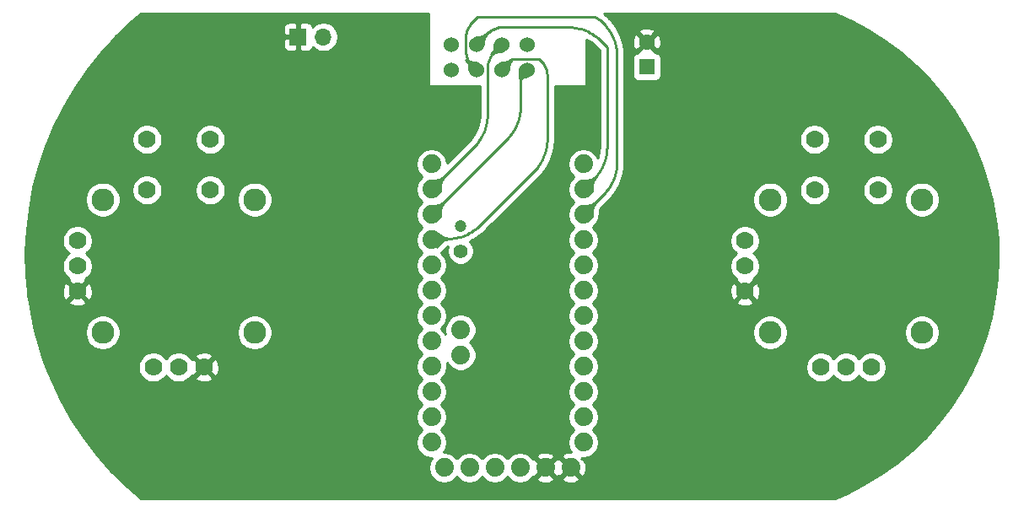
<source format=gbr>
%TF.GenerationSoftware,KiCad,Pcbnew,(5.1.8)-1*%
%TF.CreationDate,2021-02-18T11:59:36+08:00*%
%TF.ProjectId,remoter,72656d6f-7465-4722-9e6b-696361645f70,rev?*%
%TF.SameCoordinates,Original*%
%TF.FileFunction,Copper,L2,Bot*%
%TF.FilePolarity,Positive*%
%FSLAX46Y46*%
G04 Gerber Fmt 4.6, Leading zero omitted, Abs format (unit mm)*
G04 Created by KiCad (PCBNEW (5.1.8)-1) date 2021-02-18 11:59:36*
%MOMM*%
%LPD*%
G01*
G04 APERTURE LIST*
%TA.AperFunction,ComponentPad*%
%ADD10C,1.879600*%
%TD*%
%TA.AperFunction,ComponentPad*%
%ADD11C,1.400000*%
%TD*%
%TA.AperFunction,ComponentPad*%
%ADD12C,1.200000*%
%TD*%
%TA.AperFunction,ComponentPad*%
%ADD13C,1.778000*%
%TD*%
%TA.AperFunction,ComponentPad*%
%ADD14C,2.286000*%
%TD*%
%TA.AperFunction,ComponentPad*%
%ADD15C,1.524000*%
%TD*%
%TA.AperFunction,ComponentPad*%
%ADD16O,1.700000X1.700000*%
%TD*%
%TA.AperFunction,ComponentPad*%
%ADD17R,1.700000X1.700000*%
%TD*%
%TA.AperFunction,ComponentPad*%
%ADD18C,1.600000*%
%TD*%
%TA.AperFunction,ComponentPad*%
%ADD19R,1.600000X1.600000*%
%TD*%
%TA.AperFunction,ViaPad*%
%ADD20C,0.800000*%
%TD*%
%TA.AperFunction,ViaPad*%
%ADD21C,0.600000*%
%TD*%
%TA.AperFunction,Conductor*%
%ADD22C,0.250000*%
%TD*%
%TA.AperFunction,Conductor*%
%ADD23C,0.025400*%
%TD*%
%TA.AperFunction,Conductor*%
%ADD24C,0.100000*%
%TD*%
%TA.AperFunction,Conductor*%
%ADD25C,0.254000*%
%TD*%
G04 APERTURE END LIST*
D10*
%TO.P,U3,JP1_1*%
%TO.N,Net-(U3-PadJP1_1)*%
X111650000Y-116240000D03*
%TO.P,U3,JP1_2*%
%TO.N,Net-(U3-PadJP1_2)*%
X114190000Y-116240000D03*
%TO.P,U3,JP1_3*%
%TO.N,Net-(U3-PadJP1_3)*%
X116730000Y-116240000D03*
%TO.P,U3,JP1_4*%
%TO.N,/5V*%
X119270000Y-116240000D03*
%TO.P,U3,JP1_5*%
%TO.N,GND*%
X121810000Y-116240000D03*
%TO.P,U3,JP1_6*%
X124350000Y-116240000D03*
%TO.P,U3,JP2_1*%
%TO.N,Net-(U3-PadJP2_1)*%
X113301000Y-102397000D03*
%TO.P,U3,JP2_2*%
%TO.N,Net-(U3-PadJP2_2)*%
X113301000Y-104937000D03*
D11*
%TO.P,U3,JP3_2*%
%TO.N,Net-(U3-PadJP3_2)*%
X113301000Y-94523000D03*
D12*
%TO.P,U3,JP3_1*%
%TO.N,Net-(U3-PadJP3_1)*%
X113301000Y-91983000D03*
D10*
%TO.P,U3,JP6_1*%
%TO.N,Net-(U3-PadJP6_1)*%
X110380000Y-113700000D03*
%TO.P,U3,JP6_2*%
%TO.N,Net-(U3-PadJP6_2)*%
X110380000Y-111160000D03*
%TO.P,U3,JP6_3*%
%TO.N,Net-(U3-PadJP6_3)*%
X110380000Y-108620000D03*
%TO.P,U3,JP6_4*%
%TO.N,Net-(U3-PadJP6_4)*%
X110380000Y-106080000D03*
%TO.P,U3,JP6_5*%
%TO.N,Net-(U3-PadJP6_5)*%
X110380000Y-103540000D03*
%TO.P,U3,JP6_6*%
%TO.N,Net-(U3-PadJP6_6)*%
X110380000Y-101000000D03*
%TO.P,U3,JP6_7*%
%TO.N,Net-(U3-PadJP6_7)*%
X110380000Y-98460000D03*
%TO.P,U3,JP6_8*%
%TO.N,Net-(U3-PadJP6_8)*%
X110380000Y-95920000D03*
%TO.P,U3,JP6_9*%
%TO.N,Net-(U1-Pad5)*%
X110380000Y-93380000D03*
%TO.P,U3,JP6_10*%
%TO.N,Net-(U1-Pad7)*%
X110380000Y-90840000D03*
%TO.P,U3,JP6_11*%
%TO.N,Net-(U1-Pad6)*%
X110380000Y-88300000D03*
%TO.P,U3,JP6_12*%
%TO.N,Net-(U3-PadJP6_12)*%
X110380000Y-85760000D03*
%TO.P,U3,JP7_1*%
%TO.N,Net-(U3-PadJP7_1)*%
X125620000Y-85760000D03*
%TO.P,U3,JP7_2*%
%TO.N,Net-(U1-Pad4)*%
X125620000Y-88300000D03*
%TO.P,U3,JP7_3*%
%TO.N,Net-(U1-Pad3)*%
X125620000Y-90840000D03*
%TO.P,U3,JP7_4*%
%TO.N,Net-(U3-PadJP7_4)*%
X125620000Y-93380000D03*
%TO.P,U3,JP7_5*%
%TO.N,Net-(U3-PadJP7_5)*%
X125620000Y-95920000D03*
%TO.P,U3,JP7_6*%
%TO.N,Net-(U3-PadJP7_6)*%
X125620000Y-98460000D03*
%TO.P,U3,JP7_7*%
%TO.N,Net-(U3-PadJP7_7)*%
X125620000Y-101000000D03*
%TO.P,U3,JP7_8*%
%TO.N,Net-(U3-PadJP6_7)*%
X125620000Y-103540000D03*
%TO.P,U3,JP7_9*%
%TO.N,Net-(U3-PadJP7_9)*%
X125620000Y-106080000D03*
%TO.P,U3,JP7_10*%
%TO.N,Net-(U3-PadJP7_10)*%
X125620000Y-108620000D03*
%TO.P,U3,JP7_11*%
%TO.N,Net-(U3-PadJP7_11)*%
X125620000Y-111160000D03*
%TO.P,U3,JP7_12*%
%TO.N,Net-(U3-PadJP7_12)*%
X125620000Y-113700000D03*
%TD*%
D13*
%TO.P,U5,V3*%
%TO.N,GND*%
X141840000Y-98540000D03*
%TO.P,U5,V2*%
%TO.N,Net-(U3-PadJP6_6)*%
X141840000Y-96000000D03*
%TO.P,U5,V1*%
%TO.N,/5V*%
X141840000Y-93460000D03*
D14*
%TO.P,U5,S4*%
%TO.N,Net-(U5-PadS1)*%
X159620000Y-89332500D03*
%TO.P,U5,S3*%
X159620000Y-102667500D03*
%TO.P,U5,S2*%
X144380000Y-102667500D03*
%TO.P,U5,S1*%
X144380000Y-89332500D03*
D13*
%TO.P,U5,H3*%
%TO.N,Net-(U5-PadH3)*%
X154540000Y-106160000D03*
%TO.P,U5,H2*%
%TO.N,Net-(U5-PadH2)*%
X152000000Y-106160000D03*
%TO.P,U5,H1*%
%TO.N,Net-(U5-PadH1)*%
X149460000Y-106160000D03*
%TO.P,U5,B2B*%
%TO.N,N/C*%
X155175000Y-88380000D03*
%TO.P,U5,B2A*%
%TO.N,Net-(U5-PadB2A)*%
X148825000Y-88380000D03*
%TO.P,U5,B1B*%
%TO.N,N/C*%
X155175000Y-83300000D03*
%TO.P,U5,B1A*%
%TO.N,Net-(U5-PadB1A)*%
X148825000Y-83300000D03*
%TD*%
%TO.P,U4,V3*%
%TO.N,GND*%
X74840000Y-98540000D03*
%TO.P,U4,V2*%
%TO.N,Net-(U3-PadJP6_8)*%
X74840000Y-96000000D03*
%TO.P,U4,V1*%
%TO.N,/5V*%
X74840000Y-93460000D03*
D14*
%TO.P,U4,S4*%
%TO.N,Net-(U4-PadS1)*%
X92620000Y-89332500D03*
%TO.P,U4,S3*%
X92620000Y-102667500D03*
%TO.P,U4,S2*%
X77380000Y-102667500D03*
%TO.P,U4,S1*%
X77380000Y-89332500D03*
D13*
%TO.P,U4,H3*%
%TO.N,GND*%
X87540000Y-106160000D03*
%TO.P,U4,H2*%
%TO.N,Net-(U3-PadJP6_7)*%
X85000000Y-106160000D03*
%TO.P,U4,H1*%
%TO.N,/5V*%
X82460000Y-106160000D03*
%TO.P,U4,B2B*%
%TO.N,N/C*%
X88175000Y-88380000D03*
%TO.P,U4,B2A*%
%TO.N,Net-(U4-PadB2A)*%
X81825000Y-88380000D03*
%TO.P,U4,B1B*%
%TO.N,N/C*%
X88175000Y-83300000D03*
%TO.P,U4,B1A*%
%TO.N,Net-(U4-PadB1A)*%
X81825000Y-83300000D03*
%TD*%
D15*
%TO.P,U1,8*%
%TO.N,Net-(U1-Pad8)*%
X119951100Y-73744500D03*
%TO.P,U1,7*%
%TO.N,Net-(U1-Pad7)*%
X119951100Y-76284400D03*
%TO.P,U1,6*%
%TO.N,Net-(U1-Pad6)*%
X117411100Y-73744500D03*
%TO.P,U1,5*%
%TO.N,Net-(U1-Pad5)*%
X117411100Y-76284400D03*
%TO.P,U1,4*%
%TO.N,Net-(U1-Pad4)*%
X114871100Y-73744500D03*
%TO.P,U1,3*%
%TO.N,Net-(U1-Pad3)*%
X114871100Y-76284400D03*
%TO.P,U1,2*%
%TO.N,Net-(C2-Pad1)*%
X112331100Y-73744500D03*
%TO.P,U1,1*%
%TO.N,GND*%
X112331100Y-76284400D03*
%TD*%
D16*
%TO.P,J1,2*%
%TO.N,/5V*%
X99540000Y-73000000D03*
D17*
%TO.P,J1,1*%
%TO.N,GND*%
X97000000Y-73000000D03*
%TD*%
D18*
%TO.P,C2,2*%
%TO.N,GND*%
X132000000Y-73500000D03*
D19*
%TO.P,C2,1*%
%TO.N,Net-(C2-Pad1)*%
X132000000Y-76000000D03*
%TD*%
D20*
%TO.N,GND*%
X142850000Y-72500000D03*
D21*
X140000000Y-82000000D03*
%TD*%
D22*
%TO.N,GND*%
X142850000Y-72500000D02*
X142850000Y-79150000D01*
X142850000Y-79150000D02*
X140000000Y-82000000D01*
X140000000Y-82000000D02*
X140000000Y-82000000D01*
%TO.N,Net-(U1-Pad7)*%
X119715600Y-76284400D02*
X119314109Y-76685891D01*
X119951100Y-76284400D02*
X119715600Y-76284400D01*
X117899895Y-83320104D02*
X110380000Y-90840000D01*
X117899895Y-83320104D02*
X117982655Y-83235286D01*
X117982655Y-83235286D02*
X118063309Y-83148463D01*
X118063309Y-83148463D02*
X118141809Y-83059687D01*
X118141809Y-83059687D02*
X118218105Y-82969012D01*
X118218105Y-82969012D02*
X118292154Y-82876491D01*
X118292154Y-82876491D02*
X118363910Y-82782181D01*
X118363910Y-82782181D02*
X118433330Y-82686138D01*
X118433330Y-82686138D02*
X118500371Y-82588420D01*
X118500371Y-82588420D02*
X118564995Y-82489087D01*
X118564995Y-82489087D02*
X118627161Y-82388198D01*
X118627161Y-82388198D02*
X118686832Y-82285813D01*
X118686832Y-82285813D02*
X118743973Y-82181995D01*
X118743973Y-82181995D02*
X118798549Y-82076806D01*
X118798549Y-82076806D02*
X118850527Y-81970309D01*
X118850527Y-81970309D02*
X118899876Y-81862568D01*
X118899876Y-81862568D02*
X118946566Y-81753649D01*
X118946566Y-81753649D02*
X118990569Y-81643617D01*
X118990569Y-81643617D02*
X119031858Y-81532538D01*
X119031858Y-81532538D02*
X119070409Y-81420480D01*
X119070409Y-81420480D02*
X119106198Y-81307509D01*
X119106198Y-81307509D02*
X119139203Y-81193693D01*
X119139203Y-81193693D02*
X119169406Y-81079102D01*
X119169406Y-81079102D02*
X119196788Y-80963805D01*
X119196788Y-80963805D02*
X119221331Y-80847870D01*
X119221331Y-80847870D02*
X119243022Y-80731367D01*
X119243022Y-80731367D02*
X119261848Y-80614368D01*
X119261848Y-80614368D02*
X119277796Y-80496941D01*
X119277796Y-80496941D02*
X119290858Y-80379159D01*
X119290858Y-80379159D02*
X119301025Y-80261092D01*
X119301025Y-80261092D02*
X119308292Y-80142810D01*
X119308292Y-80142810D02*
X119312654Y-80024386D01*
X119312654Y-80024386D02*
X119314109Y-79905891D01*
X119314109Y-79905891D02*
X119314109Y-76685891D01*
%TO.N,Net-(U1-Pad6)*%
X114585786Y-84094213D02*
X110380000Y-88300000D01*
X114585786Y-84094213D02*
X114668546Y-84009395D01*
X114668546Y-84009395D02*
X114749200Y-83922572D01*
X114749200Y-83922572D02*
X114827700Y-83833796D01*
X114827700Y-83833796D02*
X114903996Y-83743121D01*
X114903996Y-83743121D02*
X114978045Y-83650600D01*
X114978045Y-83650600D02*
X115049801Y-83556290D01*
X115049801Y-83556290D02*
X115119221Y-83460247D01*
X115119221Y-83460247D02*
X115186262Y-83362529D01*
X115186262Y-83362529D02*
X115250886Y-83263196D01*
X115250886Y-83263196D02*
X115313052Y-83162307D01*
X115313052Y-83162307D02*
X115372723Y-83059922D01*
X115372723Y-83059922D02*
X115429864Y-82956104D01*
X115429864Y-82956104D02*
X115484440Y-82850915D01*
X115484440Y-82850915D02*
X115536418Y-82744418D01*
X115536418Y-82744418D02*
X115585767Y-82636677D01*
X115585767Y-82636677D02*
X115632457Y-82527758D01*
X115632457Y-82527758D02*
X115676460Y-82417726D01*
X115676460Y-82417726D02*
X115717749Y-82306647D01*
X115717749Y-82306647D02*
X115756300Y-82194589D01*
X115756300Y-82194589D02*
X115792089Y-82081618D01*
X115792089Y-82081618D02*
X115825094Y-81967802D01*
X115825094Y-81967802D02*
X115855297Y-81853211D01*
X115855297Y-81853211D02*
X115882679Y-81737914D01*
X115882679Y-81737914D02*
X115907222Y-81621979D01*
X115907222Y-81621979D02*
X115928913Y-81505476D01*
X115928913Y-81505476D02*
X115947739Y-81388477D01*
X115947739Y-81388477D02*
X115963687Y-81271050D01*
X115963687Y-81271050D02*
X115976749Y-81153268D01*
X115976749Y-81153268D02*
X115986916Y-81035201D01*
X115986916Y-81035201D02*
X115994183Y-80916919D01*
X115994183Y-80916919D02*
X115998545Y-80798495D01*
X115998545Y-80798495D02*
X116000000Y-80680000D01*
X116707106Y-74448493D02*
X117411100Y-73744500D01*
X116707106Y-74448493D02*
X116625398Y-74534312D01*
X116625398Y-74534312D02*
X116548000Y-74624038D01*
X116548000Y-74624038D02*
X116475098Y-74717454D01*
X116475098Y-74717454D02*
X116406867Y-74814334D01*
X116406867Y-74814334D02*
X116343472Y-74914445D01*
X116343472Y-74914445D02*
X116285066Y-75017547D01*
X116285066Y-75017547D02*
X116231789Y-75123390D01*
X116231789Y-75123390D02*
X116183770Y-75231720D01*
X116183770Y-75231720D02*
X116141124Y-75342275D01*
X116141124Y-75342275D02*
X116103954Y-75454790D01*
X116103954Y-75454790D02*
X116072350Y-75568993D01*
X116072350Y-75568993D02*
X116046387Y-75684610D01*
X116046387Y-75684610D02*
X116026129Y-75801361D01*
X116026129Y-75801361D02*
X116011624Y-75918965D01*
X116011624Y-75918965D02*
X116002907Y-76037140D01*
X116002907Y-76037140D02*
X116000000Y-76155600D01*
X116000000Y-76155600D02*
X116000000Y-80680000D01*
%TO.N,Net-(U1-Pad5)*%
X110501801Y-93258199D02*
X110380000Y-93380000D01*
X118498101Y-75197399D02*
X121197399Y-75197399D01*
X117411100Y-76284400D02*
X118498101Y-75197399D01*
X120585786Y-86570119D02*
X120668546Y-86485301D01*
X120668546Y-86485301D02*
X120749200Y-86398478D01*
X120749200Y-86398478D02*
X120827700Y-86309702D01*
X120827700Y-86309702D02*
X120903996Y-86219027D01*
X120903996Y-86219027D02*
X120978045Y-86126506D01*
X120978045Y-86126506D02*
X121049801Y-86032196D01*
X121049801Y-86032196D02*
X121119221Y-85936153D01*
X121119221Y-85936153D02*
X121186262Y-85838435D01*
X121186262Y-85838435D02*
X121250886Y-85739102D01*
X121250886Y-85739102D02*
X121313052Y-85638213D01*
X121313052Y-85638213D02*
X121372723Y-85535828D01*
X121372723Y-85535828D02*
X121429864Y-85432010D01*
X121429864Y-85432010D02*
X121484440Y-85326821D01*
X121484440Y-85326821D02*
X121536418Y-85220324D01*
X121536418Y-85220324D02*
X121585767Y-85112583D01*
X121585767Y-85112583D02*
X121632457Y-85003664D01*
X121632457Y-85003664D02*
X121676460Y-84893632D01*
X121676460Y-84893632D02*
X121717749Y-84782553D01*
X121717749Y-84782553D02*
X121756300Y-84670495D01*
X121756300Y-84670495D02*
X121792089Y-84557524D01*
X121792089Y-84557524D02*
X121825094Y-84443708D01*
X121825094Y-84443708D02*
X121855297Y-84329117D01*
X121855297Y-84329117D02*
X121882679Y-84213820D01*
X121882679Y-84213820D02*
X121907222Y-84097885D01*
X121907222Y-84097885D02*
X121928913Y-83981382D01*
X121928913Y-83981382D02*
X121947739Y-83864383D01*
X121947739Y-83864383D02*
X121963687Y-83746956D01*
X121963687Y-83746956D02*
X121976749Y-83629174D01*
X121976749Y-83629174D02*
X121986916Y-83511107D01*
X121986916Y-83511107D02*
X121994183Y-83392825D01*
X121994183Y-83392825D02*
X121998545Y-83274401D01*
X121998545Y-83274401D02*
X122000000Y-83155906D01*
X111897707Y-93258199D02*
X110501801Y-93258199D01*
X111897707Y-93258199D02*
X112134626Y-93252382D01*
X112134626Y-93252382D02*
X112370975Y-93234948D01*
X112370975Y-93234948D02*
X112606184Y-93205938D01*
X112606184Y-93205938D02*
X112839686Y-93165421D01*
X112839686Y-93165421D02*
X113070918Y-93113496D01*
X113070918Y-93113496D02*
X113299325Y-93050288D01*
X113299325Y-93050288D02*
X113524354Y-92975948D01*
X113524354Y-92975948D02*
X113745465Y-92890656D01*
X113745465Y-92890656D02*
X113962125Y-92794617D01*
X113962125Y-92794617D02*
X114173811Y-92688063D01*
X114173811Y-92688063D02*
X114380014Y-92571251D01*
X114380014Y-92571251D02*
X114580236Y-92444461D01*
X114580236Y-92444461D02*
X114773997Y-92308000D01*
X114773997Y-92308000D02*
X114960828Y-92162195D01*
X114960828Y-92162195D02*
X115140279Y-92007399D01*
X115140279Y-92007399D02*
X115311920Y-91843985D01*
X115311920Y-91843985D02*
X120585786Y-86570119D01*
X121292893Y-75292893D02*
X121197399Y-75197399D01*
X121292893Y-75292893D02*
X121374599Y-75378713D01*
X121374599Y-75378713D02*
X121451997Y-75468439D01*
X121451997Y-75468439D02*
X121524900Y-75561854D01*
X121524900Y-75561854D02*
X121593130Y-75658735D01*
X121593130Y-75658735D02*
X121656525Y-75758846D01*
X121656525Y-75758846D02*
X121714931Y-75861947D01*
X121714931Y-75861947D02*
X121768208Y-75967790D01*
X121768208Y-75967790D02*
X121816227Y-76076120D01*
X121816227Y-76076120D02*
X121858873Y-76186676D01*
X121858873Y-76186676D02*
X121896043Y-76299190D01*
X121896043Y-76299190D02*
X121927647Y-76413394D01*
X121927647Y-76413394D02*
X121953610Y-76529010D01*
X121953610Y-76529010D02*
X121973868Y-76645761D01*
X121973868Y-76645761D02*
X121988373Y-76763365D01*
X121988373Y-76763365D02*
X121997090Y-76881540D01*
X121997090Y-76881540D02*
X122000000Y-77000000D01*
X122000000Y-77000000D02*
X122000000Y-83155906D01*
%TO.N,Net-(U1-Pad4)*%
X127414213Y-73414213D02*
X128000000Y-74000000D01*
X127414213Y-73414213D02*
X127242573Y-73250797D01*
X127242573Y-73250797D02*
X127063121Y-73096001D01*
X127063121Y-73096001D02*
X126876290Y-72950196D01*
X126876290Y-72950196D02*
X126682530Y-72813735D01*
X126682530Y-72813735D02*
X126482307Y-72686945D01*
X126482307Y-72686945D02*
X126276104Y-72570133D01*
X126276104Y-72570133D02*
X126064418Y-72463579D01*
X126064418Y-72463579D02*
X125847759Y-72367540D01*
X125847759Y-72367540D02*
X125626648Y-72282248D01*
X125626648Y-72282248D02*
X125401618Y-72207909D01*
X125401618Y-72207909D02*
X125173212Y-72144700D01*
X125173212Y-72144700D02*
X124941979Y-72092775D01*
X124941979Y-72092775D02*
X124708477Y-72052259D01*
X124708477Y-72052259D02*
X124473268Y-72023248D01*
X124473268Y-72023248D02*
X124236919Y-72005814D01*
X124236919Y-72005814D02*
X124000000Y-72000000D01*
X126585786Y-87334213D02*
X125620000Y-88300000D01*
X126585786Y-87334213D02*
X126668546Y-87249395D01*
X126668546Y-87249395D02*
X126749200Y-87162572D01*
X126749200Y-87162572D02*
X126827700Y-87073796D01*
X126827700Y-87073796D02*
X126903996Y-86983121D01*
X126903996Y-86983121D02*
X126978045Y-86890600D01*
X126978045Y-86890600D02*
X127049801Y-86796290D01*
X127049801Y-86796290D02*
X127119221Y-86700247D01*
X127119221Y-86700247D02*
X127186262Y-86602529D01*
X127186262Y-86602529D02*
X127250886Y-86503196D01*
X127250886Y-86503196D02*
X127313052Y-86402307D01*
X127313052Y-86402307D02*
X127372723Y-86299922D01*
X127372723Y-86299922D02*
X127429864Y-86196104D01*
X127429864Y-86196104D02*
X127484440Y-86090915D01*
X127484440Y-86090915D02*
X127536418Y-85984418D01*
X127536418Y-85984418D02*
X127585767Y-85876677D01*
X127585767Y-85876677D02*
X127632457Y-85767758D01*
X127632457Y-85767758D02*
X127676460Y-85657726D01*
X127676460Y-85657726D02*
X127717749Y-85546647D01*
X127717749Y-85546647D02*
X127756300Y-85434589D01*
X127756300Y-85434589D02*
X127792089Y-85321618D01*
X127792089Y-85321618D02*
X127825094Y-85207802D01*
X127825094Y-85207802D02*
X127855297Y-85093211D01*
X127855297Y-85093211D02*
X127882679Y-84977914D01*
X127882679Y-84977914D02*
X127907222Y-84861979D01*
X127907222Y-84861979D02*
X127928913Y-84745476D01*
X127928913Y-84745476D02*
X127947739Y-84628477D01*
X127947739Y-84628477D02*
X127963687Y-84511050D01*
X127963687Y-84511050D02*
X127976749Y-84393268D01*
X127976749Y-84393268D02*
X127986916Y-84275201D01*
X127986916Y-84275201D02*
X127994183Y-84156919D01*
X127994183Y-84156919D02*
X127998545Y-84038495D01*
X127998545Y-84038495D02*
X128000000Y-83920000D01*
X128000000Y-83920000D02*
X128000000Y-74000000D01*
X115908493Y-72707106D02*
X114871100Y-73744500D01*
X115908493Y-72707106D02*
X115994312Y-72625398D01*
X115994312Y-72625398D02*
X116084038Y-72548000D01*
X116084038Y-72548000D02*
X116177454Y-72475098D01*
X116177454Y-72475098D02*
X116274334Y-72406867D01*
X116274334Y-72406867D02*
X116374445Y-72343472D01*
X116374445Y-72343472D02*
X116477547Y-72285066D01*
X116477547Y-72285066D02*
X116583390Y-72231789D01*
X116583390Y-72231789D02*
X116691720Y-72183770D01*
X116691720Y-72183770D02*
X116802275Y-72141124D01*
X116802275Y-72141124D02*
X116914790Y-72103954D01*
X116914790Y-72103954D02*
X117028993Y-72072350D01*
X117028993Y-72072350D02*
X117144610Y-72046387D01*
X117144610Y-72046387D02*
X117261361Y-72026129D01*
X117261361Y-72026129D02*
X117378965Y-72011624D01*
X117378965Y-72011624D02*
X117497140Y-72002907D01*
X117497140Y-72002907D02*
X117615600Y-72000000D01*
X117615600Y-72000000D02*
X124000000Y-72000000D01*
%TO.N,Net-(U1-Pad3)*%
X114871100Y-76284400D02*
X114715600Y-76284400D01*
X127585786Y-88874213D02*
X125620000Y-90840000D01*
X127585786Y-88874213D02*
X127668546Y-88789395D01*
X127668546Y-88789395D02*
X127749200Y-88702572D01*
X127749200Y-88702572D02*
X127827700Y-88613796D01*
X127827700Y-88613796D02*
X127903996Y-88523121D01*
X127903996Y-88523121D02*
X127978045Y-88430600D01*
X127978045Y-88430600D02*
X128049801Y-88336290D01*
X128049801Y-88336290D02*
X128119221Y-88240247D01*
X128119221Y-88240247D02*
X128186262Y-88142529D01*
X128186262Y-88142529D02*
X128250886Y-88043196D01*
X128250886Y-88043196D02*
X128313052Y-87942307D01*
X128313052Y-87942307D02*
X128372723Y-87839922D01*
X128372723Y-87839922D02*
X128429864Y-87736104D01*
X128429864Y-87736104D02*
X128484440Y-87630915D01*
X128484440Y-87630915D02*
X128536418Y-87524418D01*
X128536418Y-87524418D02*
X128585767Y-87416677D01*
X128585767Y-87416677D02*
X128632457Y-87307758D01*
X128632457Y-87307758D02*
X128676460Y-87197726D01*
X128676460Y-87197726D02*
X128717749Y-87086647D01*
X128717749Y-87086647D02*
X128756300Y-86974589D01*
X128756300Y-86974589D02*
X128792089Y-86861618D01*
X128792089Y-86861618D02*
X128825094Y-86747802D01*
X128825094Y-86747802D02*
X128855297Y-86633211D01*
X128855297Y-86633211D02*
X128882679Y-86517914D01*
X128882679Y-86517914D02*
X128907222Y-86401979D01*
X128907222Y-86401979D02*
X128928913Y-86285476D01*
X128928913Y-86285476D02*
X128947739Y-86168477D01*
X128947739Y-86168477D02*
X128963687Y-86051050D01*
X128963687Y-86051050D02*
X128976749Y-85933268D01*
X128976749Y-85933268D02*
X128986916Y-85815201D01*
X128986916Y-85815201D02*
X128994183Y-85696919D01*
X128994183Y-85696919D02*
X128998545Y-85578495D01*
X128998545Y-85578495D02*
X129000000Y-85460000D01*
X127585786Y-71585786D02*
X127668546Y-71670603D01*
X127668546Y-71670603D02*
X127749200Y-71757426D01*
X127749200Y-71757426D02*
X127827700Y-71846202D01*
X127827700Y-71846202D02*
X127903997Y-71936877D01*
X127903997Y-71936877D02*
X127978045Y-72029398D01*
X127978045Y-72029398D02*
X128049801Y-72123708D01*
X128049801Y-72123708D02*
X128119221Y-72219751D01*
X128119221Y-72219751D02*
X128186262Y-72317469D01*
X128186262Y-72317469D02*
X128250886Y-72416802D01*
X128250886Y-72416802D02*
X128313052Y-72517692D01*
X128313052Y-72517692D02*
X128372724Y-72620076D01*
X128372724Y-72620076D02*
X128429865Y-72723894D01*
X128429865Y-72723894D02*
X128484440Y-72829084D01*
X128484440Y-72829084D02*
X128536418Y-72935581D01*
X128536418Y-72935581D02*
X128585767Y-73043321D01*
X128585767Y-73043321D02*
X128632457Y-73152240D01*
X128632457Y-73152240D02*
X128676460Y-73262272D01*
X128676460Y-73262272D02*
X128717749Y-73373351D01*
X128717749Y-73373351D02*
X128756300Y-73485410D01*
X128756300Y-73485410D02*
X128792089Y-73598381D01*
X128792089Y-73598381D02*
X128825095Y-73712196D01*
X128825095Y-73712196D02*
X128855297Y-73826787D01*
X128855297Y-73826787D02*
X128882679Y-73942085D01*
X128882679Y-73942085D02*
X128907222Y-74058020D01*
X128907222Y-74058020D02*
X128928913Y-74174522D01*
X128928913Y-74174522D02*
X128947739Y-74291522D01*
X128947739Y-74291522D02*
X128963687Y-74408948D01*
X128963687Y-74408948D02*
X128976749Y-74526731D01*
X128976749Y-74526731D02*
X128986916Y-74644798D01*
X128986916Y-74644798D02*
X128994183Y-74763080D01*
X128994183Y-74763080D02*
X128998545Y-74881504D01*
X128998545Y-74881504D02*
X129000000Y-75000000D01*
X129000000Y-75000000D02*
X129000000Y-85460000D01*
X126500000Y-71000000D02*
X115000000Y-71000000D01*
X126500000Y-71000000D02*
X126735494Y-71023194D01*
X126735494Y-71023194D02*
X126961939Y-71091885D01*
X126961939Y-71091885D02*
X127170632Y-71203434D01*
X127170632Y-71203434D02*
X127353553Y-71353553D01*
X127353553Y-71353553D02*
X127585786Y-71585786D01*
X113784099Y-74197399D02*
X113787006Y-74315858D01*
X113787006Y-74315858D02*
X113795723Y-74434033D01*
X113795723Y-74434033D02*
X113810228Y-74551637D01*
X113810228Y-74551637D02*
X113830486Y-74668388D01*
X113830486Y-74668388D02*
X113856448Y-74784004D01*
X113856448Y-74784004D02*
X113888053Y-74898208D01*
X113888053Y-74898208D02*
X113925223Y-75010722D01*
X113925223Y-75010722D02*
X113967869Y-75121278D01*
X113967869Y-75121278D02*
X114015888Y-75229607D01*
X114015888Y-75229607D02*
X114069165Y-75335451D01*
X114069165Y-75335451D02*
X114127571Y-75438552D01*
X114127571Y-75438552D02*
X114190966Y-75538663D01*
X114190966Y-75538663D02*
X114259197Y-75635543D01*
X114259197Y-75635543D02*
X114332099Y-75728959D01*
X114332099Y-75728959D02*
X114409497Y-75818685D01*
X114409497Y-75818685D02*
X114491205Y-75904505D01*
X114491205Y-75904505D02*
X114871100Y-76284400D01*
X114491205Y-71508794D02*
X115000000Y-71000000D01*
X114491205Y-71508794D02*
X114409497Y-71594613D01*
X114409497Y-71594613D02*
X114332099Y-71684339D01*
X114332099Y-71684339D02*
X114259197Y-71777755D01*
X114259197Y-71777755D02*
X114190966Y-71874635D01*
X114190966Y-71874635D02*
X114127571Y-71974746D01*
X114127571Y-71974746D02*
X114069165Y-72077848D01*
X114069165Y-72077848D02*
X114015888Y-72183691D01*
X114015888Y-72183691D02*
X113967869Y-72292021D01*
X113967869Y-72292021D02*
X113925223Y-72402576D01*
X113925223Y-72402576D02*
X113888053Y-72515091D01*
X113888053Y-72515091D02*
X113856449Y-72629294D01*
X113856449Y-72629294D02*
X113830486Y-72744911D01*
X113830486Y-72744911D02*
X113810228Y-72861662D01*
X113810228Y-72861662D02*
X113795723Y-72979266D01*
X113795723Y-72979266D02*
X113787006Y-73097441D01*
X113787006Y-73097441D02*
X113784099Y-73215901D01*
X113784099Y-73215901D02*
X113784099Y-74197399D01*
%TD*%
D23*
%TO.N,GND*%
X143194522Y-72676582D02*
X143162482Y-72738118D01*
X143127580Y-72797458D01*
X143094380Y-72850028D01*
X143063525Y-72898856D01*
X143063269Y-72899278D01*
X143035484Y-72947285D01*
X143035023Y-72948158D01*
X143010921Y-72998446D01*
X143010409Y-72999678D01*
X142990599Y-73055353D01*
X142990193Y-73056736D01*
X142975287Y-73120903D01*
X142975054Y-73122215D01*
X142965662Y-73197976D01*
X142965574Y-73199080D01*
X142962750Y-73277300D01*
X142737250Y-73277300D01*
X142734425Y-73199080D01*
X142734337Y-73197976D01*
X142724945Y-73122215D01*
X142724712Y-73120903D01*
X142709806Y-73056736D01*
X142709400Y-73055353D01*
X142689590Y-72999678D01*
X142689078Y-72998446D01*
X142664976Y-72948158D01*
X142664515Y-72947285D01*
X142636730Y-72899278D01*
X142636474Y-72898856D01*
X142605619Y-72850028D01*
X142572419Y-72797458D01*
X142537517Y-72738119D01*
X142505478Y-72676582D01*
X142850000Y-72318322D01*
X143194522Y-72676582D01*
%TA.AperFunction,Conductor*%
D24*
G36*
X143194522Y-72676582D02*
G01*
X143162482Y-72738118D01*
X143127580Y-72797458D01*
X143094380Y-72850028D01*
X143063525Y-72898856D01*
X143063269Y-72899278D01*
X143035484Y-72947285D01*
X143035023Y-72948158D01*
X143010921Y-72998446D01*
X143010409Y-72999678D01*
X142990599Y-73055353D01*
X142990193Y-73056736D01*
X142975287Y-73120903D01*
X142975054Y-73122215D01*
X142965662Y-73197976D01*
X142965574Y-73199080D01*
X142962750Y-73277300D01*
X142737250Y-73277300D01*
X142734425Y-73199080D01*
X142734337Y-73197976D01*
X142724945Y-73122215D01*
X142724712Y-73120903D01*
X142709806Y-73056736D01*
X142709400Y-73055353D01*
X142689590Y-72999678D01*
X142689078Y-72998446D01*
X142664976Y-72948158D01*
X142664515Y-72947285D01*
X142636730Y-72899278D01*
X142636474Y-72898856D01*
X142605619Y-72850028D01*
X142572419Y-72797458D01*
X142537517Y-72738119D01*
X142505478Y-72676582D01*
X142850000Y-72318322D01*
X143194522Y-72676582D01*
G37*
%TD.AperFunction*%
%TD*%
D23*
%TO.N,GND*%
X140487848Y-81671425D02*
X140450544Y-81710699D01*
X140450012Y-81711295D01*
X140413636Y-81754770D01*
X140413030Y-81755554D01*
X140384528Y-81795585D01*
X140383915Y-81796533D01*
X140361711Y-81834449D01*
X140361180Y-81835457D01*
X140343696Y-81872590D01*
X140343317Y-81873483D01*
X140328977Y-81911161D01*
X140328760Y-81911775D01*
X140315987Y-81951330D01*
X140315905Y-81951595D01*
X140303122Y-81994355D01*
X140303123Y-81994355D01*
X140288819Y-82041430D01*
X140274142Y-82085930D01*
X139906890Y-82093110D01*
X139914070Y-81725858D01*
X139958569Y-81711180D01*
X140005644Y-81696876D01*
X140005644Y-81696877D01*
X140048404Y-81684094D01*
X140048669Y-81684012D01*
X140088224Y-81671239D01*
X140088838Y-81671022D01*
X140126516Y-81656682D01*
X140127409Y-81656303D01*
X140164542Y-81638819D01*
X140165550Y-81638288D01*
X140203466Y-81616084D01*
X140204414Y-81615471D01*
X140244445Y-81586969D01*
X140245229Y-81586363D01*
X140288704Y-81549987D01*
X140289300Y-81549455D01*
X140328575Y-81512152D01*
X140487848Y-81671425D01*
%TA.AperFunction,Conductor*%
D24*
G36*
X140487848Y-81671425D02*
G01*
X140450544Y-81710699D01*
X140450012Y-81711295D01*
X140413636Y-81754770D01*
X140413030Y-81755554D01*
X140384528Y-81795585D01*
X140383915Y-81796533D01*
X140361711Y-81834449D01*
X140361180Y-81835457D01*
X140343696Y-81872590D01*
X140343317Y-81873483D01*
X140328977Y-81911161D01*
X140328760Y-81911775D01*
X140315987Y-81951330D01*
X140315905Y-81951595D01*
X140303122Y-81994355D01*
X140303123Y-81994355D01*
X140288819Y-82041430D01*
X140274142Y-82085930D01*
X139906890Y-82093110D01*
X139914070Y-81725858D01*
X139958569Y-81711180D01*
X140005644Y-81696876D01*
X140005644Y-81696877D01*
X140048404Y-81684094D01*
X140048669Y-81684012D01*
X140088224Y-81671239D01*
X140088838Y-81671022D01*
X140126516Y-81656682D01*
X140127409Y-81656303D01*
X140164542Y-81638819D01*
X140165550Y-81638288D01*
X140203466Y-81616084D01*
X140204414Y-81615471D01*
X140244445Y-81586969D01*
X140245229Y-81586363D01*
X140288704Y-81549987D01*
X140289300Y-81549455D01*
X140328575Y-81512152D01*
X140487848Y-81671425D01*
G37*
%TD.AperFunction*%
%TD*%
D23*
%TO.N,Net-(U1-Pad7)*%
X111773039Y-89606704D02*
X111632938Y-89762458D01*
X111631930Y-89763733D01*
X111527332Y-89915168D01*
X111526367Y-89916819D01*
X111456982Y-90059083D01*
X111456266Y-90060891D01*
X111413750Y-90198087D01*
X111413373Y-90199643D01*
X111389382Y-90335876D01*
X111389252Y-90336827D01*
X111375440Y-90476199D01*
X111375420Y-90476417D01*
X111363463Y-90622816D01*
X111345060Y-90780090D01*
X111311925Y-90952456D01*
X111258182Y-91135903D01*
X110060687Y-91159313D01*
X110084097Y-89961817D01*
X110267543Y-89908074D01*
X110439909Y-89874939D01*
X110597183Y-89856536D01*
X110743582Y-89844579D01*
X110743800Y-89844559D01*
X110883172Y-89830747D01*
X110884123Y-89830617D01*
X111020356Y-89806626D01*
X111021912Y-89806249D01*
X111159108Y-89763733D01*
X111160916Y-89763017D01*
X111303180Y-89693632D01*
X111304831Y-89692667D01*
X111456266Y-89588069D01*
X111457541Y-89587061D01*
X111613296Y-89446961D01*
X111773039Y-89606704D01*
%TA.AperFunction,Conductor*%
D24*
G36*
X111773039Y-89606704D02*
G01*
X111632938Y-89762458D01*
X111631930Y-89763733D01*
X111527332Y-89915168D01*
X111526367Y-89916819D01*
X111456982Y-90059083D01*
X111456266Y-90060891D01*
X111413750Y-90198087D01*
X111413373Y-90199643D01*
X111389382Y-90335876D01*
X111389252Y-90336827D01*
X111375440Y-90476199D01*
X111375420Y-90476417D01*
X111363463Y-90622816D01*
X111345060Y-90780090D01*
X111311925Y-90952456D01*
X111258182Y-91135903D01*
X110060687Y-91159313D01*
X110084097Y-89961817D01*
X110267543Y-89908074D01*
X110439909Y-89874939D01*
X110597183Y-89856536D01*
X110743582Y-89844579D01*
X110743800Y-89844559D01*
X110883172Y-89830747D01*
X110884123Y-89830617D01*
X111020356Y-89806626D01*
X111021912Y-89806249D01*
X111159108Y-89763733D01*
X111160916Y-89763017D01*
X111303180Y-89693632D01*
X111304831Y-89692667D01*
X111456266Y-89588069D01*
X111457541Y-89587061D01*
X111613296Y-89446961D01*
X111773039Y-89606704D01*
G37*
%TD.AperFunction*%
%TD*%
D23*
%TO.N,Net-(U1-Pad7)*%
X120253558Y-76084267D02*
X120042092Y-77028169D01*
X119954415Y-77039568D01*
X119954298Y-77039584D01*
X119861656Y-77052503D01*
X119861166Y-77052581D01*
X119773857Y-77068258D01*
X119772921Y-77068463D01*
X119692431Y-77089281D01*
X119690970Y-77089755D01*
X119618787Y-77118096D01*
X119616790Y-77119090D01*
X119554398Y-77157338D01*
X119552107Y-77159134D01*
X119500993Y-77209673D01*
X119498975Y-77212266D01*
X119460625Y-77277477D01*
X119459384Y-77280345D01*
X119435284Y-77362613D01*
X119434815Y-77365142D01*
X119427411Y-77455191D01*
X119201434Y-77455191D01*
X119195234Y-77248147D01*
X119195193Y-77247437D01*
X119178881Y-77058033D01*
X119178827Y-77057527D01*
X119157861Y-76892025D01*
X119157841Y-76891872D01*
X119137332Y-76744385D01*
X119122399Y-76609201D01*
X119118046Y-76480320D01*
X119129208Y-76351546D01*
X119160892Y-76216497D01*
X119218280Y-76068777D01*
X119302522Y-75909928D01*
X120253558Y-76084267D01*
%TA.AperFunction,Conductor*%
D24*
G36*
X120253558Y-76084267D02*
G01*
X120042092Y-77028169D01*
X119954415Y-77039568D01*
X119954298Y-77039584D01*
X119861656Y-77052503D01*
X119861166Y-77052581D01*
X119773857Y-77068258D01*
X119772921Y-77068463D01*
X119692431Y-77089281D01*
X119690970Y-77089755D01*
X119618787Y-77118096D01*
X119616790Y-77119090D01*
X119554398Y-77157338D01*
X119552107Y-77159134D01*
X119500993Y-77209673D01*
X119498975Y-77212266D01*
X119460625Y-77277477D01*
X119459384Y-77280345D01*
X119435284Y-77362613D01*
X119434815Y-77365142D01*
X119427411Y-77455191D01*
X119201434Y-77455191D01*
X119195234Y-77248147D01*
X119195193Y-77247437D01*
X119178881Y-77058033D01*
X119178827Y-77057527D01*
X119157861Y-76892025D01*
X119157841Y-76891872D01*
X119137332Y-76744385D01*
X119122399Y-76609201D01*
X119118046Y-76480320D01*
X119129208Y-76351546D01*
X119160892Y-76216497D01*
X119218280Y-76068777D01*
X119302522Y-75909928D01*
X120253558Y-76084267D01*
G37*
%TD.AperFunction*%
%TD*%
D23*
%TO.N,Net-(U1-Pad6)*%
X111773039Y-87066704D02*
X111632938Y-87222458D01*
X111631930Y-87223733D01*
X111527332Y-87375168D01*
X111526367Y-87376819D01*
X111456982Y-87519083D01*
X111456266Y-87520891D01*
X111413750Y-87658087D01*
X111413373Y-87659643D01*
X111389382Y-87795876D01*
X111389252Y-87796827D01*
X111375440Y-87936199D01*
X111375420Y-87936417D01*
X111363463Y-88082816D01*
X111345060Y-88240090D01*
X111311925Y-88412456D01*
X111258182Y-88595903D01*
X110060687Y-88619313D01*
X110084097Y-87421817D01*
X110267543Y-87368074D01*
X110439909Y-87334939D01*
X110597183Y-87316536D01*
X110743582Y-87304579D01*
X110743800Y-87304559D01*
X110883172Y-87290747D01*
X110884123Y-87290617D01*
X111020356Y-87266626D01*
X111021912Y-87266249D01*
X111159108Y-87223733D01*
X111160916Y-87223017D01*
X111303180Y-87153632D01*
X111304831Y-87152667D01*
X111456266Y-87048069D01*
X111457541Y-87047061D01*
X111613296Y-86906961D01*
X111773039Y-87066704D01*
%TA.AperFunction,Conductor*%
D24*
G36*
X111773039Y-87066704D02*
G01*
X111632938Y-87222458D01*
X111631930Y-87223733D01*
X111527332Y-87375168D01*
X111526367Y-87376819D01*
X111456982Y-87519083D01*
X111456266Y-87520891D01*
X111413750Y-87658087D01*
X111413373Y-87659643D01*
X111389382Y-87795876D01*
X111389252Y-87796827D01*
X111375440Y-87936199D01*
X111375420Y-87936417D01*
X111363463Y-88082816D01*
X111345060Y-88240090D01*
X111311925Y-88412456D01*
X111258182Y-88595903D01*
X110060687Y-88619313D01*
X110084097Y-87421817D01*
X110267543Y-87368074D01*
X110439909Y-87334939D01*
X110597183Y-87316536D01*
X110743582Y-87304579D01*
X110743800Y-87304559D01*
X110883172Y-87290747D01*
X110884123Y-87290617D01*
X111020356Y-87266626D01*
X111021912Y-87266249D01*
X111159108Y-87223733D01*
X111160916Y-87223017D01*
X111303180Y-87153632D01*
X111304831Y-87152667D01*
X111456266Y-87048069D01*
X111457541Y-87047061D01*
X111613296Y-86906961D01*
X111773039Y-87066704D01*
G37*
%TD.AperFunction*%
%TD*%
D23*
%TO.N,Net-(U1-Pad6)*%
X117648652Y-74454769D02*
X117503059Y-74498041D01*
X117364913Y-74526352D01*
X117238914Y-74543673D01*
X117121713Y-74556394D01*
X117121442Y-74556426D01*
X117009870Y-74570966D01*
X117008914Y-74571128D01*
X116899798Y-74593920D01*
X116898298Y-74594331D01*
X116788278Y-74631827D01*
X116786576Y-74632549D01*
X116672289Y-74691204D01*
X116670752Y-74692136D01*
X116548838Y-74778403D01*
X116547650Y-74779356D01*
X116423707Y-74891579D01*
X116264021Y-74731893D01*
X116376243Y-74607949D01*
X116377196Y-74606761D01*
X116463463Y-74484847D01*
X116464395Y-74483310D01*
X116523050Y-74369023D01*
X116523772Y-74367321D01*
X116561268Y-74257301D01*
X116561679Y-74255801D01*
X116584471Y-74146685D01*
X116584633Y-74145729D01*
X116599173Y-74034157D01*
X116599205Y-74033886D01*
X116611926Y-73916685D01*
X116629247Y-73790686D01*
X116657558Y-73652540D01*
X116700831Y-73506948D01*
X117667551Y-73488049D01*
X117648652Y-74454769D01*
%TA.AperFunction,Conductor*%
D24*
G36*
X117648652Y-74454769D02*
G01*
X117503059Y-74498041D01*
X117364913Y-74526352D01*
X117238914Y-74543673D01*
X117121713Y-74556394D01*
X117121442Y-74556426D01*
X117009870Y-74570966D01*
X117008914Y-74571128D01*
X116899798Y-74593920D01*
X116898298Y-74594331D01*
X116788278Y-74631827D01*
X116786576Y-74632549D01*
X116672289Y-74691204D01*
X116670752Y-74692136D01*
X116548838Y-74778403D01*
X116547650Y-74779356D01*
X116423707Y-74891579D01*
X116264021Y-74731893D01*
X116376243Y-74607949D01*
X116377196Y-74606761D01*
X116463463Y-74484847D01*
X116464395Y-74483310D01*
X116523050Y-74369023D01*
X116523772Y-74367321D01*
X116561268Y-74257301D01*
X116561679Y-74255801D01*
X116584471Y-74146685D01*
X116584633Y-74145729D01*
X116599173Y-74034157D01*
X116599205Y-74033886D01*
X116611926Y-73916685D01*
X116629247Y-73790686D01*
X116657558Y-73652540D01*
X116700831Y-73506948D01*
X117667551Y-73488049D01*
X117648652Y-74454769D01*
G37*
%TD.AperFunction*%
%TD*%
D23*
%TO.N,Net-(U1-Pad5)*%
X110868165Y-92576512D02*
X111029668Y-92658769D01*
X111167723Y-92744182D01*
X111291766Y-92829510D01*
X111291779Y-92829519D01*
X111410910Y-92911256D01*
X111411523Y-92911651D01*
X111534782Y-92986197D01*
X111535973Y-92986834D01*
X111672655Y-93050770D01*
X111674242Y-93051386D01*
X111833647Y-93101290D01*
X111835318Y-93101691D01*
X112026740Y-93134142D01*
X112028232Y-93134305D01*
X112248901Y-93145283D01*
X112248901Y-93371171D01*
X112046983Y-93382140D01*
X112045302Y-93382344D01*
X111870590Y-93415525D01*
X111868625Y-93416065D01*
X111724859Y-93468278D01*
X111722926Y-93469170D01*
X111601838Y-93537887D01*
X111600325Y-93538895D01*
X111493646Y-93621589D01*
X111492746Y-93622356D01*
X111392206Y-93716500D01*
X111391889Y-93716807D01*
X111289311Y-93819782D01*
X111176579Y-93928918D01*
X111045542Y-94041647D01*
X110894840Y-94150558D01*
X109932152Y-93437918D01*
X110681850Y-92503844D01*
X110868165Y-92576512D01*
%TA.AperFunction,Conductor*%
D24*
G36*
X110868165Y-92576512D02*
G01*
X111029668Y-92658769D01*
X111167723Y-92744182D01*
X111291766Y-92829510D01*
X111291779Y-92829519D01*
X111410910Y-92911256D01*
X111411523Y-92911651D01*
X111534782Y-92986197D01*
X111535973Y-92986834D01*
X111672655Y-93050770D01*
X111674242Y-93051386D01*
X111833647Y-93101290D01*
X111835318Y-93101691D01*
X112026740Y-93134142D01*
X112028232Y-93134305D01*
X112248901Y-93145283D01*
X112248901Y-93371171D01*
X112046983Y-93382140D01*
X112045302Y-93382344D01*
X111870590Y-93415525D01*
X111868625Y-93416065D01*
X111724859Y-93468278D01*
X111722926Y-93469170D01*
X111601838Y-93537887D01*
X111600325Y-93538895D01*
X111493646Y-93621589D01*
X111492746Y-93622356D01*
X111392206Y-93716500D01*
X111391889Y-93716807D01*
X111289311Y-93819782D01*
X111176579Y-93928918D01*
X111045542Y-94041647D01*
X110894840Y-94150558D01*
X109932152Y-93437918D01*
X110681850Y-92503844D01*
X110868165Y-92576512D01*
G37*
%TD.AperFunction*%
%TD*%
D23*
%TO.N,Net-(U1-Pad5)*%
X118558179Y-75297007D02*
X118445956Y-75420950D01*
X118445003Y-75422138D01*
X118358736Y-75544052D01*
X118357804Y-75545589D01*
X118299149Y-75659876D01*
X118298427Y-75661578D01*
X118260931Y-75771598D01*
X118260520Y-75773098D01*
X118237728Y-75882214D01*
X118237566Y-75883170D01*
X118223026Y-75994742D01*
X118222994Y-75995013D01*
X118210273Y-76112214D01*
X118192952Y-76238213D01*
X118164641Y-76376359D01*
X118121369Y-76521952D01*
X117154649Y-76540851D01*
X117173548Y-75574131D01*
X117319140Y-75530858D01*
X117457286Y-75502547D01*
X117583285Y-75485226D01*
X117700486Y-75472505D01*
X117700757Y-75472473D01*
X117812329Y-75457933D01*
X117813285Y-75457771D01*
X117922401Y-75434979D01*
X117923901Y-75434568D01*
X118033921Y-75397072D01*
X118035623Y-75396350D01*
X118149910Y-75337695D01*
X118151447Y-75336763D01*
X118273361Y-75250496D01*
X118274549Y-75249543D01*
X118398493Y-75137321D01*
X118558179Y-75297007D01*
%TA.AperFunction,Conductor*%
D24*
G36*
X118558179Y-75297007D02*
G01*
X118445956Y-75420950D01*
X118445003Y-75422138D01*
X118358736Y-75544052D01*
X118357804Y-75545589D01*
X118299149Y-75659876D01*
X118298427Y-75661578D01*
X118260931Y-75771598D01*
X118260520Y-75773098D01*
X118237728Y-75882214D01*
X118237566Y-75883170D01*
X118223026Y-75994742D01*
X118222994Y-75995013D01*
X118210273Y-76112214D01*
X118192952Y-76238213D01*
X118164641Y-76376359D01*
X118121369Y-76521952D01*
X117154649Y-76540851D01*
X117173548Y-75574131D01*
X117319140Y-75530858D01*
X117457286Y-75502547D01*
X117583285Y-75485226D01*
X117700486Y-75472505D01*
X117700757Y-75472473D01*
X117812329Y-75457933D01*
X117813285Y-75457771D01*
X117922401Y-75434979D01*
X117923901Y-75434568D01*
X118033921Y-75397072D01*
X118035623Y-75396350D01*
X118149910Y-75337695D01*
X118151447Y-75336763D01*
X118273361Y-75250496D01*
X118274549Y-75249543D01*
X118398493Y-75137321D01*
X118558179Y-75297007D01*
G37*
%TD.AperFunction*%
%TD*%
D23*
%TO.N,Net-(U1-Pad4)*%
X127013039Y-87066704D02*
X126872938Y-87222458D01*
X126871930Y-87223733D01*
X126767332Y-87375168D01*
X126766367Y-87376819D01*
X126696982Y-87519083D01*
X126696266Y-87520891D01*
X126653750Y-87658087D01*
X126653373Y-87659643D01*
X126629382Y-87795876D01*
X126629252Y-87796827D01*
X126615440Y-87936199D01*
X126615420Y-87936417D01*
X126603463Y-88082816D01*
X126585060Y-88240090D01*
X126551925Y-88412456D01*
X126498182Y-88595903D01*
X125300687Y-88619313D01*
X125324097Y-87421817D01*
X125507543Y-87368074D01*
X125679909Y-87334939D01*
X125837183Y-87316536D01*
X125983582Y-87304579D01*
X125983800Y-87304559D01*
X126123172Y-87290747D01*
X126124123Y-87290617D01*
X126260356Y-87266626D01*
X126261912Y-87266249D01*
X126399108Y-87223733D01*
X126400916Y-87223017D01*
X126543180Y-87153632D01*
X126544831Y-87152667D01*
X126696266Y-87048069D01*
X126697541Y-87047061D01*
X126853296Y-86906961D01*
X127013039Y-87066704D01*
%TA.AperFunction,Conductor*%
D24*
G36*
X127013039Y-87066704D02*
G01*
X126872938Y-87222458D01*
X126871930Y-87223733D01*
X126767332Y-87375168D01*
X126766367Y-87376819D01*
X126696982Y-87519083D01*
X126696266Y-87520891D01*
X126653750Y-87658087D01*
X126653373Y-87659643D01*
X126629382Y-87795876D01*
X126629252Y-87796827D01*
X126615440Y-87936199D01*
X126615420Y-87936417D01*
X126603463Y-88082816D01*
X126585060Y-88240090D01*
X126551925Y-88412456D01*
X126498182Y-88595903D01*
X125300687Y-88619313D01*
X125324097Y-87421817D01*
X125507543Y-87368074D01*
X125679909Y-87334939D01*
X125837183Y-87316536D01*
X125983582Y-87304579D01*
X125983800Y-87304559D01*
X126123172Y-87290747D01*
X126124123Y-87290617D01*
X126260356Y-87266626D01*
X126261912Y-87266249D01*
X126399108Y-87223733D01*
X126400916Y-87223017D01*
X126543180Y-87153632D01*
X126544831Y-87152667D01*
X126696266Y-87048069D01*
X126697541Y-87047061D01*
X126853296Y-86906961D01*
X127013039Y-87066704D01*
G37*
%TD.AperFunction*%
%TD*%
D23*
%TO.N,Net-(U1-Pad4)*%
X116018179Y-72757107D02*
X115905956Y-72881050D01*
X115905003Y-72882238D01*
X115818736Y-73004152D01*
X115817804Y-73005689D01*
X115759149Y-73119976D01*
X115758427Y-73121678D01*
X115720931Y-73231698D01*
X115720520Y-73233198D01*
X115697728Y-73342314D01*
X115697566Y-73343270D01*
X115683026Y-73454842D01*
X115682994Y-73455113D01*
X115670273Y-73572314D01*
X115652952Y-73698313D01*
X115624641Y-73836459D01*
X115581369Y-73982052D01*
X114614649Y-74000951D01*
X114633548Y-73034231D01*
X114779140Y-72990958D01*
X114917286Y-72962647D01*
X115043285Y-72945326D01*
X115160486Y-72932605D01*
X115160757Y-72932573D01*
X115272329Y-72918033D01*
X115273285Y-72917871D01*
X115382401Y-72895079D01*
X115383901Y-72894668D01*
X115493921Y-72857172D01*
X115495623Y-72856450D01*
X115609910Y-72797795D01*
X115611447Y-72796863D01*
X115733361Y-72710596D01*
X115734549Y-72709643D01*
X115858493Y-72597421D01*
X116018179Y-72757107D01*
%TA.AperFunction,Conductor*%
D24*
G36*
X116018179Y-72757107D02*
G01*
X115905956Y-72881050D01*
X115905003Y-72882238D01*
X115818736Y-73004152D01*
X115817804Y-73005689D01*
X115759149Y-73119976D01*
X115758427Y-73121678D01*
X115720931Y-73231698D01*
X115720520Y-73233198D01*
X115697728Y-73342314D01*
X115697566Y-73343270D01*
X115683026Y-73454842D01*
X115682994Y-73455113D01*
X115670273Y-73572314D01*
X115652952Y-73698313D01*
X115624641Y-73836459D01*
X115581369Y-73982052D01*
X114614649Y-74000951D01*
X114633548Y-73034231D01*
X114779140Y-72990958D01*
X114917286Y-72962647D01*
X115043285Y-72945326D01*
X115160486Y-72932605D01*
X115160757Y-72932573D01*
X115272329Y-72918033D01*
X115273285Y-72917871D01*
X115382401Y-72895079D01*
X115383901Y-72894668D01*
X115493921Y-72857172D01*
X115495623Y-72856450D01*
X115609910Y-72797795D01*
X115611447Y-72796863D01*
X115733361Y-72710596D01*
X115734549Y-72709643D01*
X115858493Y-72597421D01*
X116018179Y-72757107D01*
G37*
%TD.AperFunction*%
%TD*%
D23*
%TO.N,Net-(U1-Pad3)*%
X114007650Y-75249543D02*
X114008838Y-75250496D01*
X114130752Y-75336763D01*
X114132289Y-75337695D01*
X114246576Y-75396350D01*
X114248278Y-75397072D01*
X114358298Y-75434568D01*
X114359798Y-75434979D01*
X114468914Y-75457771D01*
X114469870Y-75457933D01*
X114581442Y-75472473D01*
X114581713Y-75472505D01*
X114698914Y-75485226D01*
X114824913Y-75502547D01*
X114963059Y-75530858D01*
X115108652Y-75574131D01*
X115127551Y-76540851D01*
X114160831Y-76521952D01*
X114117558Y-76376359D01*
X114089247Y-76238213D01*
X114071926Y-76112214D01*
X114059205Y-75995013D01*
X114059173Y-75994742D01*
X114044633Y-75883170D01*
X114044471Y-75882214D01*
X114021679Y-75773098D01*
X114021268Y-75771598D01*
X113983772Y-75661578D01*
X113983050Y-75659876D01*
X113924395Y-75545589D01*
X113923463Y-75544052D01*
X113837196Y-75422138D01*
X113836243Y-75420950D01*
X113724021Y-75297007D01*
X113883707Y-75137321D01*
X114007650Y-75249543D01*
%TA.AperFunction,Conductor*%
D24*
G36*
X114007650Y-75249543D02*
G01*
X114008838Y-75250496D01*
X114130752Y-75336763D01*
X114132289Y-75337695D01*
X114246576Y-75396350D01*
X114248278Y-75397072D01*
X114358298Y-75434568D01*
X114359798Y-75434979D01*
X114468914Y-75457771D01*
X114469870Y-75457933D01*
X114581442Y-75472473D01*
X114581713Y-75472505D01*
X114698914Y-75485226D01*
X114824913Y-75502547D01*
X114963059Y-75530858D01*
X115108652Y-75574131D01*
X115127551Y-76540851D01*
X114160831Y-76521952D01*
X114117558Y-76376359D01*
X114089247Y-76238213D01*
X114071926Y-76112214D01*
X114059205Y-75995013D01*
X114059173Y-75994742D01*
X114044633Y-75883170D01*
X114044471Y-75882214D01*
X114021679Y-75773098D01*
X114021268Y-75771598D01*
X113983772Y-75661578D01*
X113983050Y-75659876D01*
X113924395Y-75545589D01*
X113923463Y-75544052D01*
X113837196Y-75422138D01*
X113836243Y-75420950D01*
X113724021Y-75297007D01*
X113883707Y-75137321D01*
X114007650Y-75249543D01*
G37*
%TD.AperFunction*%
%TD*%
D23*
%TO.N,Net-(U1-Pad3)*%
X127013039Y-89606704D02*
X126872938Y-89762458D01*
X126871930Y-89763733D01*
X126767332Y-89915168D01*
X126766367Y-89916819D01*
X126696982Y-90059083D01*
X126696266Y-90060891D01*
X126653750Y-90198087D01*
X126653373Y-90199643D01*
X126629382Y-90335876D01*
X126629252Y-90336827D01*
X126615440Y-90476199D01*
X126615420Y-90476417D01*
X126603463Y-90622816D01*
X126585060Y-90780090D01*
X126551925Y-90952456D01*
X126498182Y-91135903D01*
X125300687Y-91159313D01*
X125324097Y-89961817D01*
X125507543Y-89908074D01*
X125679909Y-89874939D01*
X125837183Y-89856536D01*
X125983582Y-89844579D01*
X125983800Y-89844559D01*
X126123172Y-89830747D01*
X126124123Y-89830617D01*
X126260356Y-89806626D01*
X126261912Y-89806249D01*
X126399108Y-89763733D01*
X126400916Y-89763017D01*
X126543180Y-89693632D01*
X126544831Y-89692667D01*
X126696266Y-89588069D01*
X126697541Y-89587061D01*
X126853296Y-89446961D01*
X127013039Y-89606704D01*
%TA.AperFunction,Conductor*%
D24*
G36*
X127013039Y-89606704D02*
G01*
X126872938Y-89762458D01*
X126871930Y-89763733D01*
X126767332Y-89915168D01*
X126766367Y-89916819D01*
X126696982Y-90059083D01*
X126696266Y-90060891D01*
X126653750Y-90198087D01*
X126653373Y-90199643D01*
X126629382Y-90335876D01*
X126629252Y-90336827D01*
X126615440Y-90476199D01*
X126615420Y-90476417D01*
X126603463Y-90622816D01*
X126585060Y-90780090D01*
X126551925Y-90952456D01*
X126498182Y-91135903D01*
X125300687Y-91159313D01*
X125324097Y-89961817D01*
X125507543Y-89908074D01*
X125679909Y-89874939D01*
X125837183Y-89856536D01*
X125983582Y-89844579D01*
X125983800Y-89844559D01*
X126123172Y-89830747D01*
X126124123Y-89830617D01*
X126260356Y-89806626D01*
X126261912Y-89806249D01*
X126399108Y-89763733D01*
X126400916Y-89763017D01*
X126543180Y-89693632D01*
X126544831Y-89692667D01*
X126696266Y-89588069D01*
X126697541Y-89587061D01*
X126853296Y-89446961D01*
X127013039Y-89606704D01*
G37*
%TD.AperFunction*%
%TD*%
D25*
%TO.N,GND*%
X110073000Y-77800000D02*
X110075440Y-77824776D01*
X110082667Y-77848601D01*
X110094403Y-77870557D01*
X110110197Y-77889803D01*
X110129443Y-77905597D01*
X110151399Y-77917333D01*
X110175224Y-77924560D01*
X110200000Y-77927000D01*
X115240000Y-77927000D01*
X115240001Y-80675277D01*
X115238717Y-80779860D01*
X115235042Y-80879624D01*
X115228917Y-80979315D01*
X115220354Y-81078747D01*
X115209345Y-81178020D01*
X115195909Y-81276949D01*
X115180043Y-81375557D01*
X115161773Y-81473684D01*
X115141089Y-81571391D01*
X115118020Y-81668527D01*
X115092571Y-81765079D01*
X115064762Y-81860977D01*
X115034604Y-81956176D01*
X115002124Y-82050587D01*
X114967331Y-82144189D01*
X114930261Y-82236886D01*
X114890928Y-82328644D01*
X114849328Y-82419467D01*
X114805538Y-82509186D01*
X114759558Y-82597808D01*
X114711398Y-82685308D01*
X114661135Y-82771551D01*
X114608747Y-82856572D01*
X114554297Y-82940266D01*
X114497819Y-83022588D01*
X114439316Y-83103527D01*
X114378851Y-83182997D01*
X114316473Y-83260936D01*
X114252189Y-83337335D01*
X114186035Y-83412149D01*
X114118069Y-83485314D01*
X114045156Y-83560040D01*
X111954800Y-85650397D01*
X111954800Y-85604896D01*
X111894282Y-85300648D01*
X111775570Y-85014052D01*
X111603227Y-84756123D01*
X111383877Y-84536773D01*
X111125948Y-84364430D01*
X110839352Y-84245718D01*
X110535104Y-84185200D01*
X110224896Y-84185200D01*
X109920648Y-84245718D01*
X109634052Y-84364430D01*
X109376123Y-84536773D01*
X109156773Y-84756123D01*
X108984430Y-85014052D01*
X108865718Y-85300648D01*
X108805200Y-85604896D01*
X108805200Y-85915104D01*
X108865718Y-86219352D01*
X108984430Y-86505948D01*
X109156773Y-86763877D01*
X109376123Y-86983227D01*
X109446124Y-87030000D01*
X109376123Y-87076773D01*
X109156773Y-87296123D01*
X108984430Y-87554052D01*
X108865718Y-87840648D01*
X108805200Y-88144896D01*
X108805200Y-88455104D01*
X108865718Y-88759352D01*
X108984430Y-89045948D01*
X109156773Y-89303877D01*
X109376123Y-89523227D01*
X109446124Y-89570000D01*
X109376123Y-89616773D01*
X109156773Y-89836123D01*
X108984430Y-90094052D01*
X108865718Y-90380648D01*
X108805200Y-90684896D01*
X108805200Y-90995104D01*
X108865718Y-91299352D01*
X108984430Y-91585948D01*
X109156773Y-91843877D01*
X109376123Y-92063227D01*
X109446124Y-92110000D01*
X109376123Y-92156773D01*
X109156773Y-92376123D01*
X108984430Y-92634052D01*
X108865718Y-92920648D01*
X108805200Y-93224896D01*
X108805200Y-93535104D01*
X108865718Y-93839352D01*
X108984430Y-94125948D01*
X109156773Y-94383877D01*
X109376123Y-94603227D01*
X109446124Y-94650000D01*
X109376123Y-94696773D01*
X109156773Y-94916123D01*
X108984430Y-95174052D01*
X108865718Y-95460648D01*
X108805200Y-95764896D01*
X108805200Y-96075104D01*
X108865718Y-96379352D01*
X108984430Y-96665948D01*
X109156773Y-96923877D01*
X109376123Y-97143227D01*
X109446124Y-97190000D01*
X109376123Y-97236773D01*
X109156773Y-97456123D01*
X108984430Y-97714052D01*
X108865718Y-98000648D01*
X108805200Y-98304896D01*
X108805200Y-98615104D01*
X108865718Y-98919352D01*
X108984430Y-99205948D01*
X109156773Y-99463877D01*
X109376123Y-99683227D01*
X109446124Y-99730000D01*
X109376123Y-99776773D01*
X109156773Y-99996123D01*
X108984430Y-100254052D01*
X108865718Y-100540648D01*
X108805200Y-100844896D01*
X108805200Y-101155104D01*
X108865718Y-101459352D01*
X108984430Y-101745948D01*
X109156773Y-102003877D01*
X109376123Y-102223227D01*
X109446124Y-102270000D01*
X109376123Y-102316773D01*
X109156773Y-102536123D01*
X108984430Y-102794052D01*
X108865718Y-103080648D01*
X108805200Y-103384896D01*
X108805200Y-103695104D01*
X108865718Y-103999352D01*
X108984430Y-104285948D01*
X109156773Y-104543877D01*
X109376123Y-104763227D01*
X109446124Y-104810000D01*
X109376123Y-104856773D01*
X109156773Y-105076123D01*
X108984430Y-105334052D01*
X108865718Y-105620648D01*
X108805200Y-105924896D01*
X108805200Y-106235104D01*
X108865718Y-106539352D01*
X108984430Y-106825948D01*
X109156773Y-107083877D01*
X109376123Y-107303227D01*
X109446124Y-107350000D01*
X109376123Y-107396773D01*
X109156773Y-107616123D01*
X108984430Y-107874052D01*
X108865718Y-108160648D01*
X108805200Y-108464896D01*
X108805200Y-108775104D01*
X108865718Y-109079352D01*
X108984430Y-109365948D01*
X109156773Y-109623877D01*
X109376123Y-109843227D01*
X109446124Y-109890000D01*
X109376123Y-109936773D01*
X109156773Y-110156123D01*
X108984430Y-110414052D01*
X108865718Y-110700648D01*
X108805200Y-111004896D01*
X108805200Y-111315104D01*
X108865718Y-111619352D01*
X108984430Y-111905948D01*
X109156773Y-112163877D01*
X109376123Y-112383227D01*
X109446124Y-112430000D01*
X109376123Y-112476773D01*
X109156773Y-112696123D01*
X108984430Y-112954052D01*
X108865718Y-113240648D01*
X108805200Y-113544896D01*
X108805200Y-113855104D01*
X108865718Y-114159352D01*
X108984430Y-114445948D01*
X109156773Y-114703877D01*
X109376123Y-114923227D01*
X109634052Y-115095570D01*
X109920648Y-115214282D01*
X110224896Y-115274800D01*
X110400930Y-115274800D01*
X110254430Y-115494052D01*
X110135718Y-115780648D01*
X110075200Y-116084896D01*
X110075200Y-116395104D01*
X110135718Y-116699352D01*
X110254430Y-116985948D01*
X110426773Y-117243877D01*
X110646123Y-117463227D01*
X110904052Y-117635570D01*
X111190648Y-117754282D01*
X111494896Y-117814800D01*
X111805104Y-117814800D01*
X112109352Y-117754282D01*
X112395948Y-117635570D01*
X112653877Y-117463227D01*
X112873227Y-117243877D01*
X112920000Y-117173876D01*
X112966773Y-117243877D01*
X113186123Y-117463227D01*
X113444052Y-117635570D01*
X113730648Y-117754282D01*
X114034896Y-117814800D01*
X114345104Y-117814800D01*
X114649352Y-117754282D01*
X114935948Y-117635570D01*
X115193877Y-117463227D01*
X115413227Y-117243877D01*
X115460000Y-117173876D01*
X115506773Y-117243877D01*
X115726123Y-117463227D01*
X115984052Y-117635570D01*
X116270648Y-117754282D01*
X116574896Y-117814800D01*
X116885104Y-117814800D01*
X117189352Y-117754282D01*
X117475948Y-117635570D01*
X117733877Y-117463227D01*
X117953227Y-117243877D01*
X118000000Y-117173876D01*
X118046773Y-117243877D01*
X118266123Y-117463227D01*
X118524052Y-117635570D01*
X118810648Y-117754282D01*
X119114896Y-117814800D01*
X119425104Y-117814800D01*
X119729352Y-117754282D01*
X120015948Y-117635570D01*
X120273877Y-117463227D01*
X120404628Y-117332476D01*
X120897129Y-117332476D01*
X120985623Y-117590723D01*
X121264976Y-117725597D01*
X121565275Y-117803381D01*
X121874977Y-117821084D01*
X122182184Y-117778027D01*
X122475086Y-117675865D01*
X122634377Y-117590723D01*
X122722871Y-117332476D01*
X123437129Y-117332476D01*
X123525623Y-117590723D01*
X123804976Y-117725597D01*
X124105275Y-117803381D01*
X124414977Y-117821084D01*
X124722184Y-117778027D01*
X125015086Y-117675865D01*
X125174377Y-117590723D01*
X125262871Y-117332476D01*
X124350000Y-116419605D01*
X123437129Y-117332476D01*
X122722871Y-117332476D01*
X121810000Y-116419605D01*
X120897129Y-117332476D01*
X120404628Y-117332476D01*
X120493227Y-117243877D01*
X120584495Y-117107286D01*
X120717524Y-117152871D01*
X121630395Y-116240000D01*
X121989605Y-116240000D01*
X122902476Y-117152871D01*
X123080000Y-117092039D01*
X123257524Y-117152871D01*
X124170395Y-116240000D01*
X123257524Y-115327129D01*
X123080000Y-115387961D01*
X122902476Y-115327129D01*
X121989605Y-116240000D01*
X121630395Y-116240000D01*
X120717524Y-115327129D01*
X120584495Y-115372714D01*
X120493227Y-115236123D01*
X120404628Y-115147524D01*
X120897129Y-115147524D01*
X121810000Y-116060395D01*
X122722871Y-115147524D01*
X122634377Y-114889277D01*
X122355024Y-114754403D01*
X122054725Y-114676619D01*
X121745023Y-114658916D01*
X121437816Y-114701973D01*
X121144914Y-114804135D01*
X120985623Y-114889277D01*
X120897129Y-115147524D01*
X120404628Y-115147524D01*
X120273877Y-115016773D01*
X120015948Y-114844430D01*
X119729352Y-114725718D01*
X119425104Y-114665200D01*
X119114896Y-114665200D01*
X118810648Y-114725718D01*
X118524052Y-114844430D01*
X118266123Y-115016773D01*
X118046773Y-115236123D01*
X118000000Y-115306124D01*
X117953227Y-115236123D01*
X117733877Y-115016773D01*
X117475948Y-114844430D01*
X117189352Y-114725718D01*
X116885104Y-114665200D01*
X116574896Y-114665200D01*
X116270648Y-114725718D01*
X115984052Y-114844430D01*
X115726123Y-115016773D01*
X115506773Y-115236123D01*
X115460000Y-115306124D01*
X115413227Y-115236123D01*
X115193877Y-115016773D01*
X114935948Y-114844430D01*
X114649352Y-114725718D01*
X114345104Y-114665200D01*
X114034896Y-114665200D01*
X113730648Y-114725718D01*
X113444052Y-114844430D01*
X113186123Y-115016773D01*
X112966773Y-115236123D01*
X112920000Y-115306124D01*
X112873227Y-115236123D01*
X112653877Y-115016773D01*
X112395948Y-114844430D01*
X112109352Y-114725718D01*
X111805104Y-114665200D01*
X111629070Y-114665200D01*
X111775570Y-114445948D01*
X111894282Y-114159352D01*
X111954800Y-113855104D01*
X111954800Y-113544896D01*
X111894282Y-113240648D01*
X111775570Y-112954052D01*
X111603227Y-112696123D01*
X111383877Y-112476773D01*
X111313876Y-112430000D01*
X111383877Y-112383227D01*
X111603227Y-112163877D01*
X111775570Y-111905948D01*
X111894282Y-111619352D01*
X111954800Y-111315104D01*
X111954800Y-111004896D01*
X111894282Y-110700648D01*
X111775570Y-110414052D01*
X111603227Y-110156123D01*
X111383877Y-109936773D01*
X111313876Y-109890000D01*
X111383877Y-109843227D01*
X111603227Y-109623877D01*
X111775570Y-109365948D01*
X111894282Y-109079352D01*
X111954800Y-108775104D01*
X111954800Y-108464896D01*
X111894282Y-108160648D01*
X111775570Y-107874052D01*
X111603227Y-107616123D01*
X111383877Y-107396773D01*
X111313876Y-107350000D01*
X111383877Y-107303227D01*
X111603227Y-107083877D01*
X111775570Y-106825948D01*
X111894282Y-106539352D01*
X111954800Y-106235104D01*
X111954800Y-105924896D01*
X111907201Y-105685599D01*
X112077773Y-105940877D01*
X112297123Y-106160227D01*
X112555052Y-106332570D01*
X112841648Y-106451282D01*
X113145896Y-106511800D01*
X113456104Y-106511800D01*
X113760352Y-106451282D01*
X114046948Y-106332570D01*
X114304877Y-106160227D01*
X114524227Y-105940877D01*
X114696570Y-105682948D01*
X114815282Y-105396352D01*
X114875800Y-105092104D01*
X114875800Y-104781896D01*
X114815282Y-104477648D01*
X114696570Y-104191052D01*
X114524227Y-103933123D01*
X114304877Y-103713773D01*
X114234876Y-103667000D01*
X114304877Y-103620227D01*
X114524227Y-103400877D01*
X114696570Y-103142948D01*
X114815282Y-102856352D01*
X114875800Y-102552104D01*
X114875800Y-102241896D01*
X114815282Y-101937648D01*
X114696570Y-101651052D01*
X114524227Y-101393123D01*
X114304877Y-101173773D01*
X114046948Y-101001430D01*
X113760352Y-100882718D01*
X113456104Y-100822200D01*
X113145896Y-100822200D01*
X112841648Y-100882718D01*
X112555052Y-101001430D01*
X112297123Y-101173773D01*
X112077773Y-101393123D01*
X111905430Y-101651052D01*
X111786718Y-101937648D01*
X111726200Y-102241896D01*
X111726200Y-102552104D01*
X111773799Y-102791401D01*
X111603227Y-102536123D01*
X111383877Y-102316773D01*
X111313876Y-102270000D01*
X111383877Y-102223227D01*
X111603227Y-102003877D01*
X111775570Y-101745948D01*
X111894282Y-101459352D01*
X111954800Y-101155104D01*
X111954800Y-100844896D01*
X111894282Y-100540648D01*
X111775570Y-100254052D01*
X111603227Y-99996123D01*
X111383877Y-99776773D01*
X111313876Y-99730000D01*
X111383877Y-99683227D01*
X111603227Y-99463877D01*
X111775570Y-99205948D01*
X111894282Y-98919352D01*
X111954800Y-98615104D01*
X111954800Y-98304896D01*
X111894282Y-98000648D01*
X111775570Y-97714052D01*
X111603227Y-97456123D01*
X111383877Y-97236773D01*
X111313876Y-97190000D01*
X111383877Y-97143227D01*
X111603227Y-96923877D01*
X111775570Y-96665948D01*
X111894282Y-96379352D01*
X111954800Y-96075104D01*
X111954800Y-95764896D01*
X111894282Y-95460648D01*
X111775570Y-95174052D01*
X111603227Y-94916123D01*
X111383877Y-94696773D01*
X111313876Y-94650000D01*
X111383877Y-94603227D01*
X111408952Y-94578152D01*
X111425363Y-94566292D01*
X111467543Y-94533004D01*
X111599276Y-94419676D01*
X111626829Y-94394527D01*
X111739896Y-94285067D01*
X111748100Y-94276979D01*
X111842981Y-94181730D01*
X111913851Y-94115368D01*
X111961136Y-94078715D01*
X111996157Y-94058840D01*
X112041668Y-94042312D01*
X112056263Y-94039540D01*
X112017304Y-94133595D01*
X111966000Y-94391514D01*
X111966000Y-94654486D01*
X112017304Y-94912405D01*
X112117939Y-95155359D01*
X112264038Y-95374013D01*
X112449987Y-95559962D01*
X112668641Y-95706061D01*
X112911595Y-95806696D01*
X113169514Y-95858000D01*
X113432486Y-95858000D01*
X113690405Y-95806696D01*
X113933359Y-95706061D01*
X114152013Y-95559962D01*
X114337962Y-95374013D01*
X114484061Y-95155359D01*
X114584696Y-94912405D01*
X114636000Y-94654486D01*
X114636000Y-94391514D01*
X114584696Y-94133595D01*
X114484061Y-93890641D01*
X114337962Y-93671987D01*
X114190624Y-93524649D01*
X114253066Y-93496971D01*
X114270483Y-93490252D01*
X114287157Y-93481859D01*
X114304239Y-93474287D01*
X114320497Y-93465077D01*
X114498843Y-93375305D01*
X114515929Y-93367731D01*
X114532194Y-93358517D01*
X114548862Y-93350127D01*
X114564627Y-93340144D01*
X114738391Y-93241708D01*
X114755073Y-93233311D01*
X114770849Y-93223321D01*
X114787098Y-93214116D01*
X114802366Y-93203363D01*
X114971081Y-93096525D01*
X114987325Y-93087323D01*
X115002592Y-93076571D01*
X115018377Y-93066575D01*
X115033102Y-93055084D01*
X115196360Y-92940104D01*
X115212143Y-92930110D01*
X115226869Y-92918617D01*
X115242131Y-92907869D01*
X115256268Y-92895674D01*
X115413714Y-92772802D01*
X115428971Y-92762057D01*
X115443101Y-92749868D01*
X115457836Y-92738369D01*
X115471369Y-92725484D01*
X115622561Y-92595065D01*
X115637288Y-92583572D01*
X115650822Y-92570686D01*
X115664959Y-92558492D01*
X115677829Y-92544974D01*
X115815704Y-92413708D01*
X115822922Y-92407784D01*
X115842706Y-92388000D01*
X115863006Y-92368673D01*
X115869115Y-92361591D01*
X121100103Y-87130604D01*
X121103673Y-87127600D01*
X121126439Y-87104268D01*
X121149585Y-87081122D01*
X121152557Y-87077501D01*
X121192959Y-87036094D01*
X121199955Y-87029908D01*
X121219014Y-87009392D01*
X121238577Y-86989342D01*
X121244414Y-86982049D01*
X121286965Y-86936243D01*
X121293811Y-86929884D01*
X121312370Y-86908896D01*
X121331427Y-86888381D01*
X121337082Y-86880949D01*
X121378511Y-86834096D01*
X121385191Y-86827578D01*
X121403200Y-86806175D01*
X121421771Y-86785173D01*
X121427250Y-86777592D01*
X121467501Y-86729756D01*
X121474027Y-86723068D01*
X121491530Y-86701198D01*
X121509559Y-86679772D01*
X121514843Y-86672070D01*
X121553915Y-86623252D01*
X121560274Y-86616406D01*
X121577238Y-86594110D01*
X121594732Y-86572252D01*
X121599824Y-86564425D01*
X121637691Y-86514656D01*
X121643878Y-86507659D01*
X121660276Y-86484972D01*
X121677241Y-86462675D01*
X121682144Y-86454717D01*
X121718774Y-86404040D01*
X121724791Y-86396889D01*
X121740634Y-86373797D01*
X121757037Y-86351103D01*
X121761743Y-86343029D01*
X121797121Y-86291462D01*
X121802951Y-86284178D01*
X121818209Y-86260725D01*
X121834073Y-86237602D01*
X121838580Y-86229412D01*
X121872670Y-86177013D01*
X121878331Y-86169573D01*
X121893029Y-86145719D01*
X121908292Y-86122259D01*
X121912593Y-86113969D01*
X121945398Y-86060731D01*
X121950875Y-86053153D01*
X121964984Y-86028945D01*
X121979666Y-86005117D01*
X121983763Y-85996722D01*
X122015252Y-85942693D01*
X122020534Y-85934994D01*
X122034037Y-85910460D01*
X122048142Y-85886259D01*
X122052031Y-85877768D01*
X122082182Y-85822988D01*
X122087276Y-85815158D01*
X122100170Y-85790307D01*
X122113678Y-85765764D01*
X122117361Y-85757173D01*
X122146156Y-85701672D01*
X122151057Y-85693719D01*
X122163340Y-85668553D01*
X122176238Y-85643693D01*
X122179708Y-85635017D01*
X122207130Y-85578831D01*
X122211839Y-85570752D01*
X122223512Y-85545268D01*
X122235785Y-85520121D01*
X122239037Y-85511371D01*
X122265079Y-85454516D01*
X122269584Y-85446331D01*
X122280620Y-85420586D01*
X122292281Y-85395127D01*
X122295320Y-85386293D01*
X122319956Y-85328822D01*
X122324258Y-85320530D01*
X122334659Y-85294522D01*
X122345691Y-85268786D01*
X122348511Y-85259884D01*
X122371734Y-85201814D01*
X122375830Y-85193422D01*
X122385580Y-85167191D01*
X122395986Y-85141171D01*
X122398591Y-85132190D01*
X122420372Y-85073590D01*
X122424264Y-85065094D01*
X122433380Y-85038596D01*
X122443134Y-85012355D01*
X122445513Y-85003327D01*
X122465857Y-84944195D01*
X122469537Y-84935609D01*
X122477992Y-84908920D01*
X122487105Y-84882431D01*
X122489265Y-84873337D01*
X122508149Y-84813728D01*
X122511620Y-84805048D01*
X122519420Y-84778150D01*
X122527876Y-84751458D01*
X122529812Y-84742314D01*
X122547227Y-84682260D01*
X122550480Y-84673507D01*
X122557619Y-84646422D01*
X122565420Y-84619520D01*
X122567129Y-84610340D01*
X122583065Y-84549878D01*
X122586103Y-84541048D01*
X122592572Y-84513808D01*
X122599713Y-84486716D01*
X122601197Y-84477490D01*
X122615643Y-84416663D01*
X122618469Y-84407744D01*
X122624273Y-84380328D01*
X122630738Y-84353105D01*
X122631995Y-84343847D01*
X122644948Y-84282663D01*
X122647548Y-84273696D01*
X122652673Y-84246169D01*
X122658475Y-84218762D01*
X122659505Y-84209478D01*
X122670949Y-84148010D01*
X122673330Y-84138977D01*
X122677780Y-84111320D01*
X122682906Y-84083790D01*
X122683707Y-84074486D01*
X122693642Y-84012747D01*
X122695801Y-84003654D01*
X122699569Y-83975913D01*
X122704018Y-83948261D01*
X122704591Y-83938929D01*
X122713006Y-83876972D01*
X122714941Y-83867831D01*
X122718029Y-83839982D01*
X122721797Y-83812241D01*
X122722141Y-83802912D01*
X122729034Y-83740751D01*
X122730743Y-83731573D01*
X122733143Y-83703699D01*
X122736233Y-83675839D01*
X122736348Y-83666487D01*
X122741711Y-83604201D01*
X122743196Y-83594974D01*
X122744914Y-83567004D01*
X122747316Y-83539116D01*
X122747201Y-83529782D01*
X122751037Y-83467356D01*
X122752293Y-83458107D01*
X122753323Y-83430147D01*
X122755042Y-83402168D01*
X122754698Y-83392825D01*
X122756999Y-83330346D01*
X122758029Y-83321062D01*
X122758373Y-83293061D01*
X122759404Y-83265069D01*
X122758831Y-83255745D01*
X122759542Y-83197894D01*
X122760000Y-83193239D01*
X122760000Y-83160562D01*
X122760401Y-83127908D01*
X122760000Y-83123251D01*
X122760000Y-77927000D01*
X125800000Y-77927000D01*
X125824776Y-77924560D01*
X125848601Y-77917333D01*
X125870557Y-77905597D01*
X125889803Y-77889803D01*
X125905597Y-77870557D01*
X125917333Y-77848601D01*
X125924560Y-77824776D01*
X125927000Y-77800000D01*
X125927000Y-73245843D01*
X126091475Y-73339017D01*
X126260174Y-73445844D01*
X126423424Y-73560818D01*
X126580837Y-73683665D01*
X126732037Y-73814091D01*
X126883408Y-73958209D01*
X127240001Y-74314803D01*
X127240000Y-83915357D01*
X127238717Y-84019860D01*
X127235042Y-84119624D01*
X127228917Y-84219315D01*
X127220354Y-84318747D01*
X127209345Y-84418020D01*
X127195909Y-84516949D01*
X127180043Y-84615557D01*
X127161773Y-84713684D01*
X127141089Y-84811391D01*
X127118020Y-84908527D01*
X127092571Y-85005079D01*
X127064762Y-85100977D01*
X127059048Y-85119016D01*
X127015570Y-85014052D01*
X126843227Y-84756123D01*
X126623877Y-84536773D01*
X126365948Y-84364430D01*
X126079352Y-84245718D01*
X125775104Y-84185200D01*
X125464896Y-84185200D01*
X125160648Y-84245718D01*
X124874052Y-84364430D01*
X124616123Y-84536773D01*
X124396773Y-84756123D01*
X124224430Y-85014052D01*
X124105718Y-85300648D01*
X124045200Y-85604896D01*
X124045200Y-85915104D01*
X124105718Y-86219352D01*
X124224430Y-86505948D01*
X124396773Y-86763877D01*
X124616123Y-86983227D01*
X124686124Y-87030000D01*
X124616123Y-87076773D01*
X124396773Y-87296123D01*
X124224430Y-87554052D01*
X124105718Y-87840648D01*
X124045200Y-88144896D01*
X124045200Y-88455104D01*
X124105718Y-88759352D01*
X124224430Y-89045948D01*
X124396773Y-89303877D01*
X124616123Y-89523227D01*
X124686124Y-89570000D01*
X124616123Y-89616773D01*
X124396773Y-89836123D01*
X124224430Y-90094052D01*
X124105718Y-90380648D01*
X124045200Y-90684896D01*
X124045200Y-90995104D01*
X124105718Y-91299352D01*
X124224430Y-91585948D01*
X124396773Y-91843877D01*
X124616123Y-92063227D01*
X124686124Y-92110000D01*
X124616123Y-92156773D01*
X124396773Y-92376123D01*
X124224430Y-92634052D01*
X124105718Y-92920648D01*
X124045200Y-93224896D01*
X124045200Y-93535104D01*
X124105718Y-93839352D01*
X124224430Y-94125948D01*
X124396773Y-94383877D01*
X124616123Y-94603227D01*
X124686124Y-94650000D01*
X124616123Y-94696773D01*
X124396773Y-94916123D01*
X124224430Y-95174052D01*
X124105718Y-95460648D01*
X124045200Y-95764896D01*
X124045200Y-96075104D01*
X124105718Y-96379352D01*
X124224430Y-96665948D01*
X124396773Y-96923877D01*
X124616123Y-97143227D01*
X124686124Y-97190000D01*
X124616123Y-97236773D01*
X124396773Y-97456123D01*
X124224430Y-97714052D01*
X124105718Y-98000648D01*
X124045200Y-98304896D01*
X124045200Y-98615104D01*
X124105718Y-98919352D01*
X124224430Y-99205948D01*
X124396773Y-99463877D01*
X124616123Y-99683227D01*
X124686124Y-99730000D01*
X124616123Y-99776773D01*
X124396773Y-99996123D01*
X124224430Y-100254052D01*
X124105718Y-100540648D01*
X124045200Y-100844896D01*
X124045200Y-101155104D01*
X124105718Y-101459352D01*
X124224430Y-101745948D01*
X124396773Y-102003877D01*
X124616123Y-102223227D01*
X124686124Y-102270000D01*
X124616123Y-102316773D01*
X124396773Y-102536123D01*
X124224430Y-102794052D01*
X124105718Y-103080648D01*
X124045200Y-103384896D01*
X124045200Y-103695104D01*
X124105718Y-103999352D01*
X124224430Y-104285948D01*
X124396773Y-104543877D01*
X124616123Y-104763227D01*
X124686124Y-104810000D01*
X124616123Y-104856773D01*
X124396773Y-105076123D01*
X124224430Y-105334052D01*
X124105718Y-105620648D01*
X124045200Y-105924896D01*
X124045200Y-106235104D01*
X124105718Y-106539352D01*
X124224430Y-106825948D01*
X124396773Y-107083877D01*
X124616123Y-107303227D01*
X124686124Y-107350000D01*
X124616123Y-107396773D01*
X124396773Y-107616123D01*
X124224430Y-107874052D01*
X124105718Y-108160648D01*
X124045200Y-108464896D01*
X124045200Y-108775104D01*
X124105718Y-109079352D01*
X124224430Y-109365948D01*
X124396773Y-109623877D01*
X124616123Y-109843227D01*
X124686124Y-109890000D01*
X124616123Y-109936773D01*
X124396773Y-110156123D01*
X124224430Y-110414052D01*
X124105718Y-110700648D01*
X124045200Y-111004896D01*
X124045200Y-111315104D01*
X124105718Y-111619352D01*
X124224430Y-111905948D01*
X124396773Y-112163877D01*
X124616123Y-112383227D01*
X124686124Y-112430000D01*
X124616123Y-112476773D01*
X124396773Y-112696123D01*
X124224430Y-112954052D01*
X124105718Y-113240648D01*
X124045200Y-113544896D01*
X124045200Y-113855104D01*
X124105718Y-114159352D01*
X124224430Y-114445948D01*
X124369976Y-114663772D01*
X124285023Y-114658916D01*
X123977816Y-114701973D01*
X123684914Y-114804135D01*
X123525623Y-114889277D01*
X123437129Y-115147524D01*
X124350000Y-116060395D01*
X124364143Y-116046253D01*
X124543748Y-116225858D01*
X124529605Y-116240000D01*
X125442476Y-117152871D01*
X125700723Y-117064377D01*
X125835597Y-116785024D01*
X125913381Y-116484725D01*
X125931084Y-116175023D01*
X125888027Y-115867816D01*
X125785865Y-115574914D01*
X125700723Y-115415623D01*
X125442478Y-115327130D01*
X125494808Y-115274800D01*
X125775104Y-115274800D01*
X126079352Y-115214282D01*
X126365948Y-115095570D01*
X126623877Y-114923227D01*
X126843227Y-114703877D01*
X127015570Y-114445948D01*
X127134282Y-114159352D01*
X127194800Y-113855104D01*
X127194800Y-113544896D01*
X127134282Y-113240648D01*
X127015570Y-112954052D01*
X126843227Y-112696123D01*
X126623877Y-112476773D01*
X126553876Y-112430000D01*
X126623877Y-112383227D01*
X126843227Y-112163877D01*
X127015570Y-111905948D01*
X127134282Y-111619352D01*
X127194800Y-111315104D01*
X127194800Y-111004896D01*
X127134282Y-110700648D01*
X127015570Y-110414052D01*
X126843227Y-110156123D01*
X126623877Y-109936773D01*
X126553876Y-109890000D01*
X126623877Y-109843227D01*
X126843227Y-109623877D01*
X127015570Y-109365948D01*
X127134282Y-109079352D01*
X127194800Y-108775104D01*
X127194800Y-108464896D01*
X127134282Y-108160648D01*
X127015570Y-107874052D01*
X126843227Y-107616123D01*
X126623877Y-107396773D01*
X126553876Y-107350000D01*
X126623877Y-107303227D01*
X126843227Y-107083877D01*
X127015570Y-106825948D01*
X127134282Y-106539352D01*
X127194800Y-106235104D01*
X127194800Y-106009899D01*
X147936000Y-106009899D01*
X147936000Y-106310101D01*
X147994566Y-106604534D01*
X148109449Y-106881885D01*
X148276232Y-107131493D01*
X148488507Y-107343768D01*
X148738115Y-107510551D01*
X149015466Y-107625434D01*
X149309899Y-107684000D01*
X149610101Y-107684000D01*
X149904534Y-107625434D01*
X150181885Y-107510551D01*
X150431493Y-107343768D01*
X150643768Y-107131493D01*
X150730000Y-107002438D01*
X150816232Y-107131493D01*
X151028507Y-107343768D01*
X151278115Y-107510551D01*
X151555466Y-107625434D01*
X151849899Y-107684000D01*
X152150101Y-107684000D01*
X152444534Y-107625434D01*
X152721885Y-107510551D01*
X152971493Y-107343768D01*
X153183768Y-107131493D01*
X153270000Y-107002438D01*
X153356232Y-107131493D01*
X153568507Y-107343768D01*
X153818115Y-107510551D01*
X154095466Y-107625434D01*
X154389899Y-107684000D01*
X154690101Y-107684000D01*
X154984534Y-107625434D01*
X155261885Y-107510551D01*
X155511493Y-107343768D01*
X155723768Y-107131493D01*
X155890551Y-106881885D01*
X156005434Y-106604534D01*
X156064000Y-106310101D01*
X156064000Y-106009899D01*
X156005434Y-105715466D01*
X155890551Y-105438115D01*
X155723768Y-105188507D01*
X155511493Y-104976232D01*
X155261885Y-104809449D01*
X154984534Y-104694566D01*
X154690101Y-104636000D01*
X154389899Y-104636000D01*
X154095466Y-104694566D01*
X153818115Y-104809449D01*
X153568507Y-104976232D01*
X153356232Y-105188507D01*
X153270000Y-105317562D01*
X153183768Y-105188507D01*
X152971493Y-104976232D01*
X152721885Y-104809449D01*
X152444534Y-104694566D01*
X152150101Y-104636000D01*
X151849899Y-104636000D01*
X151555466Y-104694566D01*
X151278115Y-104809449D01*
X151028507Y-104976232D01*
X150816232Y-105188507D01*
X150730000Y-105317562D01*
X150643768Y-105188507D01*
X150431493Y-104976232D01*
X150181885Y-104809449D01*
X149904534Y-104694566D01*
X149610101Y-104636000D01*
X149309899Y-104636000D01*
X149015466Y-104694566D01*
X148738115Y-104809449D01*
X148488507Y-104976232D01*
X148276232Y-105188507D01*
X148109449Y-105438115D01*
X147994566Y-105715466D01*
X147936000Y-106009899D01*
X127194800Y-106009899D01*
X127194800Y-105924896D01*
X127134282Y-105620648D01*
X127015570Y-105334052D01*
X126843227Y-105076123D01*
X126623877Y-104856773D01*
X126553876Y-104810000D01*
X126623877Y-104763227D01*
X126843227Y-104543877D01*
X127015570Y-104285948D01*
X127134282Y-103999352D01*
X127194800Y-103695104D01*
X127194800Y-103384896D01*
X127134282Y-103080648D01*
X127015570Y-102794052D01*
X126843227Y-102536123D01*
X126799486Y-102492382D01*
X142602000Y-102492382D01*
X142602000Y-102842618D01*
X142670328Y-103186123D01*
X142804357Y-103509699D01*
X142998937Y-103800909D01*
X143246591Y-104048563D01*
X143537801Y-104243143D01*
X143861377Y-104377172D01*
X144204882Y-104445500D01*
X144555118Y-104445500D01*
X144898623Y-104377172D01*
X145222199Y-104243143D01*
X145513409Y-104048563D01*
X145761063Y-103800909D01*
X145955643Y-103509699D01*
X146089672Y-103186123D01*
X146158000Y-102842618D01*
X146158000Y-102492382D01*
X157842000Y-102492382D01*
X157842000Y-102842618D01*
X157910328Y-103186123D01*
X158044357Y-103509699D01*
X158238937Y-103800909D01*
X158486591Y-104048563D01*
X158777801Y-104243143D01*
X159101377Y-104377172D01*
X159444882Y-104445500D01*
X159795118Y-104445500D01*
X160138623Y-104377172D01*
X160462199Y-104243143D01*
X160753409Y-104048563D01*
X161001063Y-103800909D01*
X161195643Y-103509699D01*
X161329672Y-103186123D01*
X161398000Y-102842618D01*
X161398000Y-102492382D01*
X161329672Y-102148877D01*
X161195643Y-101825301D01*
X161001063Y-101534091D01*
X160753409Y-101286437D01*
X160462199Y-101091857D01*
X160138623Y-100957828D01*
X159795118Y-100889500D01*
X159444882Y-100889500D01*
X159101377Y-100957828D01*
X158777801Y-101091857D01*
X158486591Y-101286437D01*
X158238937Y-101534091D01*
X158044357Y-101825301D01*
X157910328Y-102148877D01*
X157842000Y-102492382D01*
X146158000Y-102492382D01*
X146089672Y-102148877D01*
X145955643Y-101825301D01*
X145761063Y-101534091D01*
X145513409Y-101286437D01*
X145222199Y-101091857D01*
X144898623Y-100957828D01*
X144555118Y-100889500D01*
X144204882Y-100889500D01*
X143861377Y-100957828D01*
X143537801Y-101091857D01*
X143246591Y-101286437D01*
X142998937Y-101534091D01*
X142804357Y-101825301D01*
X142670328Y-102148877D01*
X142602000Y-102492382D01*
X126799486Y-102492382D01*
X126623877Y-102316773D01*
X126553876Y-102270000D01*
X126623877Y-102223227D01*
X126843227Y-102003877D01*
X127015570Y-101745948D01*
X127134282Y-101459352D01*
X127194800Y-101155104D01*
X127194800Y-100844896D01*
X127134282Y-100540648D01*
X127015570Y-100254052D01*
X126843227Y-99996123D01*
X126623877Y-99776773D01*
X126553876Y-99730000D01*
X126623877Y-99683227D01*
X126710873Y-99596231D01*
X140963374Y-99596231D01*
X141045727Y-99849289D01*
X141316418Y-99979086D01*
X141607230Y-100053580D01*
X141906988Y-100069908D01*
X142204171Y-100027443D01*
X142487359Y-99927816D01*
X142634273Y-99849289D01*
X142716626Y-99596231D01*
X141840000Y-98719605D01*
X140963374Y-99596231D01*
X126710873Y-99596231D01*
X126843227Y-99463877D01*
X127015570Y-99205948D01*
X127134282Y-98919352D01*
X127194800Y-98615104D01*
X127194800Y-98606988D01*
X140310092Y-98606988D01*
X140352557Y-98904171D01*
X140452184Y-99187359D01*
X140530711Y-99334273D01*
X140783769Y-99416626D01*
X141660395Y-98540000D01*
X142019605Y-98540000D01*
X142896231Y-99416626D01*
X143149289Y-99334273D01*
X143279086Y-99063582D01*
X143353580Y-98772770D01*
X143369908Y-98473012D01*
X143327443Y-98175829D01*
X143227816Y-97892641D01*
X143149289Y-97745727D01*
X142896231Y-97663374D01*
X142019605Y-98540000D01*
X141660395Y-98540000D01*
X140783769Y-97663374D01*
X140530711Y-97745727D01*
X140400914Y-98016418D01*
X140326420Y-98307230D01*
X140310092Y-98606988D01*
X127194800Y-98606988D01*
X127194800Y-98304896D01*
X127134282Y-98000648D01*
X127015570Y-97714052D01*
X126843227Y-97456123D01*
X126623877Y-97236773D01*
X126553876Y-97190000D01*
X126623877Y-97143227D01*
X126843227Y-96923877D01*
X127015570Y-96665948D01*
X127134282Y-96379352D01*
X127194800Y-96075104D01*
X127194800Y-95764896D01*
X127134282Y-95460648D01*
X127015570Y-95174052D01*
X126843227Y-94916123D01*
X126623877Y-94696773D01*
X126553876Y-94650000D01*
X126623877Y-94603227D01*
X126843227Y-94383877D01*
X127015570Y-94125948D01*
X127134282Y-93839352D01*
X127194800Y-93535104D01*
X127194800Y-93309899D01*
X140316000Y-93309899D01*
X140316000Y-93610101D01*
X140374566Y-93904534D01*
X140489449Y-94181885D01*
X140656232Y-94431493D01*
X140868507Y-94643768D01*
X140997562Y-94730000D01*
X140868507Y-94816232D01*
X140656232Y-95028507D01*
X140489449Y-95278115D01*
X140374566Y-95555466D01*
X140316000Y-95849899D01*
X140316000Y-96150101D01*
X140374566Y-96444534D01*
X140489449Y-96721885D01*
X140656232Y-96971493D01*
X140868507Y-97183768D01*
X141026622Y-97289417D01*
X140963374Y-97483769D01*
X141840000Y-98360395D01*
X142716626Y-97483769D01*
X142653378Y-97289417D01*
X142811493Y-97183768D01*
X143023768Y-96971493D01*
X143190551Y-96721885D01*
X143305434Y-96444534D01*
X143364000Y-96150101D01*
X143364000Y-95849899D01*
X143305434Y-95555466D01*
X143190551Y-95278115D01*
X143023768Y-95028507D01*
X142811493Y-94816232D01*
X142682438Y-94730000D01*
X142811493Y-94643768D01*
X143023768Y-94431493D01*
X143190551Y-94181885D01*
X143305434Y-93904534D01*
X143364000Y-93610101D01*
X143364000Y-93309899D01*
X143305434Y-93015466D01*
X143190551Y-92738115D01*
X143023768Y-92488507D01*
X142811493Y-92276232D01*
X142561885Y-92109449D01*
X142284534Y-91994566D01*
X141990101Y-91936000D01*
X141689899Y-91936000D01*
X141395466Y-91994566D01*
X141118115Y-92109449D01*
X140868507Y-92276232D01*
X140656232Y-92488507D01*
X140489449Y-92738115D01*
X140374566Y-93015466D01*
X140316000Y-93309899D01*
X127194800Y-93309899D01*
X127194800Y-93224896D01*
X127134282Y-92920648D01*
X127015570Y-92634052D01*
X126843227Y-92376123D01*
X126623877Y-92156773D01*
X126553876Y-92110000D01*
X126623877Y-92063227D01*
X126843227Y-91843877D01*
X127015570Y-91585948D01*
X127134282Y-91299352D01*
X127153443Y-91203021D01*
X127173671Y-91133975D01*
X127187866Y-91075320D01*
X127221202Y-90901904D01*
X127228316Y-90855832D01*
X127246800Y-90697868D01*
X127248996Y-90675760D01*
X127260524Y-90534611D01*
X127271429Y-90424576D01*
X127284301Y-90351483D01*
X127300507Y-90299189D01*
X127327505Y-90243832D01*
X127381723Y-90165336D01*
X127491432Y-90043369D01*
X128100103Y-89434698D01*
X128103673Y-89431694D01*
X128126439Y-89408362D01*
X128149585Y-89385216D01*
X128152557Y-89381595D01*
X128192959Y-89340188D01*
X128199955Y-89334002D01*
X128219014Y-89313486D01*
X128238577Y-89293436D01*
X128244414Y-89286143D01*
X128286965Y-89240337D01*
X128293811Y-89233978D01*
X128312370Y-89212990D01*
X128331427Y-89192475D01*
X128337082Y-89185043D01*
X128361540Y-89157382D01*
X142602000Y-89157382D01*
X142602000Y-89507618D01*
X142670328Y-89851123D01*
X142804357Y-90174699D01*
X142998937Y-90465909D01*
X143246591Y-90713563D01*
X143537801Y-90908143D01*
X143861377Y-91042172D01*
X144204882Y-91110500D01*
X144555118Y-91110500D01*
X144898623Y-91042172D01*
X145222199Y-90908143D01*
X145513409Y-90713563D01*
X145761063Y-90465909D01*
X145955643Y-90174699D01*
X146089672Y-89851123D01*
X146158000Y-89507618D01*
X146158000Y-89157382D01*
X146089672Y-88813877D01*
X145955643Y-88490301D01*
X145781649Y-88229899D01*
X147301000Y-88229899D01*
X147301000Y-88530101D01*
X147359566Y-88824534D01*
X147474449Y-89101885D01*
X147641232Y-89351493D01*
X147853507Y-89563768D01*
X148103115Y-89730551D01*
X148380466Y-89845434D01*
X148674899Y-89904000D01*
X148975101Y-89904000D01*
X149269534Y-89845434D01*
X149546885Y-89730551D01*
X149796493Y-89563768D01*
X150008768Y-89351493D01*
X150175551Y-89101885D01*
X150290434Y-88824534D01*
X150349000Y-88530101D01*
X150349000Y-88229899D01*
X153651000Y-88229899D01*
X153651000Y-88530101D01*
X153709566Y-88824534D01*
X153824449Y-89101885D01*
X153991232Y-89351493D01*
X154203507Y-89563768D01*
X154453115Y-89730551D01*
X154730466Y-89845434D01*
X155024899Y-89904000D01*
X155325101Y-89904000D01*
X155619534Y-89845434D01*
X155896885Y-89730551D01*
X156146493Y-89563768D01*
X156358768Y-89351493D01*
X156488469Y-89157382D01*
X157842000Y-89157382D01*
X157842000Y-89507618D01*
X157910328Y-89851123D01*
X158044357Y-90174699D01*
X158238937Y-90465909D01*
X158486591Y-90713563D01*
X158777801Y-90908143D01*
X159101377Y-91042172D01*
X159444882Y-91110500D01*
X159795118Y-91110500D01*
X160138623Y-91042172D01*
X160462199Y-90908143D01*
X160753409Y-90713563D01*
X161001063Y-90465909D01*
X161195643Y-90174699D01*
X161329672Y-89851123D01*
X161398000Y-89507618D01*
X161398000Y-89157382D01*
X161329672Y-88813877D01*
X161195643Y-88490301D01*
X161001063Y-88199091D01*
X160753409Y-87951437D01*
X160462199Y-87756857D01*
X160138623Y-87622828D01*
X159795118Y-87554500D01*
X159444882Y-87554500D01*
X159101377Y-87622828D01*
X158777801Y-87756857D01*
X158486591Y-87951437D01*
X158238937Y-88199091D01*
X158044357Y-88490301D01*
X157910328Y-88813877D01*
X157842000Y-89157382D01*
X156488469Y-89157382D01*
X156525551Y-89101885D01*
X156640434Y-88824534D01*
X156699000Y-88530101D01*
X156699000Y-88229899D01*
X156640434Y-87935466D01*
X156525551Y-87658115D01*
X156358768Y-87408507D01*
X156146493Y-87196232D01*
X155896885Y-87029449D01*
X155619534Y-86914566D01*
X155325101Y-86856000D01*
X155024899Y-86856000D01*
X154730466Y-86914566D01*
X154453115Y-87029449D01*
X154203507Y-87196232D01*
X153991232Y-87408507D01*
X153824449Y-87658115D01*
X153709566Y-87935466D01*
X153651000Y-88229899D01*
X150349000Y-88229899D01*
X150290434Y-87935466D01*
X150175551Y-87658115D01*
X150008768Y-87408507D01*
X149796493Y-87196232D01*
X149546885Y-87029449D01*
X149269534Y-86914566D01*
X148975101Y-86856000D01*
X148674899Y-86856000D01*
X148380466Y-86914566D01*
X148103115Y-87029449D01*
X147853507Y-87196232D01*
X147641232Y-87408507D01*
X147474449Y-87658115D01*
X147359566Y-87935466D01*
X147301000Y-88229899D01*
X145781649Y-88229899D01*
X145761063Y-88199091D01*
X145513409Y-87951437D01*
X145222199Y-87756857D01*
X144898623Y-87622828D01*
X144555118Y-87554500D01*
X144204882Y-87554500D01*
X143861377Y-87622828D01*
X143537801Y-87756857D01*
X143246591Y-87951437D01*
X142998937Y-88199091D01*
X142804357Y-88490301D01*
X142670328Y-88813877D01*
X142602000Y-89157382D01*
X128361540Y-89157382D01*
X128378511Y-89138190D01*
X128385191Y-89131672D01*
X128403200Y-89110269D01*
X128421771Y-89089267D01*
X128427250Y-89081686D01*
X128467501Y-89033850D01*
X128474027Y-89027162D01*
X128491530Y-89005292D01*
X128509559Y-88983866D01*
X128514843Y-88976164D01*
X128553915Y-88927346D01*
X128560274Y-88920500D01*
X128577238Y-88898204D01*
X128594732Y-88876346D01*
X128599824Y-88868519D01*
X128637691Y-88818750D01*
X128643878Y-88811753D01*
X128660276Y-88789066D01*
X128677241Y-88766769D01*
X128682144Y-88758811D01*
X128718774Y-88708134D01*
X128724791Y-88700983D01*
X128740634Y-88677891D01*
X128757037Y-88655197D01*
X128761743Y-88647123D01*
X128797121Y-88595556D01*
X128802951Y-88588272D01*
X128818209Y-88564819D01*
X128834073Y-88541696D01*
X128838580Y-88533506D01*
X128872670Y-88481107D01*
X128878331Y-88473667D01*
X128893029Y-88449813D01*
X128908292Y-88426353D01*
X128912593Y-88418063D01*
X128945398Y-88364825D01*
X128950875Y-88357247D01*
X128964984Y-88333039D01*
X128979666Y-88309211D01*
X128983763Y-88300816D01*
X129015252Y-88246787D01*
X129020534Y-88239088D01*
X129034037Y-88214554D01*
X129048142Y-88190353D01*
X129052031Y-88181862D01*
X129082182Y-88127082D01*
X129087276Y-88119252D01*
X129100170Y-88094401D01*
X129113678Y-88069858D01*
X129117361Y-88061267D01*
X129146156Y-88005766D01*
X129151057Y-87997813D01*
X129163340Y-87972647D01*
X129176238Y-87947787D01*
X129179708Y-87939111D01*
X129207130Y-87882925D01*
X129211839Y-87874846D01*
X129223512Y-87849362D01*
X129235785Y-87824215D01*
X129239037Y-87815465D01*
X129265079Y-87758610D01*
X129269584Y-87750425D01*
X129280620Y-87724680D01*
X129292281Y-87699221D01*
X129295320Y-87690387D01*
X129319956Y-87632916D01*
X129324258Y-87624624D01*
X129334659Y-87598616D01*
X129345691Y-87572880D01*
X129348511Y-87563978D01*
X129371734Y-87505908D01*
X129375830Y-87497516D01*
X129385580Y-87471285D01*
X129395986Y-87445265D01*
X129398591Y-87436284D01*
X129420372Y-87377684D01*
X129424264Y-87369188D01*
X129433380Y-87342690D01*
X129443134Y-87316449D01*
X129445513Y-87307421D01*
X129465857Y-87248289D01*
X129469537Y-87239703D01*
X129477992Y-87213014D01*
X129487105Y-87186525D01*
X129489265Y-87177431D01*
X129508149Y-87117822D01*
X129511620Y-87109142D01*
X129519420Y-87082244D01*
X129527876Y-87055552D01*
X129529812Y-87046408D01*
X129547227Y-86986354D01*
X129550480Y-86977601D01*
X129557619Y-86950516D01*
X129565420Y-86923614D01*
X129567129Y-86914434D01*
X129583065Y-86853972D01*
X129586103Y-86845142D01*
X129592572Y-86817902D01*
X129599713Y-86790810D01*
X129601197Y-86781584D01*
X129615643Y-86720757D01*
X129618469Y-86711838D01*
X129624273Y-86684422D01*
X129630738Y-86657199D01*
X129631995Y-86647941D01*
X129644948Y-86586757D01*
X129647548Y-86577790D01*
X129652673Y-86550263D01*
X129658475Y-86522856D01*
X129659505Y-86513572D01*
X129670949Y-86452104D01*
X129673330Y-86443071D01*
X129677780Y-86415414D01*
X129682906Y-86387884D01*
X129683707Y-86378580D01*
X129693642Y-86316841D01*
X129695801Y-86307748D01*
X129699569Y-86280007D01*
X129704018Y-86252355D01*
X129704591Y-86243023D01*
X129713006Y-86181066D01*
X129714941Y-86171925D01*
X129718029Y-86144076D01*
X129721797Y-86116335D01*
X129722141Y-86107006D01*
X129729034Y-86044845D01*
X129730743Y-86035667D01*
X129733143Y-86007793D01*
X129736233Y-85979933D01*
X129736348Y-85970581D01*
X129741711Y-85908295D01*
X129743196Y-85899068D01*
X129744914Y-85871098D01*
X129747316Y-85843210D01*
X129747201Y-85833876D01*
X129751037Y-85771450D01*
X129752293Y-85762201D01*
X129753323Y-85734241D01*
X129755042Y-85706262D01*
X129754698Y-85696919D01*
X129756999Y-85634440D01*
X129758029Y-85625156D01*
X129758373Y-85597155D01*
X129759404Y-85569163D01*
X129758831Y-85559839D01*
X129759542Y-85501988D01*
X129760000Y-85497333D01*
X129760000Y-85464656D01*
X129760401Y-85432002D01*
X129760000Y-85427345D01*
X129760000Y-83149899D01*
X147301000Y-83149899D01*
X147301000Y-83450101D01*
X147359566Y-83744534D01*
X147474449Y-84021885D01*
X147641232Y-84271493D01*
X147853507Y-84483768D01*
X148103115Y-84650551D01*
X148380466Y-84765434D01*
X148674899Y-84824000D01*
X148975101Y-84824000D01*
X149269534Y-84765434D01*
X149546885Y-84650551D01*
X149796493Y-84483768D01*
X150008768Y-84271493D01*
X150175551Y-84021885D01*
X150290434Y-83744534D01*
X150349000Y-83450101D01*
X150349000Y-83149899D01*
X153651000Y-83149899D01*
X153651000Y-83450101D01*
X153709566Y-83744534D01*
X153824449Y-84021885D01*
X153991232Y-84271493D01*
X154203507Y-84483768D01*
X154453115Y-84650551D01*
X154730466Y-84765434D01*
X155024899Y-84824000D01*
X155325101Y-84824000D01*
X155619534Y-84765434D01*
X155896885Y-84650551D01*
X156146493Y-84483768D01*
X156358768Y-84271493D01*
X156525551Y-84021885D01*
X156640434Y-83744534D01*
X156699000Y-83450101D01*
X156699000Y-83149899D01*
X156640434Y-82855466D01*
X156525551Y-82578115D01*
X156358768Y-82328507D01*
X156146493Y-82116232D01*
X155896885Y-81949449D01*
X155619534Y-81834566D01*
X155325101Y-81776000D01*
X155024899Y-81776000D01*
X154730466Y-81834566D01*
X154453115Y-81949449D01*
X154203507Y-82116232D01*
X153991232Y-82328507D01*
X153824449Y-82578115D01*
X153709566Y-82855466D01*
X153651000Y-83149899D01*
X150349000Y-83149899D01*
X150290434Y-82855466D01*
X150175551Y-82578115D01*
X150008768Y-82328507D01*
X149796493Y-82116232D01*
X149546885Y-81949449D01*
X149269534Y-81834566D01*
X148975101Y-81776000D01*
X148674899Y-81776000D01*
X148380466Y-81834566D01*
X148103115Y-81949449D01*
X147853507Y-82116232D01*
X147641232Y-82328507D01*
X147474449Y-82578115D01*
X147359566Y-82855466D01*
X147301000Y-83149899D01*
X129760000Y-83149899D01*
X129760000Y-82103584D01*
X139766958Y-82103584D01*
X139769882Y-82133272D01*
X139777574Y-82156951D01*
X139789737Y-82178674D01*
X139805904Y-82197607D01*
X139825454Y-82213022D01*
X139847636Y-82224326D01*
X139871597Y-82231086D01*
X139896416Y-82233042D01*
X140285867Y-82225428D01*
X140317317Y-82220835D01*
X140340541Y-82211864D01*
X140361568Y-82198534D01*
X140379591Y-82181358D01*
X140393916Y-82160996D01*
X140403994Y-82138231D01*
X140421528Y-82085068D01*
X140422433Y-82082211D01*
X140436804Y-82034915D01*
X140436969Y-82034369D01*
X140449356Y-81992933D01*
X140460699Y-81957806D01*
X140472154Y-81927709D01*
X140485140Y-81900128D01*
X140501610Y-81872004D01*
X140523959Y-81840616D01*
X140554582Y-81804015D01*
X140597662Y-81758661D01*
X140611177Y-81741754D01*
X140622913Y-81719798D01*
X140630140Y-81695973D01*
X140632580Y-81671197D01*
X140630140Y-81646421D01*
X140622913Y-81622596D01*
X140611177Y-81600640D01*
X140595383Y-81581394D01*
X140418606Y-81404617D01*
X140402055Y-81390674D01*
X140380407Y-81378377D01*
X140356777Y-81370539D01*
X140332072Y-81367462D01*
X140307240Y-81369264D01*
X140283238Y-81375875D01*
X140260987Y-81387042D01*
X140241341Y-81402336D01*
X140195984Y-81445417D01*
X140159383Y-81476040D01*
X140127995Y-81498389D01*
X140099871Y-81514859D01*
X140072290Y-81527845D01*
X140042193Y-81539300D01*
X140007066Y-81550643D01*
X139965630Y-81563030D01*
X139965084Y-81563195D01*
X139917788Y-81577566D01*
X139914928Y-81578471D01*
X139861766Y-81596006D01*
X139833068Y-81609659D01*
X139813518Y-81625074D01*
X139797351Y-81644007D01*
X139785188Y-81665730D01*
X139777496Y-81689409D01*
X139774572Y-81714133D01*
X139766958Y-82103584D01*
X129760000Y-82103584D01*
X129760000Y-75200000D01*
X130561928Y-75200000D01*
X130561928Y-76800000D01*
X130574188Y-76924482D01*
X130610498Y-77044180D01*
X130669463Y-77154494D01*
X130748815Y-77251185D01*
X130845506Y-77330537D01*
X130955820Y-77389502D01*
X131075518Y-77425812D01*
X131200000Y-77438072D01*
X132800000Y-77438072D01*
X132924482Y-77425812D01*
X133044180Y-77389502D01*
X133154494Y-77330537D01*
X133251185Y-77251185D01*
X133330537Y-77154494D01*
X133389502Y-77044180D01*
X133425812Y-76924482D01*
X133438072Y-76800000D01*
X133438072Y-75200000D01*
X133425812Y-75075518D01*
X133389502Y-74955820D01*
X133330537Y-74845506D01*
X133251185Y-74748815D01*
X133154494Y-74669463D01*
X133044180Y-74610498D01*
X132924482Y-74574188D01*
X132800000Y-74561928D01*
X132792785Y-74561928D01*
X132813097Y-74492702D01*
X132000000Y-73679605D01*
X131186903Y-74492702D01*
X131207215Y-74561928D01*
X131200000Y-74561928D01*
X131075518Y-74574188D01*
X130955820Y-74610498D01*
X130845506Y-74669463D01*
X130748815Y-74748815D01*
X130669463Y-74845506D01*
X130610498Y-74955820D01*
X130574188Y-75075518D01*
X130561928Y-75200000D01*
X129760000Y-75200000D01*
X129760000Y-75032655D01*
X129760401Y-75027998D01*
X129760000Y-74995344D01*
X129760000Y-74962667D01*
X129759542Y-74958012D01*
X129758831Y-74900160D01*
X129759404Y-74890836D01*
X129758373Y-74862844D01*
X129758029Y-74834843D01*
X129756999Y-74825559D01*
X129754698Y-74763080D01*
X129755042Y-74753737D01*
X129753323Y-74725758D01*
X129752293Y-74697798D01*
X129751037Y-74688549D01*
X129747201Y-74626123D01*
X129747316Y-74616789D01*
X129744914Y-74588901D01*
X129743196Y-74560931D01*
X129741711Y-74551704D01*
X129736348Y-74489418D01*
X129736233Y-74480066D01*
X129733143Y-74452205D01*
X129730743Y-74424332D01*
X129729034Y-74415154D01*
X129722141Y-74352993D01*
X129721797Y-74343662D01*
X129718029Y-74315917D01*
X129714941Y-74288073D01*
X129713006Y-74278934D01*
X129704591Y-74216972D01*
X129704018Y-74207645D01*
X129699570Y-74180004D01*
X129695801Y-74152250D01*
X129693641Y-74143154D01*
X129683708Y-74081422D01*
X129682906Y-74072113D01*
X129677778Y-74044570D01*
X129673330Y-74016928D01*
X129670950Y-74007899D01*
X129659504Y-73946424D01*
X129658475Y-73937143D01*
X129652675Y-73909745D01*
X129647548Y-73882208D01*
X129644947Y-73873239D01*
X129631995Y-73812056D01*
X129630738Y-73802801D01*
X129624273Y-73775579D01*
X129618469Y-73748161D01*
X129615644Y-73739244D01*
X129601197Y-73678409D01*
X129599714Y-73669194D01*
X129592581Y-73642129D01*
X129586104Y-73614857D01*
X129583063Y-73606019D01*
X129573705Y-73570512D01*
X130559783Y-73570512D01*
X130601213Y-73850130D01*
X130696397Y-74116292D01*
X130763329Y-74241514D01*
X131007298Y-74313097D01*
X131820395Y-73500000D01*
X132179605Y-73500000D01*
X132992702Y-74313097D01*
X133236671Y-74241514D01*
X133357571Y-73986004D01*
X133426300Y-73711816D01*
X133440217Y-73429488D01*
X133398787Y-73149870D01*
X133303603Y-72883708D01*
X133236671Y-72758486D01*
X132992702Y-72686903D01*
X132179605Y-73500000D01*
X131820395Y-73500000D01*
X131007298Y-72686903D01*
X130763329Y-72758486D01*
X130642429Y-73013996D01*
X130573700Y-73288184D01*
X130559783Y-73570512D01*
X129573705Y-73570512D01*
X129567129Y-73545562D01*
X129565419Y-73536376D01*
X129557621Y-73509487D01*
X129550483Y-73482403D01*
X129547226Y-73473641D01*
X129529811Y-73413590D01*
X129527876Y-73404447D01*
X129519416Y-73377742D01*
X129511617Y-73350849D01*
X129508148Y-73342175D01*
X129489267Y-73282574D01*
X129487106Y-73273476D01*
X129477988Y-73246972D01*
X129469537Y-73220296D01*
X129465859Y-73211715D01*
X129445513Y-73152574D01*
X129443134Y-73143549D01*
X129433384Y-73117318D01*
X129424265Y-73090812D01*
X129420372Y-73082313D01*
X129398591Y-73023714D01*
X129395986Y-73014733D01*
X129385580Y-72988713D01*
X129375830Y-72962482D01*
X129371734Y-72954090D01*
X129348511Y-72896020D01*
X129345691Y-72887118D01*
X129334659Y-72861382D01*
X129324258Y-72835374D01*
X129319956Y-72827082D01*
X129295320Y-72769612D01*
X129292280Y-72760774D01*
X129280618Y-72735314D01*
X129269584Y-72709573D01*
X129265077Y-72701385D01*
X129239039Y-72644539D01*
X129235785Y-72635784D01*
X129223499Y-72610610D01*
X129211837Y-72585151D01*
X129207135Y-72577083D01*
X129179711Y-72520895D01*
X129176242Y-72512220D01*
X129173689Y-72507298D01*
X131186903Y-72507298D01*
X132000000Y-73320395D01*
X132634963Y-72685432D01*
X142363484Y-72685432D01*
X142368076Y-72709901D01*
X142377353Y-72733004D01*
X142413756Y-72802923D01*
X142416935Y-72808661D01*
X142452099Y-72868445D01*
X142454188Y-72871872D01*
X142487504Y-72924626D01*
X142487522Y-72924655D01*
X142517056Y-72971392D01*
X142541131Y-73012989D01*
X142560216Y-73052809D01*
X142575362Y-73095378D01*
X142587127Y-73146021D01*
X142595016Y-73209661D01*
X142598083Y-73294584D01*
X142600440Y-73314776D01*
X142607667Y-73338601D01*
X142619403Y-73360557D01*
X142635197Y-73379803D01*
X142654443Y-73395597D01*
X142676399Y-73407333D01*
X142700224Y-73414560D01*
X142725000Y-73417000D01*
X142975000Y-73417000D01*
X142995266Y-73415373D01*
X143019336Y-73409010D01*
X143041702Y-73398074D01*
X143061504Y-73382984D01*
X143077982Y-73364321D01*
X143090503Y-73342803D01*
X143098585Y-73319254D01*
X143101917Y-73294582D01*
X143104983Y-73209661D01*
X143112872Y-73146021D01*
X143124637Y-73095378D01*
X143139783Y-73052809D01*
X143158868Y-73012989D01*
X143182943Y-72971392D01*
X143212477Y-72924655D01*
X143212495Y-72924626D01*
X143245811Y-72871872D01*
X143247900Y-72868445D01*
X143283064Y-72808661D01*
X143286242Y-72802924D01*
X143322646Y-72733005D01*
X143334052Y-72701561D01*
X143336976Y-72676837D01*
X143335020Y-72652018D01*
X143328260Y-72628057D01*
X143316955Y-72605875D01*
X143301541Y-72586325D01*
X142941541Y-72211970D01*
X142918480Y-72193045D01*
X142896298Y-72181740D01*
X142872337Y-72174980D01*
X142847518Y-72173024D01*
X142822794Y-72175948D01*
X142799115Y-72183640D01*
X142777392Y-72195803D01*
X142758459Y-72211970D01*
X142398459Y-72586325D01*
X142378652Y-72613276D01*
X142368876Y-72636173D01*
X142363754Y-72660537D01*
X142363484Y-72685432D01*
X132634963Y-72685432D01*
X132813097Y-72507298D01*
X132741514Y-72263329D01*
X132486004Y-72142429D01*
X132211816Y-72073700D01*
X131929488Y-72059783D01*
X131649870Y-72101213D01*
X131383708Y-72196397D01*
X131258486Y-72263329D01*
X131186903Y-72507298D01*
X129173689Y-72507298D01*
X129163338Y-72487347D01*
X129151057Y-72462186D01*
X129146160Y-72454238D01*
X129117363Y-72398735D01*
X129113679Y-72390140D01*
X129100172Y-72365599D01*
X129087281Y-72340753D01*
X129082185Y-72332920D01*
X129052028Y-72278128D01*
X129048139Y-72269638D01*
X129034043Y-72245453D01*
X129020535Y-72220910D01*
X129015248Y-72213203D01*
X128983766Y-72159188D01*
X128979668Y-72150791D01*
X128964968Y-72126934D01*
X128950870Y-72102745D01*
X128945401Y-72095179D01*
X128912591Y-72041931D01*
X128908292Y-72033645D01*
X128893041Y-72010202D01*
X128878333Y-71986333D01*
X128872667Y-71978886D01*
X128838580Y-71926492D01*
X128834073Y-71918302D01*
X128818209Y-71895179D01*
X128802951Y-71871726D01*
X128797121Y-71864442D01*
X128761743Y-71812875D01*
X128757037Y-71804801D01*
X128740634Y-71782107D01*
X128724791Y-71759015D01*
X128718774Y-71751864D01*
X128682144Y-71701187D01*
X128677241Y-71693229D01*
X128660276Y-71670932D01*
X128643878Y-71648245D01*
X128637691Y-71641248D01*
X128599826Y-71591482D01*
X128594735Y-71583656D01*
X128577239Y-71561795D01*
X128560274Y-71539498D01*
X128553916Y-71532653D01*
X128514848Y-71483840D01*
X128509558Y-71476129D01*
X128491517Y-71454689D01*
X128474031Y-71432840D01*
X128467507Y-71426154D01*
X128427246Y-71378305D01*
X128421771Y-71370731D01*
X128403211Y-71349741D01*
X128385188Y-71328322D01*
X128378505Y-71321801D01*
X128337082Y-71274955D01*
X128331427Y-71267523D01*
X128312370Y-71247008D01*
X128293811Y-71226020D01*
X128286965Y-71219661D01*
X128244412Y-71173853D01*
X128238575Y-71166560D01*
X128219015Y-71146513D01*
X128199955Y-71125996D01*
X128192958Y-71119809D01*
X128152547Y-71078393D01*
X128149585Y-71074784D01*
X128126516Y-71051715D01*
X128103670Y-71028301D01*
X128100088Y-71025287D01*
X127864555Y-70789754D01*
X127777829Y-70718579D01*
X127777827Y-70718578D01*
X127706450Y-70660000D01*
X150860004Y-70660000D01*
X152555740Y-71413268D01*
X154291717Y-72346098D01*
X155952858Y-73406457D01*
X157529834Y-74588394D01*
X159013734Y-75885230D01*
X160396232Y-77289686D01*
X161669533Y-78793846D01*
X162826468Y-80389237D01*
X163860516Y-82066871D01*
X164765885Y-83817347D01*
X165537447Y-85630755D01*
X166170871Y-87496915D01*
X166662588Y-89405305D01*
X167009837Y-91345219D01*
X167210653Y-93305687D01*
X167263911Y-95275695D01*
X167169312Y-97244147D01*
X166927383Y-99199981D01*
X166539495Y-101132148D01*
X166007820Y-103029819D01*
X165335364Y-104882264D01*
X164525903Y-106679083D01*
X163584002Y-108410143D01*
X162514954Y-110065717D01*
X161324776Y-111636482D01*
X160020192Y-113113568D01*
X158608522Y-114488689D01*
X157097706Y-115754106D01*
X155496286Y-116902665D01*
X153813239Y-117927929D01*
X152054984Y-118825684D01*
X150863619Y-119339999D01*
X81244537Y-119340001D01*
X79752324Y-118058317D01*
X78195624Y-116519994D01*
X76750010Y-114876811D01*
X75422537Y-113136789D01*
X74219688Y-111308419D01*
X73147306Y-109400595D01*
X72210623Y-107422618D01*
X71658686Y-106009899D01*
X80936000Y-106009899D01*
X80936000Y-106310101D01*
X80994566Y-106604534D01*
X81109449Y-106881885D01*
X81276232Y-107131493D01*
X81488507Y-107343768D01*
X81738115Y-107510551D01*
X82015466Y-107625434D01*
X82309899Y-107684000D01*
X82610101Y-107684000D01*
X82904534Y-107625434D01*
X83181885Y-107510551D01*
X83431493Y-107343768D01*
X83643768Y-107131493D01*
X83730000Y-107002438D01*
X83816232Y-107131493D01*
X84028507Y-107343768D01*
X84278115Y-107510551D01*
X84555466Y-107625434D01*
X84849899Y-107684000D01*
X85150101Y-107684000D01*
X85444534Y-107625434D01*
X85721885Y-107510551D01*
X85971493Y-107343768D01*
X86099030Y-107216231D01*
X86663374Y-107216231D01*
X86745727Y-107469289D01*
X87016418Y-107599086D01*
X87307230Y-107673580D01*
X87606988Y-107689908D01*
X87904171Y-107647443D01*
X88187359Y-107547816D01*
X88334273Y-107469289D01*
X88416626Y-107216231D01*
X87540000Y-106339605D01*
X86663374Y-107216231D01*
X86099030Y-107216231D01*
X86183768Y-107131493D01*
X86289417Y-106973378D01*
X86483769Y-107036626D01*
X87360395Y-106160000D01*
X87719605Y-106160000D01*
X88596231Y-107036626D01*
X88849289Y-106954273D01*
X88979086Y-106683582D01*
X89053580Y-106392770D01*
X89069908Y-106093012D01*
X89027443Y-105795829D01*
X88927816Y-105512641D01*
X88849289Y-105365727D01*
X88596231Y-105283374D01*
X87719605Y-106160000D01*
X87360395Y-106160000D01*
X86483769Y-105283374D01*
X86289417Y-105346622D01*
X86183768Y-105188507D01*
X86099030Y-105103769D01*
X86663374Y-105103769D01*
X87540000Y-105980395D01*
X88416626Y-105103769D01*
X88334273Y-104850711D01*
X88063582Y-104720914D01*
X87772770Y-104646420D01*
X87473012Y-104630092D01*
X87175829Y-104672557D01*
X86892641Y-104772184D01*
X86745727Y-104850711D01*
X86663374Y-105103769D01*
X86099030Y-105103769D01*
X85971493Y-104976232D01*
X85721885Y-104809449D01*
X85444534Y-104694566D01*
X85150101Y-104636000D01*
X84849899Y-104636000D01*
X84555466Y-104694566D01*
X84278115Y-104809449D01*
X84028507Y-104976232D01*
X83816232Y-105188507D01*
X83730000Y-105317562D01*
X83643768Y-105188507D01*
X83431493Y-104976232D01*
X83181885Y-104809449D01*
X82904534Y-104694566D01*
X82610101Y-104636000D01*
X82309899Y-104636000D01*
X82015466Y-104694566D01*
X81738115Y-104809449D01*
X81488507Y-104976232D01*
X81276232Y-105188507D01*
X81109449Y-105438115D01*
X80994566Y-105715466D01*
X80936000Y-106009899D01*
X71658686Y-106009899D01*
X71414191Y-105384101D01*
X70761903Y-103295009D01*
X70571576Y-102492382D01*
X75602000Y-102492382D01*
X75602000Y-102842618D01*
X75670328Y-103186123D01*
X75804357Y-103509699D01*
X75998937Y-103800909D01*
X76246591Y-104048563D01*
X76537801Y-104243143D01*
X76861377Y-104377172D01*
X77204882Y-104445500D01*
X77555118Y-104445500D01*
X77898623Y-104377172D01*
X78222199Y-104243143D01*
X78513409Y-104048563D01*
X78761063Y-103800909D01*
X78955643Y-103509699D01*
X79089672Y-103186123D01*
X79158000Y-102842618D01*
X79158000Y-102492382D01*
X90842000Y-102492382D01*
X90842000Y-102842618D01*
X90910328Y-103186123D01*
X91044357Y-103509699D01*
X91238937Y-103800909D01*
X91486591Y-104048563D01*
X91777801Y-104243143D01*
X92101377Y-104377172D01*
X92444882Y-104445500D01*
X92795118Y-104445500D01*
X93138623Y-104377172D01*
X93462199Y-104243143D01*
X93753409Y-104048563D01*
X94001063Y-103800909D01*
X94195643Y-103509699D01*
X94329672Y-103186123D01*
X94398000Y-102842618D01*
X94398000Y-102492382D01*
X94329672Y-102148877D01*
X94195643Y-101825301D01*
X94001063Y-101534091D01*
X93753409Y-101286437D01*
X93462199Y-101091857D01*
X93138623Y-100957828D01*
X92795118Y-100889500D01*
X92444882Y-100889500D01*
X92101377Y-100957828D01*
X91777801Y-101091857D01*
X91486591Y-101286437D01*
X91238937Y-101534091D01*
X91044357Y-101825301D01*
X90910328Y-102148877D01*
X90842000Y-102492382D01*
X79158000Y-102492382D01*
X79089672Y-102148877D01*
X78955643Y-101825301D01*
X78761063Y-101534091D01*
X78513409Y-101286437D01*
X78222199Y-101091857D01*
X77898623Y-100957828D01*
X77555118Y-100889500D01*
X77204882Y-100889500D01*
X76861377Y-100957828D01*
X76537801Y-101091857D01*
X76246591Y-101286437D01*
X75998937Y-101534091D01*
X75804357Y-101825301D01*
X75670328Y-102148877D01*
X75602000Y-102492382D01*
X70571576Y-102492382D01*
X70256933Y-101165510D01*
X69998823Y-99596231D01*
X73963374Y-99596231D01*
X74045727Y-99849289D01*
X74316418Y-99979086D01*
X74607230Y-100053580D01*
X74906988Y-100069908D01*
X75204171Y-100027443D01*
X75487359Y-99927816D01*
X75634273Y-99849289D01*
X75716626Y-99596231D01*
X74840000Y-98719605D01*
X73963374Y-99596231D01*
X69998823Y-99596231D01*
X69901735Y-99005948D01*
X69864443Y-98606988D01*
X73310092Y-98606988D01*
X73352557Y-98904171D01*
X73452184Y-99187359D01*
X73530711Y-99334273D01*
X73783769Y-99416626D01*
X74660395Y-98540000D01*
X75019605Y-98540000D01*
X75896231Y-99416626D01*
X76149289Y-99334273D01*
X76279086Y-99063582D01*
X76353580Y-98772770D01*
X76369908Y-98473012D01*
X76327443Y-98175829D01*
X76227816Y-97892641D01*
X76149289Y-97745727D01*
X75896231Y-97663374D01*
X75019605Y-98540000D01*
X74660395Y-98540000D01*
X73783769Y-97663374D01*
X73530711Y-97745727D01*
X73400914Y-98016418D01*
X73326420Y-98307230D01*
X73310092Y-98606988D01*
X69864443Y-98606988D01*
X69698049Y-96826891D01*
X69646861Y-94638934D01*
X69708602Y-93309899D01*
X73316000Y-93309899D01*
X73316000Y-93610101D01*
X73374566Y-93904534D01*
X73489449Y-94181885D01*
X73656232Y-94431493D01*
X73868507Y-94643768D01*
X73997562Y-94730000D01*
X73868507Y-94816232D01*
X73656232Y-95028507D01*
X73489449Y-95278115D01*
X73374566Y-95555466D01*
X73316000Y-95849899D01*
X73316000Y-96150101D01*
X73374566Y-96444534D01*
X73489449Y-96721885D01*
X73656232Y-96971493D01*
X73868507Y-97183768D01*
X74026622Y-97289417D01*
X73963374Y-97483769D01*
X74840000Y-98360395D01*
X75716626Y-97483769D01*
X75653378Y-97289417D01*
X75811493Y-97183768D01*
X76023768Y-96971493D01*
X76190551Y-96721885D01*
X76305434Y-96444534D01*
X76364000Y-96150101D01*
X76364000Y-95849899D01*
X76305434Y-95555466D01*
X76190551Y-95278115D01*
X76023768Y-95028507D01*
X75811493Y-94816232D01*
X75682438Y-94730000D01*
X75811493Y-94643768D01*
X76023768Y-94431493D01*
X76190551Y-94181885D01*
X76305434Y-93904534D01*
X76364000Y-93610101D01*
X76364000Y-93309899D01*
X76305434Y-93015466D01*
X76190551Y-92738115D01*
X76023768Y-92488507D01*
X75811493Y-92276232D01*
X75561885Y-92109449D01*
X75284534Y-91994566D01*
X74990101Y-91936000D01*
X74689899Y-91936000D01*
X74395466Y-91994566D01*
X74118115Y-92109449D01*
X73868507Y-92276232D01*
X73656232Y-92488507D01*
X73489449Y-92738115D01*
X73374566Y-93015466D01*
X73316000Y-93309899D01*
X69708602Y-93309899D01*
X69748424Y-92452715D01*
X70002241Y-90278916D01*
X70213342Y-89157382D01*
X75602000Y-89157382D01*
X75602000Y-89507618D01*
X75670328Y-89851123D01*
X75804357Y-90174699D01*
X75998937Y-90465909D01*
X76246591Y-90713563D01*
X76537801Y-90908143D01*
X76861377Y-91042172D01*
X77204882Y-91110500D01*
X77555118Y-91110500D01*
X77898623Y-91042172D01*
X78222199Y-90908143D01*
X78513409Y-90713563D01*
X78761063Y-90465909D01*
X78955643Y-90174699D01*
X79089672Y-89851123D01*
X79158000Y-89507618D01*
X79158000Y-89157382D01*
X79089672Y-88813877D01*
X78955643Y-88490301D01*
X78781649Y-88229899D01*
X80301000Y-88229899D01*
X80301000Y-88530101D01*
X80359566Y-88824534D01*
X80474449Y-89101885D01*
X80641232Y-89351493D01*
X80853507Y-89563768D01*
X81103115Y-89730551D01*
X81380466Y-89845434D01*
X81674899Y-89904000D01*
X81975101Y-89904000D01*
X82269534Y-89845434D01*
X82546885Y-89730551D01*
X82796493Y-89563768D01*
X83008768Y-89351493D01*
X83175551Y-89101885D01*
X83290434Y-88824534D01*
X83349000Y-88530101D01*
X83349000Y-88229899D01*
X86651000Y-88229899D01*
X86651000Y-88530101D01*
X86709566Y-88824534D01*
X86824449Y-89101885D01*
X86991232Y-89351493D01*
X87203507Y-89563768D01*
X87453115Y-89730551D01*
X87730466Y-89845434D01*
X88024899Y-89904000D01*
X88325101Y-89904000D01*
X88619534Y-89845434D01*
X88896885Y-89730551D01*
X89146493Y-89563768D01*
X89358768Y-89351493D01*
X89488469Y-89157382D01*
X90842000Y-89157382D01*
X90842000Y-89507618D01*
X90910328Y-89851123D01*
X91044357Y-90174699D01*
X91238937Y-90465909D01*
X91486591Y-90713563D01*
X91777801Y-90908143D01*
X92101377Y-91042172D01*
X92444882Y-91110500D01*
X92795118Y-91110500D01*
X93138623Y-91042172D01*
X93462199Y-90908143D01*
X93753409Y-90713563D01*
X94001063Y-90465909D01*
X94195643Y-90174699D01*
X94329672Y-89851123D01*
X94398000Y-89507618D01*
X94398000Y-89157382D01*
X94329672Y-88813877D01*
X94195643Y-88490301D01*
X94001063Y-88199091D01*
X93753409Y-87951437D01*
X93462199Y-87756857D01*
X93138623Y-87622828D01*
X92795118Y-87554500D01*
X92444882Y-87554500D01*
X92101377Y-87622828D01*
X91777801Y-87756857D01*
X91486591Y-87951437D01*
X91238937Y-88199091D01*
X91044357Y-88490301D01*
X90910328Y-88813877D01*
X90842000Y-89157382D01*
X89488469Y-89157382D01*
X89525551Y-89101885D01*
X89640434Y-88824534D01*
X89699000Y-88530101D01*
X89699000Y-88229899D01*
X89640434Y-87935466D01*
X89525551Y-87658115D01*
X89358768Y-87408507D01*
X89146493Y-87196232D01*
X88896885Y-87029449D01*
X88619534Y-86914566D01*
X88325101Y-86856000D01*
X88024899Y-86856000D01*
X87730466Y-86914566D01*
X87453115Y-87029449D01*
X87203507Y-87196232D01*
X86991232Y-87408507D01*
X86824449Y-87658115D01*
X86709566Y-87935466D01*
X86651000Y-88229899D01*
X83349000Y-88229899D01*
X83290434Y-87935466D01*
X83175551Y-87658115D01*
X83008768Y-87408507D01*
X82796493Y-87196232D01*
X82546885Y-87029449D01*
X82269534Y-86914566D01*
X81975101Y-86856000D01*
X81674899Y-86856000D01*
X81380466Y-86914566D01*
X81103115Y-87029449D01*
X80853507Y-87196232D01*
X80641232Y-87408507D01*
X80474449Y-87658115D01*
X80359566Y-87935466D01*
X80301000Y-88229899D01*
X78781649Y-88229899D01*
X78761063Y-88199091D01*
X78513409Y-87951437D01*
X78222199Y-87756857D01*
X77898623Y-87622828D01*
X77555118Y-87554500D01*
X77204882Y-87554500D01*
X76861377Y-87622828D01*
X76537801Y-87756857D01*
X76246591Y-87951437D01*
X75998937Y-88199091D01*
X75804357Y-88490301D01*
X75670328Y-88813877D01*
X75602000Y-89157382D01*
X70213342Y-89157382D01*
X70407073Y-88128134D01*
X70960955Y-86010815D01*
X71661179Y-83937303D01*
X71989908Y-83149899D01*
X80301000Y-83149899D01*
X80301000Y-83450101D01*
X80359566Y-83744534D01*
X80474449Y-84021885D01*
X80641232Y-84271493D01*
X80853507Y-84483768D01*
X81103115Y-84650551D01*
X81380466Y-84765434D01*
X81674899Y-84824000D01*
X81975101Y-84824000D01*
X82269534Y-84765434D01*
X82546885Y-84650551D01*
X82796493Y-84483768D01*
X83008768Y-84271493D01*
X83175551Y-84021885D01*
X83290434Y-83744534D01*
X83349000Y-83450101D01*
X83349000Y-83149899D01*
X86651000Y-83149899D01*
X86651000Y-83450101D01*
X86709566Y-83744534D01*
X86824449Y-84021885D01*
X86991232Y-84271493D01*
X87203507Y-84483768D01*
X87453115Y-84650551D01*
X87730466Y-84765434D01*
X88024899Y-84824000D01*
X88325101Y-84824000D01*
X88619534Y-84765434D01*
X88896885Y-84650551D01*
X89146493Y-84483768D01*
X89358768Y-84271493D01*
X89525551Y-84021885D01*
X89640434Y-83744534D01*
X89699000Y-83450101D01*
X89699000Y-83149899D01*
X89640434Y-82855466D01*
X89525551Y-82578115D01*
X89358768Y-82328507D01*
X89146493Y-82116232D01*
X88896885Y-81949449D01*
X88619534Y-81834566D01*
X88325101Y-81776000D01*
X88024899Y-81776000D01*
X87730466Y-81834566D01*
X87453115Y-81949449D01*
X87203507Y-82116232D01*
X86991232Y-82328507D01*
X86824449Y-82578115D01*
X86709566Y-82855466D01*
X86651000Y-83149899D01*
X83349000Y-83149899D01*
X83290434Y-82855466D01*
X83175551Y-82578115D01*
X83008768Y-82328507D01*
X82796493Y-82116232D01*
X82546885Y-81949449D01*
X82269534Y-81834566D01*
X81975101Y-81776000D01*
X81674899Y-81776000D01*
X81380466Y-81834566D01*
X81103115Y-81949449D01*
X80853507Y-82116232D01*
X80641232Y-82328507D01*
X80474449Y-82578115D01*
X80359566Y-82855466D01*
X80301000Y-83149899D01*
X71989908Y-83149899D01*
X72504346Y-81917669D01*
X73486335Y-79961785D01*
X74602367Y-78079166D01*
X75847010Y-76278975D01*
X77214197Y-74569991D01*
X77877651Y-73850000D01*
X95511928Y-73850000D01*
X95524188Y-73974482D01*
X95560498Y-74094180D01*
X95619463Y-74204494D01*
X95698815Y-74301185D01*
X95795506Y-74380537D01*
X95905820Y-74439502D01*
X96025518Y-74475812D01*
X96150000Y-74488072D01*
X96714250Y-74485000D01*
X96873000Y-74326250D01*
X96873000Y-73127000D01*
X95673750Y-73127000D01*
X95515000Y-73285750D01*
X95511928Y-73850000D01*
X77877651Y-73850000D01*
X78697261Y-72960547D01*
X79556185Y-72150000D01*
X95511928Y-72150000D01*
X95515000Y-72714250D01*
X95673750Y-72873000D01*
X96873000Y-72873000D01*
X96873000Y-71673750D01*
X97127000Y-71673750D01*
X97127000Y-72873000D01*
X97147000Y-72873000D01*
X97147000Y-73127000D01*
X97127000Y-73127000D01*
X97127000Y-74326250D01*
X97285750Y-74485000D01*
X97850000Y-74488072D01*
X97974482Y-74475812D01*
X98094180Y-74439502D01*
X98204494Y-74380537D01*
X98301185Y-74301185D01*
X98380537Y-74204494D01*
X98439502Y-74094180D01*
X98461513Y-74021620D01*
X98593368Y-74153475D01*
X98836589Y-74315990D01*
X99106842Y-74427932D01*
X99393740Y-74485000D01*
X99686260Y-74485000D01*
X99973158Y-74427932D01*
X100243411Y-74315990D01*
X100486632Y-74153475D01*
X100693475Y-73946632D01*
X100855990Y-73703411D01*
X100967932Y-73433158D01*
X101025000Y-73146260D01*
X101025000Y-72853740D01*
X100967932Y-72566842D01*
X100855990Y-72296589D01*
X100693475Y-72053368D01*
X100486632Y-71846525D01*
X100243411Y-71684010D01*
X99973158Y-71572068D01*
X99686260Y-71515000D01*
X99393740Y-71515000D01*
X99106842Y-71572068D01*
X98836589Y-71684010D01*
X98593368Y-71846525D01*
X98461513Y-71978380D01*
X98439502Y-71905820D01*
X98380537Y-71795506D01*
X98301185Y-71698815D01*
X98204494Y-71619463D01*
X98094180Y-71560498D01*
X97974482Y-71524188D01*
X97850000Y-71511928D01*
X97285750Y-71515000D01*
X97127000Y-71673750D01*
X96873000Y-71673750D01*
X96714250Y-71515000D01*
X96150000Y-71511928D01*
X96025518Y-71524188D01*
X95905820Y-71560498D01*
X95795506Y-71619463D01*
X95698815Y-71698815D01*
X95619463Y-71795506D01*
X95560498Y-71905820D01*
X95524188Y-72025518D01*
X95511928Y-72150000D01*
X79556185Y-72150000D01*
X80291760Y-71455855D01*
X81240222Y-70660000D01*
X110073000Y-70660000D01*
X110073000Y-77800000D01*
%TA.AperFunction,Conductor*%
D24*
G36*
X110073000Y-77800000D02*
G01*
X110075440Y-77824776D01*
X110082667Y-77848601D01*
X110094403Y-77870557D01*
X110110197Y-77889803D01*
X110129443Y-77905597D01*
X110151399Y-77917333D01*
X110175224Y-77924560D01*
X110200000Y-77927000D01*
X115240000Y-77927000D01*
X115240001Y-80675277D01*
X115238717Y-80779860D01*
X115235042Y-80879624D01*
X115228917Y-80979315D01*
X115220354Y-81078747D01*
X115209345Y-81178020D01*
X115195909Y-81276949D01*
X115180043Y-81375557D01*
X115161773Y-81473684D01*
X115141089Y-81571391D01*
X115118020Y-81668527D01*
X115092571Y-81765079D01*
X115064762Y-81860977D01*
X115034604Y-81956176D01*
X115002124Y-82050587D01*
X114967331Y-82144189D01*
X114930261Y-82236886D01*
X114890928Y-82328644D01*
X114849328Y-82419467D01*
X114805538Y-82509186D01*
X114759558Y-82597808D01*
X114711398Y-82685308D01*
X114661135Y-82771551D01*
X114608747Y-82856572D01*
X114554297Y-82940266D01*
X114497819Y-83022588D01*
X114439316Y-83103527D01*
X114378851Y-83182997D01*
X114316473Y-83260936D01*
X114252189Y-83337335D01*
X114186035Y-83412149D01*
X114118069Y-83485314D01*
X114045156Y-83560040D01*
X111954800Y-85650397D01*
X111954800Y-85604896D01*
X111894282Y-85300648D01*
X111775570Y-85014052D01*
X111603227Y-84756123D01*
X111383877Y-84536773D01*
X111125948Y-84364430D01*
X110839352Y-84245718D01*
X110535104Y-84185200D01*
X110224896Y-84185200D01*
X109920648Y-84245718D01*
X109634052Y-84364430D01*
X109376123Y-84536773D01*
X109156773Y-84756123D01*
X108984430Y-85014052D01*
X108865718Y-85300648D01*
X108805200Y-85604896D01*
X108805200Y-85915104D01*
X108865718Y-86219352D01*
X108984430Y-86505948D01*
X109156773Y-86763877D01*
X109376123Y-86983227D01*
X109446124Y-87030000D01*
X109376123Y-87076773D01*
X109156773Y-87296123D01*
X108984430Y-87554052D01*
X108865718Y-87840648D01*
X108805200Y-88144896D01*
X108805200Y-88455104D01*
X108865718Y-88759352D01*
X108984430Y-89045948D01*
X109156773Y-89303877D01*
X109376123Y-89523227D01*
X109446124Y-89570000D01*
X109376123Y-89616773D01*
X109156773Y-89836123D01*
X108984430Y-90094052D01*
X108865718Y-90380648D01*
X108805200Y-90684896D01*
X108805200Y-90995104D01*
X108865718Y-91299352D01*
X108984430Y-91585948D01*
X109156773Y-91843877D01*
X109376123Y-92063227D01*
X109446124Y-92110000D01*
X109376123Y-92156773D01*
X109156773Y-92376123D01*
X108984430Y-92634052D01*
X108865718Y-92920648D01*
X108805200Y-93224896D01*
X108805200Y-93535104D01*
X108865718Y-93839352D01*
X108984430Y-94125948D01*
X109156773Y-94383877D01*
X109376123Y-94603227D01*
X109446124Y-94650000D01*
X109376123Y-94696773D01*
X109156773Y-94916123D01*
X108984430Y-95174052D01*
X108865718Y-95460648D01*
X108805200Y-95764896D01*
X108805200Y-96075104D01*
X108865718Y-96379352D01*
X108984430Y-96665948D01*
X109156773Y-96923877D01*
X109376123Y-97143227D01*
X109446124Y-97190000D01*
X109376123Y-97236773D01*
X109156773Y-97456123D01*
X108984430Y-97714052D01*
X108865718Y-98000648D01*
X108805200Y-98304896D01*
X108805200Y-98615104D01*
X108865718Y-98919352D01*
X108984430Y-99205948D01*
X109156773Y-99463877D01*
X109376123Y-99683227D01*
X109446124Y-99730000D01*
X109376123Y-99776773D01*
X109156773Y-99996123D01*
X108984430Y-100254052D01*
X108865718Y-100540648D01*
X108805200Y-100844896D01*
X108805200Y-101155104D01*
X108865718Y-101459352D01*
X108984430Y-101745948D01*
X109156773Y-102003877D01*
X109376123Y-102223227D01*
X109446124Y-102270000D01*
X109376123Y-102316773D01*
X109156773Y-102536123D01*
X108984430Y-102794052D01*
X108865718Y-103080648D01*
X108805200Y-103384896D01*
X108805200Y-103695104D01*
X108865718Y-103999352D01*
X108984430Y-104285948D01*
X109156773Y-104543877D01*
X109376123Y-104763227D01*
X109446124Y-104810000D01*
X109376123Y-104856773D01*
X109156773Y-105076123D01*
X108984430Y-105334052D01*
X108865718Y-105620648D01*
X108805200Y-105924896D01*
X108805200Y-106235104D01*
X108865718Y-106539352D01*
X108984430Y-106825948D01*
X109156773Y-107083877D01*
X109376123Y-107303227D01*
X109446124Y-107350000D01*
X109376123Y-107396773D01*
X109156773Y-107616123D01*
X108984430Y-107874052D01*
X108865718Y-108160648D01*
X108805200Y-108464896D01*
X108805200Y-108775104D01*
X108865718Y-109079352D01*
X108984430Y-109365948D01*
X109156773Y-109623877D01*
X109376123Y-109843227D01*
X109446124Y-109890000D01*
X109376123Y-109936773D01*
X109156773Y-110156123D01*
X108984430Y-110414052D01*
X108865718Y-110700648D01*
X108805200Y-111004896D01*
X108805200Y-111315104D01*
X108865718Y-111619352D01*
X108984430Y-111905948D01*
X109156773Y-112163877D01*
X109376123Y-112383227D01*
X109446124Y-112430000D01*
X109376123Y-112476773D01*
X109156773Y-112696123D01*
X108984430Y-112954052D01*
X108865718Y-113240648D01*
X108805200Y-113544896D01*
X108805200Y-113855104D01*
X108865718Y-114159352D01*
X108984430Y-114445948D01*
X109156773Y-114703877D01*
X109376123Y-114923227D01*
X109634052Y-115095570D01*
X109920648Y-115214282D01*
X110224896Y-115274800D01*
X110400930Y-115274800D01*
X110254430Y-115494052D01*
X110135718Y-115780648D01*
X110075200Y-116084896D01*
X110075200Y-116395104D01*
X110135718Y-116699352D01*
X110254430Y-116985948D01*
X110426773Y-117243877D01*
X110646123Y-117463227D01*
X110904052Y-117635570D01*
X111190648Y-117754282D01*
X111494896Y-117814800D01*
X111805104Y-117814800D01*
X112109352Y-117754282D01*
X112395948Y-117635570D01*
X112653877Y-117463227D01*
X112873227Y-117243877D01*
X112920000Y-117173876D01*
X112966773Y-117243877D01*
X113186123Y-117463227D01*
X113444052Y-117635570D01*
X113730648Y-117754282D01*
X114034896Y-117814800D01*
X114345104Y-117814800D01*
X114649352Y-117754282D01*
X114935948Y-117635570D01*
X115193877Y-117463227D01*
X115413227Y-117243877D01*
X115460000Y-117173876D01*
X115506773Y-117243877D01*
X115726123Y-117463227D01*
X115984052Y-117635570D01*
X116270648Y-117754282D01*
X116574896Y-117814800D01*
X116885104Y-117814800D01*
X117189352Y-117754282D01*
X117475948Y-117635570D01*
X117733877Y-117463227D01*
X117953227Y-117243877D01*
X118000000Y-117173876D01*
X118046773Y-117243877D01*
X118266123Y-117463227D01*
X118524052Y-117635570D01*
X118810648Y-117754282D01*
X119114896Y-117814800D01*
X119425104Y-117814800D01*
X119729352Y-117754282D01*
X120015948Y-117635570D01*
X120273877Y-117463227D01*
X120404628Y-117332476D01*
X120897129Y-117332476D01*
X120985623Y-117590723D01*
X121264976Y-117725597D01*
X121565275Y-117803381D01*
X121874977Y-117821084D01*
X122182184Y-117778027D01*
X122475086Y-117675865D01*
X122634377Y-117590723D01*
X122722871Y-117332476D01*
X123437129Y-117332476D01*
X123525623Y-117590723D01*
X123804976Y-117725597D01*
X124105275Y-117803381D01*
X124414977Y-117821084D01*
X124722184Y-117778027D01*
X125015086Y-117675865D01*
X125174377Y-117590723D01*
X125262871Y-117332476D01*
X124350000Y-116419605D01*
X123437129Y-117332476D01*
X122722871Y-117332476D01*
X121810000Y-116419605D01*
X120897129Y-117332476D01*
X120404628Y-117332476D01*
X120493227Y-117243877D01*
X120584495Y-117107286D01*
X120717524Y-117152871D01*
X121630395Y-116240000D01*
X121989605Y-116240000D01*
X122902476Y-117152871D01*
X123080000Y-117092039D01*
X123257524Y-117152871D01*
X124170395Y-116240000D01*
X123257524Y-115327129D01*
X123080000Y-115387961D01*
X122902476Y-115327129D01*
X121989605Y-116240000D01*
X121630395Y-116240000D01*
X120717524Y-115327129D01*
X120584495Y-115372714D01*
X120493227Y-115236123D01*
X120404628Y-115147524D01*
X120897129Y-115147524D01*
X121810000Y-116060395D01*
X122722871Y-115147524D01*
X122634377Y-114889277D01*
X122355024Y-114754403D01*
X122054725Y-114676619D01*
X121745023Y-114658916D01*
X121437816Y-114701973D01*
X121144914Y-114804135D01*
X120985623Y-114889277D01*
X120897129Y-115147524D01*
X120404628Y-115147524D01*
X120273877Y-115016773D01*
X120015948Y-114844430D01*
X119729352Y-114725718D01*
X119425104Y-114665200D01*
X119114896Y-114665200D01*
X118810648Y-114725718D01*
X118524052Y-114844430D01*
X118266123Y-115016773D01*
X118046773Y-115236123D01*
X118000000Y-115306124D01*
X117953227Y-115236123D01*
X117733877Y-115016773D01*
X117475948Y-114844430D01*
X117189352Y-114725718D01*
X116885104Y-114665200D01*
X116574896Y-114665200D01*
X116270648Y-114725718D01*
X115984052Y-114844430D01*
X115726123Y-115016773D01*
X115506773Y-115236123D01*
X115460000Y-115306124D01*
X115413227Y-115236123D01*
X115193877Y-115016773D01*
X114935948Y-114844430D01*
X114649352Y-114725718D01*
X114345104Y-114665200D01*
X114034896Y-114665200D01*
X113730648Y-114725718D01*
X113444052Y-114844430D01*
X113186123Y-115016773D01*
X112966773Y-115236123D01*
X112920000Y-115306124D01*
X112873227Y-115236123D01*
X112653877Y-115016773D01*
X112395948Y-114844430D01*
X112109352Y-114725718D01*
X111805104Y-114665200D01*
X111629070Y-114665200D01*
X111775570Y-114445948D01*
X111894282Y-114159352D01*
X111954800Y-113855104D01*
X111954800Y-113544896D01*
X111894282Y-113240648D01*
X111775570Y-112954052D01*
X111603227Y-112696123D01*
X111383877Y-112476773D01*
X111313876Y-112430000D01*
X111383877Y-112383227D01*
X111603227Y-112163877D01*
X111775570Y-111905948D01*
X111894282Y-111619352D01*
X111954800Y-111315104D01*
X111954800Y-111004896D01*
X111894282Y-110700648D01*
X111775570Y-110414052D01*
X111603227Y-110156123D01*
X111383877Y-109936773D01*
X111313876Y-109890000D01*
X111383877Y-109843227D01*
X111603227Y-109623877D01*
X111775570Y-109365948D01*
X111894282Y-109079352D01*
X111954800Y-108775104D01*
X111954800Y-108464896D01*
X111894282Y-108160648D01*
X111775570Y-107874052D01*
X111603227Y-107616123D01*
X111383877Y-107396773D01*
X111313876Y-107350000D01*
X111383877Y-107303227D01*
X111603227Y-107083877D01*
X111775570Y-106825948D01*
X111894282Y-106539352D01*
X111954800Y-106235104D01*
X111954800Y-105924896D01*
X111907201Y-105685599D01*
X112077773Y-105940877D01*
X112297123Y-106160227D01*
X112555052Y-106332570D01*
X112841648Y-106451282D01*
X113145896Y-106511800D01*
X113456104Y-106511800D01*
X113760352Y-106451282D01*
X114046948Y-106332570D01*
X114304877Y-106160227D01*
X114524227Y-105940877D01*
X114696570Y-105682948D01*
X114815282Y-105396352D01*
X114875800Y-105092104D01*
X114875800Y-104781896D01*
X114815282Y-104477648D01*
X114696570Y-104191052D01*
X114524227Y-103933123D01*
X114304877Y-103713773D01*
X114234876Y-103667000D01*
X114304877Y-103620227D01*
X114524227Y-103400877D01*
X114696570Y-103142948D01*
X114815282Y-102856352D01*
X114875800Y-102552104D01*
X114875800Y-102241896D01*
X114815282Y-101937648D01*
X114696570Y-101651052D01*
X114524227Y-101393123D01*
X114304877Y-101173773D01*
X114046948Y-101001430D01*
X113760352Y-100882718D01*
X113456104Y-100822200D01*
X113145896Y-100822200D01*
X112841648Y-100882718D01*
X112555052Y-101001430D01*
X112297123Y-101173773D01*
X112077773Y-101393123D01*
X111905430Y-101651052D01*
X111786718Y-101937648D01*
X111726200Y-102241896D01*
X111726200Y-102552104D01*
X111773799Y-102791401D01*
X111603227Y-102536123D01*
X111383877Y-102316773D01*
X111313876Y-102270000D01*
X111383877Y-102223227D01*
X111603227Y-102003877D01*
X111775570Y-101745948D01*
X111894282Y-101459352D01*
X111954800Y-101155104D01*
X111954800Y-100844896D01*
X111894282Y-100540648D01*
X111775570Y-100254052D01*
X111603227Y-99996123D01*
X111383877Y-99776773D01*
X111313876Y-99730000D01*
X111383877Y-99683227D01*
X111603227Y-99463877D01*
X111775570Y-99205948D01*
X111894282Y-98919352D01*
X111954800Y-98615104D01*
X111954800Y-98304896D01*
X111894282Y-98000648D01*
X111775570Y-97714052D01*
X111603227Y-97456123D01*
X111383877Y-97236773D01*
X111313876Y-97190000D01*
X111383877Y-97143227D01*
X111603227Y-96923877D01*
X111775570Y-96665948D01*
X111894282Y-96379352D01*
X111954800Y-96075104D01*
X111954800Y-95764896D01*
X111894282Y-95460648D01*
X111775570Y-95174052D01*
X111603227Y-94916123D01*
X111383877Y-94696773D01*
X111313876Y-94650000D01*
X111383877Y-94603227D01*
X111408952Y-94578152D01*
X111425363Y-94566292D01*
X111467543Y-94533004D01*
X111599276Y-94419676D01*
X111626829Y-94394527D01*
X111739896Y-94285067D01*
X111748100Y-94276979D01*
X111842981Y-94181730D01*
X111913851Y-94115368D01*
X111961136Y-94078715D01*
X111996157Y-94058840D01*
X112041668Y-94042312D01*
X112056263Y-94039540D01*
X112017304Y-94133595D01*
X111966000Y-94391514D01*
X111966000Y-94654486D01*
X112017304Y-94912405D01*
X112117939Y-95155359D01*
X112264038Y-95374013D01*
X112449987Y-95559962D01*
X112668641Y-95706061D01*
X112911595Y-95806696D01*
X113169514Y-95858000D01*
X113432486Y-95858000D01*
X113690405Y-95806696D01*
X113933359Y-95706061D01*
X114152013Y-95559962D01*
X114337962Y-95374013D01*
X114484061Y-95155359D01*
X114584696Y-94912405D01*
X114636000Y-94654486D01*
X114636000Y-94391514D01*
X114584696Y-94133595D01*
X114484061Y-93890641D01*
X114337962Y-93671987D01*
X114190624Y-93524649D01*
X114253066Y-93496971D01*
X114270483Y-93490252D01*
X114287157Y-93481859D01*
X114304239Y-93474287D01*
X114320497Y-93465077D01*
X114498843Y-93375305D01*
X114515929Y-93367731D01*
X114532194Y-93358517D01*
X114548862Y-93350127D01*
X114564627Y-93340144D01*
X114738391Y-93241708D01*
X114755073Y-93233311D01*
X114770849Y-93223321D01*
X114787098Y-93214116D01*
X114802366Y-93203363D01*
X114971081Y-93096525D01*
X114987325Y-93087323D01*
X115002592Y-93076571D01*
X115018377Y-93066575D01*
X115033102Y-93055084D01*
X115196360Y-92940104D01*
X115212143Y-92930110D01*
X115226869Y-92918617D01*
X115242131Y-92907869D01*
X115256268Y-92895674D01*
X115413714Y-92772802D01*
X115428971Y-92762057D01*
X115443101Y-92749868D01*
X115457836Y-92738369D01*
X115471369Y-92725484D01*
X115622561Y-92595065D01*
X115637288Y-92583572D01*
X115650822Y-92570686D01*
X115664959Y-92558492D01*
X115677829Y-92544974D01*
X115815704Y-92413708D01*
X115822922Y-92407784D01*
X115842706Y-92388000D01*
X115863006Y-92368673D01*
X115869115Y-92361591D01*
X121100103Y-87130604D01*
X121103673Y-87127600D01*
X121126439Y-87104268D01*
X121149585Y-87081122D01*
X121152557Y-87077501D01*
X121192959Y-87036094D01*
X121199955Y-87029908D01*
X121219014Y-87009392D01*
X121238577Y-86989342D01*
X121244414Y-86982049D01*
X121286965Y-86936243D01*
X121293811Y-86929884D01*
X121312370Y-86908896D01*
X121331427Y-86888381D01*
X121337082Y-86880949D01*
X121378511Y-86834096D01*
X121385191Y-86827578D01*
X121403200Y-86806175D01*
X121421771Y-86785173D01*
X121427250Y-86777592D01*
X121467501Y-86729756D01*
X121474027Y-86723068D01*
X121491530Y-86701198D01*
X121509559Y-86679772D01*
X121514843Y-86672070D01*
X121553915Y-86623252D01*
X121560274Y-86616406D01*
X121577238Y-86594110D01*
X121594732Y-86572252D01*
X121599824Y-86564425D01*
X121637691Y-86514656D01*
X121643878Y-86507659D01*
X121660276Y-86484972D01*
X121677241Y-86462675D01*
X121682144Y-86454717D01*
X121718774Y-86404040D01*
X121724791Y-86396889D01*
X121740634Y-86373797D01*
X121757037Y-86351103D01*
X121761743Y-86343029D01*
X121797121Y-86291462D01*
X121802951Y-86284178D01*
X121818209Y-86260725D01*
X121834073Y-86237602D01*
X121838580Y-86229412D01*
X121872670Y-86177013D01*
X121878331Y-86169573D01*
X121893029Y-86145719D01*
X121908292Y-86122259D01*
X121912593Y-86113969D01*
X121945398Y-86060731D01*
X121950875Y-86053153D01*
X121964984Y-86028945D01*
X121979666Y-86005117D01*
X121983763Y-85996722D01*
X122015252Y-85942693D01*
X122020534Y-85934994D01*
X122034037Y-85910460D01*
X122048142Y-85886259D01*
X122052031Y-85877768D01*
X122082182Y-85822988D01*
X122087276Y-85815158D01*
X122100170Y-85790307D01*
X122113678Y-85765764D01*
X122117361Y-85757173D01*
X122146156Y-85701672D01*
X122151057Y-85693719D01*
X122163340Y-85668553D01*
X122176238Y-85643693D01*
X122179708Y-85635017D01*
X122207130Y-85578831D01*
X122211839Y-85570752D01*
X122223512Y-85545268D01*
X122235785Y-85520121D01*
X122239037Y-85511371D01*
X122265079Y-85454516D01*
X122269584Y-85446331D01*
X122280620Y-85420586D01*
X122292281Y-85395127D01*
X122295320Y-85386293D01*
X122319956Y-85328822D01*
X122324258Y-85320530D01*
X122334659Y-85294522D01*
X122345691Y-85268786D01*
X122348511Y-85259884D01*
X122371734Y-85201814D01*
X122375830Y-85193422D01*
X122385580Y-85167191D01*
X122395986Y-85141171D01*
X122398591Y-85132190D01*
X122420372Y-85073590D01*
X122424264Y-85065094D01*
X122433380Y-85038596D01*
X122443134Y-85012355D01*
X122445513Y-85003327D01*
X122465857Y-84944195D01*
X122469537Y-84935609D01*
X122477992Y-84908920D01*
X122487105Y-84882431D01*
X122489265Y-84873337D01*
X122508149Y-84813728D01*
X122511620Y-84805048D01*
X122519420Y-84778150D01*
X122527876Y-84751458D01*
X122529812Y-84742314D01*
X122547227Y-84682260D01*
X122550480Y-84673507D01*
X122557619Y-84646422D01*
X122565420Y-84619520D01*
X122567129Y-84610340D01*
X122583065Y-84549878D01*
X122586103Y-84541048D01*
X122592572Y-84513808D01*
X122599713Y-84486716D01*
X122601197Y-84477490D01*
X122615643Y-84416663D01*
X122618469Y-84407744D01*
X122624273Y-84380328D01*
X122630738Y-84353105D01*
X122631995Y-84343847D01*
X122644948Y-84282663D01*
X122647548Y-84273696D01*
X122652673Y-84246169D01*
X122658475Y-84218762D01*
X122659505Y-84209478D01*
X122670949Y-84148010D01*
X122673330Y-84138977D01*
X122677780Y-84111320D01*
X122682906Y-84083790D01*
X122683707Y-84074486D01*
X122693642Y-84012747D01*
X122695801Y-84003654D01*
X122699569Y-83975913D01*
X122704018Y-83948261D01*
X122704591Y-83938929D01*
X122713006Y-83876972D01*
X122714941Y-83867831D01*
X122718029Y-83839982D01*
X122721797Y-83812241D01*
X122722141Y-83802912D01*
X122729034Y-83740751D01*
X122730743Y-83731573D01*
X122733143Y-83703699D01*
X122736233Y-83675839D01*
X122736348Y-83666487D01*
X122741711Y-83604201D01*
X122743196Y-83594974D01*
X122744914Y-83567004D01*
X122747316Y-83539116D01*
X122747201Y-83529782D01*
X122751037Y-83467356D01*
X122752293Y-83458107D01*
X122753323Y-83430147D01*
X122755042Y-83402168D01*
X122754698Y-83392825D01*
X122756999Y-83330346D01*
X122758029Y-83321062D01*
X122758373Y-83293061D01*
X122759404Y-83265069D01*
X122758831Y-83255745D01*
X122759542Y-83197894D01*
X122760000Y-83193239D01*
X122760000Y-83160562D01*
X122760401Y-83127908D01*
X122760000Y-83123251D01*
X122760000Y-77927000D01*
X125800000Y-77927000D01*
X125824776Y-77924560D01*
X125848601Y-77917333D01*
X125870557Y-77905597D01*
X125889803Y-77889803D01*
X125905597Y-77870557D01*
X125917333Y-77848601D01*
X125924560Y-77824776D01*
X125927000Y-77800000D01*
X125927000Y-73245843D01*
X126091475Y-73339017D01*
X126260174Y-73445844D01*
X126423424Y-73560818D01*
X126580837Y-73683665D01*
X126732037Y-73814091D01*
X126883408Y-73958209D01*
X127240001Y-74314803D01*
X127240000Y-83915357D01*
X127238717Y-84019860D01*
X127235042Y-84119624D01*
X127228917Y-84219315D01*
X127220354Y-84318747D01*
X127209345Y-84418020D01*
X127195909Y-84516949D01*
X127180043Y-84615557D01*
X127161773Y-84713684D01*
X127141089Y-84811391D01*
X127118020Y-84908527D01*
X127092571Y-85005079D01*
X127064762Y-85100977D01*
X127059048Y-85119016D01*
X127015570Y-85014052D01*
X126843227Y-84756123D01*
X126623877Y-84536773D01*
X126365948Y-84364430D01*
X126079352Y-84245718D01*
X125775104Y-84185200D01*
X125464896Y-84185200D01*
X125160648Y-84245718D01*
X124874052Y-84364430D01*
X124616123Y-84536773D01*
X124396773Y-84756123D01*
X124224430Y-85014052D01*
X124105718Y-85300648D01*
X124045200Y-85604896D01*
X124045200Y-85915104D01*
X124105718Y-86219352D01*
X124224430Y-86505948D01*
X124396773Y-86763877D01*
X124616123Y-86983227D01*
X124686124Y-87030000D01*
X124616123Y-87076773D01*
X124396773Y-87296123D01*
X124224430Y-87554052D01*
X124105718Y-87840648D01*
X124045200Y-88144896D01*
X124045200Y-88455104D01*
X124105718Y-88759352D01*
X124224430Y-89045948D01*
X124396773Y-89303877D01*
X124616123Y-89523227D01*
X124686124Y-89570000D01*
X124616123Y-89616773D01*
X124396773Y-89836123D01*
X124224430Y-90094052D01*
X124105718Y-90380648D01*
X124045200Y-90684896D01*
X124045200Y-90995104D01*
X124105718Y-91299352D01*
X124224430Y-91585948D01*
X124396773Y-91843877D01*
X124616123Y-92063227D01*
X124686124Y-92110000D01*
X124616123Y-92156773D01*
X124396773Y-92376123D01*
X124224430Y-92634052D01*
X124105718Y-92920648D01*
X124045200Y-93224896D01*
X124045200Y-93535104D01*
X124105718Y-93839352D01*
X124224430Y-94125948D01*
X124396773Y-94383877D01*
X124616123Y-94603227D01*
X124686124Y-94650000D01*
X124616123Y-94696773D01*
X124396773Y-94916123D01*
X124224430Y-95174052D01*
X124105718Y-95460648D01*
X124045200Y-95764896D01*
X124045200Y-96075104D01*
X124105718Y-96379352D01*
X124224430Y-96665948D01*
X124396773Y-96923877D01*
X124616123Y-97143227D01*
X124686124Y-97190000D01*
X124616123Y-97236773D01*
X124396773Y-97456123D01*
X124224430Y-97714052D01*
X124105718Y-98000648D01*
X124045200Y-98304896D01*
X124045200Y-98615104D01*
X124105718Y-98919352D01*
X124224430Y-99205948D01*
X124396773Y-99463877D01*
X124616123Y-99683227D01*
X124686124Y-99730000D01*
X124616123Y-99776773D01*
X124396773Y-99996123D01*
X124224430Y-100254052D01*
X124105718Y-100540648D01*
X124045200Y-100844896D01*
X124045200Y-101155104D01*
X124105718Y-101459352D01*
X124224430Y-101745948D01*
X124396773Y-102003877D01*
X124616123Y-102223227D01*
X124686124Y-102270000D01*
X124616123Y-102316773D01*
X124396773Y-102536123D01*
X124224430Y-102794052D01*
X124105718Y-103080648D01*
X124045200Y-103384896D01*
X124045200Y-103695104D01*
X124105718Y-103999352D01*
X124224430Y-104285948D01*
X124396773Y-104543877D01*
X124616123Y-104763227D01*
X124686124Y-104810000D01*
X124616123Y-104856773D01*
X124396773Y-105076123D01*
X124224430Y-105334052D01*
X124105718Y-105620648D01*
X124045200Y-105924896D01*
X124045200Y-106235104D01*
X124105718Y-106539352D01*
X124224430Y-106825948D01*
X124396773Y-107083877D01*
X124616123Y-107303227D01*
X124686124Y-107350000D01*
X124616123Y-107396773D01*
X124396773Y-107616123D01*
X124224430Y-107874052D01*
X124105718Y-108160648D01*
X124045200Y-108464896D01*
X124045200Y-108775104D01*
X124105718Y-109079352D01*
X124224430Y-109365948D01*
X124396773Y-109623877D01*
X124616123Y-109843227D01*
X124686124Y-109890000D01*
X124616123Y-109936773D01*
X124396773Y-110156123D01*
X124224430Y-110414052D01*
X124105718Y-110700648D01*
X124045200Y-111004896D01*
X124045200Y-111315104D01*
X124105718Y-111619352D01*
X124224430Y-111905948D01*
X124396773Y-112163877D01*
X124616123Y-112383227D01*
X124686124Y-112430000D01*
X124616123Y-112476773D01*
X124396773Y-112696123D01*
X124224430Y-112954052D01*
X124105718Y-113240648D01*
X124045200Y-113544896D01*
X124045200Y-113855104D01*
X124105718Y-114159352D01*
X124224430Y-114445948D01*
X124369976Y-114663772D01*
X124285023Y-114658916D01*
X123977816Y-114701973D01*
X123684914Y-114804135D01*
X123525623Y-114889277D01*
X123437129Y-115147524D01*
X124350000Y-116060395D01*
X124364143Y-116046253D01*
X124543748Y-116225858D01*
X124529605Y-116240000D01*
X125442476Y-117152871D01*
X125700723Y-117064377D01*
X125835597Y-116785024D01*
X125913381Y-116484725D01*
X125931084Y-116175023D01*
X125888027Y-115867816D01*
X125785865Y-115574914D01*
X125700723Y-115415623D01*
X125442478Y-115327130D01*
X125494808Y-115274800D01*
X125775104Y-115274800D01*
X126079352Y-115214282D01*
X126365948Y-115095570D01*
X126623877Y-114923227D01*
X126843227Y-114703877D01*
X127015570Y-114445948D01*
X127134282Y-114159352D01*
X127194800Y-113855104D01*
X127194800Y-113544896D01*
X127134282Y-113240648D01*
X127015570Y-112954052D01*
X126843227Y-112696123D01*
X126623877Y-112476773D01*
X126553876Y-112430000D01*
X126623877Y-112383227D01*
X126843227Y-112163877D01*
X127015570Y-111905948D01*
X127134282Y-111619352D01*
X127194800Y-111315104D01*
X127194800Y-111004896D01*
X127134282Y-110700648D01*
X127015570Y-110414052D01*
X126843227Y-110156123D01*
X126623877Y-109936773D01*
X126553876Y-109890000D01*
X126623877Y-109843227D01*
X126843227Y-109623877D01*
X127015570Y-109365948D01*
X127134282Y-109079352D01*
X127194800Y-108775104D01*
X127194800Y-108464896D01*
X127134282Y-108160648D01*
X127015570Y-107874052D01*
X126843227Y-107616123D01*
X126623877Y-107396773D01*
X126553876Y-107350000D01*
X126623877Y-107303227D01*
X126843227Y-107083877D01*
X127015570Y-106825948D01*
X127134282Y-106539352D01*
X127194800Y-106235104D01*
X127194800Y-106009899D01*
X147936000Y-106009899D01*
X147936000Y-106310101D01*
X147994566Y-106604534D01*
X148109449Y-106881885D01*
X148276232Y-107131493D01*
X148488507Y-107343768D01*
X148738115Y-107510551D01*
X149015466Y-107625434D01*
X149309899Y-107684000D01*
X149610101Y-107684000D01*
X149904534Y-107625434D01*
X150181885Y-107510551D01*
X150431493Y-107343768D01*
X150643768Y-107131493D01*
X150730000Y-107002438D01*
X150816232Y-107131493D01*
X151028507Y-107343768D01*
X151278115Y-107510551D01*
X151555466Y-107625434D01*
X151849899Y-107684000D01*
X152150101Y-107684000D01*
X152444534Y-107625434D01*
X152721885Y-107510551D01*
X152971493Y-107343768D01*
X153183768Y-107131493D01*
X153270000Y-107002438D01*
X153356232Y-107131493D01*
X153568507Y-107343768D01*
X153818115Y-107510551D01*
X154095466Y-107625434D01*
X154389899Y-107684000D01*
X154690101Y-107684000D01*
X154984534Y-107625434D01*
X155261885Y-107510551D01*
X155511493Y-107343768D01*
X155723768Y-107131493D01*
X155890551Y-106881885D01*
X156005434Y-106604534D01*
X156064000Y-106310101D01*
X156064000Y-106009899D01*
X156005434Y-105715466D01*
X155890551Y-105438115D01*
X155723768Y-105188507D01*
X155511493Y-104976232D01*
X155261885Y-104809449D01*
X154984534Y-104694566D01*
X154690101Y-104636000D01*
X154389899Y-104636000D01*
X154095466Y-104694566D01*
X153818115Y-104809449D01*
X153568507Y-104976232D01*
X153356232Y-105188507D01*
X153270000Y-105317562D01*
X153183768Y-105188507D01*
X152971493Y-104976232D01*
X152721885Y-104809449D01*
X152444534Y-104694566D01*
X152150101Y-104636000D01*
X151849899Y-104636000D01*
X151555466Y-104694566D01*
X151278115Y-104809449D01*
X151028507Y-104976232D01*
X150816232Y-105188507D01*
X150730000Y-105317562D01*
X150643768Y-105188507D01*
X150431493Y-104976232D01*
X150181885Y-104809449D01*
X149904534Y-104694566D01*
X149610101Y-104636000D01*
X149309899Y-104636000D01*
X149015466Y-104694566D01*
X148738115Y-104809449D01*
X148488507Y-104976232D01*
X148276232Y-105188507D01*
X148109449Y-105438115D01*
X147994566Y-105715466D01*
X147936000Y-106009899D01*
X127194800Y-106009899D01*
X127194800Y-105924896D01*
X127134282Y-105620648D01*
X127015570Y-105334052D01*
X126843227Y-105076123D01*
X126623877Y-104856773D01*
X126553876Y-104810000D01*
X126623877Y-104763227D01*
X126843227Y-104543877D01*
X127015570Y-104285948D01*
X127134282Y-103999352D01*
X127194800Y-103695104D01*
X127194800Y-103384896D01*
X127134282Y-103080648D01*
X127015570Y-102794052D01*
X126843227Y-102536123D01*
X126799486Y-102492382D01*
X142602000Y-102492382D01*
X142602000Y-102842618D01*
X142670328Y-103186123D01*
X142804357Y-103509699D01*
X142998937Y-103800909D01*
X143246591Y-104048563D01*
X143537801Y-104243143D01*
X143861377Y-104377172D01*
X144204882Y-104445500D01*
X144555118Y-104445500D01*
X144898623Y-104377172D01*
X145222199Y-104243143D01*
X145513409Y-104048563D01*
X145761063Y-103800909D01*
X145955643Y-103509699D01*
X146089672Y-103186123D01*
X146158000Y-102842618D01*
X146158000Y-102492382D01*
X157842000Y-102492382D01*
X157842000Y-102842618D01*
X157910328Y-103186123D01*
X158044357Y-103509699D01*
X158238937Y-103800909D01*
X158486591Y-104048563D01*
X158777801Y-104243143D01*
X159101377Y-104377172D01*
X159444882Y-104445500D01*
X159795118Y-104445500D01*
X160138623Y-104377172D01*
X160462199Y-104243143D01*
X160753409Y-104048563D01*
X161001063Y-103800909D01*
X161195643Y-103509699D01*
X161329672Y-103186123D01*
X161398000Y-102842618D01*
X161398000Y-102492382D01*
X161329672Y-102148877D01*
X161195643Y-101825301D01*
X161001063Y-101534091D01*
X160753409Y-101286437D01*
X160462199Y-101091857D01*
X160138623Y-100957828D01*
X159795118Y-100889500D01*
X159444882Y-100889500D01*
X159101377Y-100957828D01*
X158777801Y-101091857D01*
X158486591Y-101286437D01*
X158238937Y-101534091D01*
X158044357Y-101825301D01*
X157910328Y-102148877D01*
X157842000Y-102492382D01*
X146158000Y-102492382D01*
X146089672Y-102148877D01*
X145955643Y-101825301D01*
X145761063Y-101534091D01*
X145513409Y-101286437D01*
X145222199Y-101091857D01*
X144898623Y-100957828D01*
X144555118Y-100889500D01*
X144204882Y-100889500D01*
X143861377Y-100957828D01*
X143537801Y-101091857D01*
X143246591Y-101286437D01*
X142998937Y-101534091D01*
X142804357Y-101825301D01*
X142670328Y-102148877D01*
X142602000Y-102492382D01*
X126799486Y-102492382D01*
X126623877Y-102316773D01*
X126553876Y-102270000D01*
X126623877Y-102223227D01*
X126843227Y-102003877D01*
X127015570Y-101745948D01*
X127134282Y-101459352D01*
X127194800Y-101155104D01*
X127194800Y-100844896D01*
X127134282Y-100540648D01*
X127015570Y-100254052D01*
X126843227Y-99996123D01*
X126623877Y-99776773D01*
X126553876Y-99730000D01*
X126623877Y-99683227D01*
X126710873Y-99596231D01*
X140963374Y-99596231D01*
X141045727Y-99849289D01*
X141316418Y-99979086D01*
X141607230Y-100053580D01*
X141906988Y-100069908D01*
X142204171Y-100027443D01*
X142487359Y-99927816D01*
X142634273Y-99849289D01*
X142716626Y-99596231D01*
X141840000Y-98719605D01*
X140963374Y-99596231D01*
X126710873Y-99596231D01*
X126843227Y-99463877D01*
X127015570Y-99205948D01*
X127134282Y-98919352D01*
X127194800Y-98615104D01*
X127194800Y-98606988D01*
X140310092Y-98606988D01*
X140352557Y-98904171D01*
X140452184Y-99187359D01*
X140530711Y-99334273D01*
X140783769Y-99416626D01*
X141660395Y-98540000D01*
X142019605Y-98540000D01*
X142896231Y-99416626D01*
X143149289Y-99334273D01*
X143279086Y-99063582D01*
X143353580Y-98772770D01*
X143369908Y-98473012D01*
X143327443Y-98175829D01*
X143227816Y-97892641D01*
X143149289Y-97745727D01*
X142896231Y-97663374D01*
X142019605Y-98540000D01*
X141660395Y-98540000D01*
X140783769Y-97663374D01*
X140530711Y-97745727D01*
X140400914Y-98016418D01*
X140326420Y-98307230D01*
X140310092Y-98606988D01*
X127194800Y-98606988D01*
X127194800Y-98304896D01*
X127134282Y-98000648D01*
X127015570Y-97714052D01*
X126843227Y-97456123D01*
X126623877Y-97236773D01*
X126553876Y-97190000D01*
X126623877Y-97143227D01*
X126843227Y-96923877D01*
X127015570Y-96665948D01*
X127134282Y-96379352D01*
X127194800Y-96075104D01*
X127194800Y-95764896D01*
X127134282Y-95460648D01*
X127015570Y-95174052D01*
X126843227Y-94916123D01*
X126623877Y-94696773D01*
X126553876Y-94650000D01*
X126623877Y-94603227D01*
X126843227Y-94383877D01*
X127015570Y-94125948D01*
X127134282Y-93839352D01*
X127194800Y-93535104D01*
X127194800Y-93309899D01*
X140316000Y-93309899D01*
X140316000Y-93610101D01*
X140374566Y-93904534D01*
X140489449Y-94181885D01*
X140656232Y-94431493D01*
X140868507Y-94643768D01*
X140997562Y-94730000D01*
X140868507Y-94816232D01*
X140656232Y-95028507D01*
X140489449Y-95278115D01*
X140374566Y-95555466D01*
X140316000Y-95849899D01*
X140316000Y-96150101D01*
X140374566Y-96444534D01*
X140489449Y-96721885D01*
X140656232Y-96971493D01*
X140868507Y-97183768D01*
X141026622Y-97289417D01*
X140963374Y-97483769D01*
X141840000Y-98360395D01*
X142716626Y-97483769D01*
X142653378Y-97289417D01*
X142811493Y-97183768D01*
X143023768Y-96971493D01*
X143190551Y-96721885D01*
X143305434Y-96444534D01*
X143364000Y-96150101D01*
X143364000Y-95849899D01*
X143305434Y-95555466D01*
X143190551Y-95278115D01*
X143023768Y-95028507D01*
X142811493Y-94816232D01*
X142682438Y-94730000D01*
X142811493Y-94643768D01*
X143023768Y-94431493D01*
X143190551Y-94181885D01*
X143305434Y-93904534D01*
X143364000Y-93610101D01*
X143364000Y-93309899D01*
X143305434Y-93015466D01*
X143190551Y-92738115D01*
X143023768Y-92488507D01*
X142811493Y-92276232D01*
X142561885Y-92109449D01*
X142284534Y-91994566D01*
X141990101Y-91936000D01*
X141689899Y-91936000D01*
X141395466Y-91994566D01*
X141118115Y-92109449D01*
X140868507Y-92276232D01*
X140656232Y-92488507D01*
X140489449Y-92738115D01*
X140374566Y-93015466D01*
X140316000Y-93309899D01*
X127194800Y-93309899D01*
X127194800Y-93224896D01*
X127134282Y-92920648D01*
X127015570Y-92634052D01*
X126843227Y-92376123D01*
X126623877Y-92156773D01*
X126553876Y-92110000D01*
X126623877Y-92063227D01*
X126843227Y-91843877D01*
X127015570Y-91585948D01*
X127134282Y-91299352D01*
X127153443Y-91203021D01*
X127173671Y-91133975D01*
X127187866Y-91075320D01*
X127221202Y-90901904D01*
X127228316Y-90855832D01*
X127246800Y-90697868D01*
X127248996Y-90675760D01*
X127260524Y-90534611D01*
X127271429Y-90424576D01*
X127284301Y-90351483D01*
X127300507Y-90299189D01*
X127327505Y-90243832D01*
X127381723Y-90165336D01*
X127491432Y-90043369D01*
X128100103Y-89434698D01*
X128103673Y-89431694D01*
X128126439Y-89408362D01*
X128149585Y-89385216D01*
X128152557Y-89381595D01*
X128192959Y-89340188D01*
X128199955Y-89334002D01*
X128219014Y-89313486D01*
X128238577Y-89293436D01*
X128244414Y-89286143D01*
X128286965Y-89240337D01*
X128293811Y-89233978D01*
X128312370Y-89212990D01*
X128331427Y-89192475D01*
X128337082Y-89185043D01*
X128361540Y-89157382D01*
X142602000Y-89157382D01*
X142602000Y-89507618D01*
X142670328Y-89851123D01*
X142804357Y-90174699D01*
X142998937Y-90465909D01*
X143246591Y-90713563D01*
X143537801Y-90908143D01*
X143861377Y-91042172D01*
X144204882Y-91110500D01*
X144555118Y-91110500D01*
X144898623Y-91042172D01*
X145222199Y-90908143D01*
X145513409Y-90713563D01*
X145761063Y-90465909D01*
X145955643Y-90174699D01*
X146089672Y-89851123D01*
X146158000Y-89507618D01*
X146158000Y-89157382D01*
X146089672Y-88813877D01*
X145955643Y-88490301D01*
X145781649Y-88229899D01*
X147301000Y-88229899D01*
X147301000Y-88530101D01*
X147359566Y-88824534D01*
X147474449Y-89101885D01*
X147641232Y-89351493D01*
X147853507Y-89563768D01*
X148103115Y-89730551D01*
X148380466Y-89845434D01*
X148674899Y-89904000D01*
X148975101Y-89904000D01*
X149269534Y-89845434D01*
X149546885Y-89730551D01*
X149796493Y-89563768D01*
X150008768Y-89351493D01*
X150175551Y-89101885D01*
X150290434Y-88824534D01*
X150349000Y-88530101D01*
X150349000Y-88229899D01*
X153651000Y-88229899D01*
X153651000Y-88530101D01*
X153709566Y-88824534D01*
X153824449Y-89101885D01*
X153991232Y-89351493D01*
X154203507Y-89563768D01*
X154453115Y-89730551D01*
X154730466Y-89845434D01*
X155024899Y-89904000D01*
X155325101Y-89904000D01*
X155619534Y-89845434D01*
X155896885Y-89730551D01*
X156146493Y-89563768D01*
X156358768Y-89351493D01*
X156488469Y-89157382D01*
X157842000Y-89157382D01*
X157842000Y-89507618D01*
X157910328Y-89851123D01*
X158044357Y-90174699D01*
X158238937Y-90465909D01*
X158486591Y-90713563D01*
X158777801Y-90908143D01*
X159101377Y-91042172D01*
X159444882Y-91110500D01*
X159795118Y-91110500D01*
X160138623Y-91042172D01*
X160462199Y-90908143D01*
X160753409Y-90713563D01*
X161001063Y-90465909D01*
X161195643Y-90174699D01*
X161329672Y-89851123D01*
X161398000Y-89507618D01*
X161398000Y-89157382D01*
X161329672Y-88813877D01*
X161195643Y-88490301D01*
X161001063Y-88199091D01*
X160753409Y-87951437D01*
X160462199Y-87756857D01*
X160138623Y-87622828D01*
X159795118Y-87554500D01*
X159444882Y-87554500D01*
X159101377Y-87622828D01*
X158777801Y-87756857D01*
X158486591Y-87951437D01*
X158238937Y-88199091D01*
X158044357Y-88490301D01*
X157910328Y-88813877D01*
X157842000Y-89157382D01*
X156488469Y-89157382D01*
X156525551Y-89101885D01*
X156640434Y-88824534D01*
X156699000Y-88530101D01*
X156699000Y-88229899D01*
X156640434Y-87935466D01*
X156525551Y-87658115D01*
X156358768Y-87408507D01*
X156146493Y-87196232D01*
X155896885Y-87029449D01*
X155619534Y-86914566D01*
X155325101Y-86856000D01*
X155024899Y-86856000D01*
X154730466Y-86914566D01*
X154453115Y-87029449D01*
X154203507Y-87196232D01*
X153991232Y-87408507D01*
X153824449Y-87658115D01*
X153709566Y-87935466D01*
X153651000Y-88229899D01*
X150349000Y-88229899D01*
X150290434Y-87935466D01*
X150175551Y-87658115D01*
X150008768Y-87408507D01*
X149796493Y-87196232D01*
X149546885Y-87029449D01*
X149269534Y-86914566D01*
X148975101Y-86856000D01*
X148674899Y-86856000D01*
X148380466Y-86914566D01*
X148103115Y-87029449D01*
X147853507Y-87196232D01*
X147641232Y-87408507D01*
X147474449Y-87658115D01*
X147359566Y-87935466D01*
X147301000Y-88229899D01*
X145781649Y-88229899D01*
X145761063Y-88199091D01*
X145513409Y-87951437D01*
X145222199Y-87756857D01*
X144898623Y-87622828D01*
X144555118Y-87554500D01*
X144204882Y-87554500D01*
X143861377Y-87622828D01*
X143537801Y-87756857D01*
X143246591Y-87951437D01*
X142998937Y-88199091D01*
X142804357Y-88490301D01*
X142670328Y-88813877D01*
X142602000Y-89157382D01*
X128361540Y-89157382D01*
X128378511Y-89138190D01*
X128385191Y-89131672D01*
X128403200Y-89110269D01*
X128421771Y-89089267D01*
X128427250Y-89081686D01*
X128467501Y-89033850D01*
X128474027Y-89027162D01*
X128491530Y-89005292D01*
X128509559Y-88983866D01*
X128514843Y-88976164D01*
X128553915Y-88927346D01*
X128560274Y-88920500D01*
X128577238Y-88898204D01*
X128594732Y-88876346D01*
X128599824Y-88868519D01*
X128637691Y-88818750D01*
X128643878Y-88811753D01*
X128660276Y-88789066D01*
X128677241Y-88766769D01*
X128682144Y-88758811D01*
X128718774Y-88708134D01*
X128724791Y-88700983D01*
X128740634Y-88677891D01*
X128757037Y-88655197D01*
X128761743Y-88647123D01*
X128797121Y-88595556D01*
X128802951Y-88588272D01*
X128818209Y-88564819D01*
X128834073Y-88541696D01*
X128838580Y-88533506D01*
X128872670Y-88481107D01*
X128878331Y-88473667D01*
X128893029Y-88449813D01*
X128908292Y-88426353D01*
X128912593Y-88418063D01*
X128945398Y-88364825D01*
X128950875Y-88357247D01*
X128964984Y-88333039D01*
X128979666Y-88309211D01*
X128983763Y-88300816D01*
X129015252Y-88246787D01*
X129020534Y-88239088D01*
X129034037Y-88214554D01*
X129048142Y-88190353D01*
X129052031Y-88181862D01*
X129082182Y-88127082D01*
X129087276Y-88119252D01*
X129100170Y-88094401D01*
X129113678Y-88069858D01*
X129117361Y-88061267D01*
X129146156Y-88005766D01*
X129151057Y-87997813D01*
X129163340Y-87972647D01*
X129176238Y-87947787D01*
X129179708Y-87939111D01*
X129207130Y-87882925D01*
X129211839Y-87874846D01*
X129223512Y-87849362D01*
X129235785Y-87824215D01*
X129239037Y-87815465D01*
X129265079Y-87758610D01*
X129269584Y-87750425D01*
X129280620Y-87724680D01*
X129292281Y-87699221D01*
X129295320Y-87690387D01*
X129319956Y-87632916D01*
X129324258Y-87624624D01*
X129334659Y-87598616D01*
X129345691Y-87572880D01*
X129348511Y-87563978D01*
X129371734Y-87505908D01*
X129375830Y-87497516D01*
X129385580Y-87471285D01*
X129395986Y-87445265D01*
X129398591Y-87436284D01*
X129420372Y-87377684D01*
X129424264Y-87369188D01*
X129433380Y-87342690D01*
X129443134Y-87316449D01*
X129445513Y-87307421D01*
X129465857Y-87248289D01*
X129469537Y-87239703D01*
X129477992Y-87213014D01*
X129487105Y-87186525D01*
X129489265Y-87177431D01*
X129508149Y-87117822D01*
X129511620Y-87109142D01*
X129519420Y-87082244D01*
X129527876Y-87055552D01*
X129529812Y-87046408D01*
X129547227Y-86986354D01*
X129550480Y-86977601D01*
X129557619Y-86950516D01*
X129565420Y-86923614D01*
X129567129Y-86914434D01*
X129583065Y-86853972D01*
X129586103Y-86845142D01*
X129592572Y-86817902D01*
X129599713Y-86790810D01*
X129601197Y-86781584D01*
X129615643Y-86720757D01*
X129618469Y-86711838D01*
X129624273Y-86684422D01*
X129630738Y-86657199D01*
X129631995Y-86647941D01*
X129644948Y-86586757D01*
X129647548Y-86577790D01*
X129652673Y-86550263D01*
X129658475Y-86522856D01*
X129659505Y-86513572D01*
X129670949Y-86452104D01*
X129673330Y-86443071D01*
X129677780Y-86415414D01*
X129682906Y-86387884D01*
X129683707Y-86378580D01*
X129693642Y-86316841D01*
X129695801Y-86307748D01*
X129699569Y-86280007D01*
X129704018Y-86252355D01*
X129704591Y-86243023D01*
X129713006Y-86181066D01*
X129714941Y-86171925D01*
X129718029Y-86144076D01*
X129721797Y-86116335D01*
X129722141Y-86107006D01*
X129729034Y-86044845D01*
X129730743Y-86035667D01*
X129733143Y-86007793D01*
X129736233Y-85979933D01*
X129736348Y-85970581D01*
X129741711Y-85908295D01*
X129743196Y-85899068D01*
X129744914Y-85871098D01*
X129747316Y-85843210D01*
X129747201Y-85833876D01*
X129751037Y-85771450D01*
X129752293Y-85762201D01*
X129753323Y-85734241D01*
X129755042Y-85706262D01*
X129754698Y-85696919D01*
X129756999Y-85634440D01*
X129758029Y-85625156D01*
X129758373Y-85597155D01*
X129759404Y-85569163D01*
X129758831Y-85559839D01*
X129759542Y-85501988D01*
X129760000Y-85497333D01*
X129760000Y-85464656D01*
X129760401Y-85432002D01*
X129760000Y-85427345D01*
X129760000Y-83149899D01*
X147301000Y-83149899D01*
X147301000Y-83450101D01*
X147359566Y-83744534D01*
X147474449Y-84021885D01*
X147641232Y-84271493D01*
X147853507Y-84483768D01*
X148103115Y-84650551D01*
X148380466Y-84765434D01*
X148674899Y-84824000D01*
X148975101Y-84824000D01*
X149269534Y-84765434D01*
X149546885Y-84650551D01*
X149796493Y-84483768D01*
X150008768Y-84271493D01*
X150175551Y-84021885D01*
X150290434Y-83744534D01*
X150349000Y-83450101D01*
X150349000Y-83149899D01*
X153651000Y-83149899D01*
X153651000Y-83450101D01*
X153709566Y-83744534D01*
X153824449Y-84021885D01*
X153991232Y-84271493D01*
X154203507Y-84483768D01*
X154453115Y-84650551D01*
X154730466Y-84765434D01*
X155024899Y-84824000D01*
X155325101Y-84824000D01*
X155619534Y-84765434D01*
X155896885Y-84650551D01*
X156146493Y-84483768D01*
X156358768Y-84271493D01*
X156525551Y-84021885D01*
X156640434Y-83744534D01*
X156699000Y-83450101D01*
X156699000Y-83149899D01*
X156640434Y-82855466D01*
X156525551Y-82578115D01*
X156358768Y-82328507D01*
X156146493Y-82116232D01*
X155896885Y-81949449D01*
X155619534Y-81834566D01*
X155325101Y-81776000D01*
X155024899Y-81776000D01*
X154730466Y-81834566D01*
X154453115Y-81949449D01*
X154203507Y-82116232D01*
X153991232Y-82328507D01*
X153824449Y-82578115D01*
X153709566Y-82855466D01*
X153651000Y-83149899D01*
X150349000Y-83149899D01*
X150290434Y-82855466D01*
X150175551Y-82578115D01*
X150008768Y-82328507D01*
X149796493Y-82116232D01*
X149546885Y-81949449D01*
X149269534Y-81834566D01*
X148975101Y-81776000D01*
X148674899Y-81776000D01*
X148380466Y-81834566D01*
X148103115Y-81949449D01*
X147853507Y-82116232D01*
X147641232Y-82328507D01*
X147474449Y-82578115D01*
X147359566Y-82855466D01*
X147301000Y-83149899D01*
X129760000Y-83149899D01*
X129760000Y-82103584D01*
X139766958Y-82103584D01*
X139769882Y-82133272D01*
X139777574Y-82156951D01*
X139789737Y-82178674D01*
X139805904Y-82197607D01*
X139825454Y-82213022D01*
X139847636Y-82224326D01*
X139871597Y-82231086D01*
X139896416Y-82233042D01*
X140285867Y-82225428D01*
X140317317Y-82220835D01*
X140340541Y-82211864D01*
X140361568Y-82198534D01*
X140379591Y-82181358D01*
X140393916Y-82160996D01*
X140403994Y-82138231D01*
X140421528Y-82085068D01*
X140422433Y-82082211D01*
X140436804Y-82034915D01*
X140436969Y-82034369D01*
X140449356Y-81992933D01*
X140460699Y-81957806D01*
X140472154Y-81927709D01*
X140485140Y-81900128D01*
X140501610Y-81872004D01*
X140523959Y-81840616D01*
X140554582Y-81804015D01*
X140597662Y-81758661D01*
X140611177Y-81741754D01*
X140622913Y-81719798D01*
X140630140Y-81695973D01*
X140632580Y-81671197D01*
X140630140Y-81646421D01*
X140622913Y-81622596D01*
X140611177Y-81600640D01*
X140595383Y-81581394D01*
X140418606Y-81404617D01*
X140402055Y-81390674D01*
X140380407Y-81378377D01*
X140356777Y-81370539D01*
X140332072Y-81367462D01*
X140307240Y-81369264D01*
X140283238Y-81375875D01*
X140260987Y-81387042D01*
X140241341Y-81402336D01*
X140195984Y-81445417D01*
X140159383Y-81476040D01*
X140127995Y-81498389D01*
X140099871Y-81514859D01*
X140072290Y-81527845D01*
X140042193Y-81539300D01*
X140007066Y-81550643D01*
X139965630Y-81563030D01*
X139965084Y-81563195D01*
X139917788Y-81577566D01*
X139914928Y-81578471D01*
X139861766Y-81596006D01*
X139833068Y-81609659D01*
X139813518Y-81625074D01*
X139797351Y-81644007D01*
X139785188Y-81665730D01*
X139777496Y-81689409D01*
X139774572Y-81714133D01*
X139766958Y-82103584D01*
X129760000Y-82103584D01*
X129760000Y-75200000D01*
X130561928Y-75200000D01*
X130561928Y-76800000D01*
X130574188Y-76924482D01*
X130610498Y-77044180D01*
X130669463Y-77154494D01*
X130748815Y-77251185D01*
X130845506Y-77330537D01*
X130955820Y-77389502D01*
X131075518Y-77425812D01*
X131200000Y-77438072D01*
X132800000Y-77438072D01*
X132924482Y-77425812D01*
X133044180Y-77389502D01*
X133154494Y-77330537D01*
X133251185Y-77251185D01*
X133330537Y-77154494D01*
X133389502Y-77044180D01*
X133425812Y-76924482D01*
X133438072Y-76800000D01*
X133438072Y-75200000D01*
X133425812Y-75075518D01*
X133389502Y-74955820D01*
X133330537Y-74845506D01*
X133251185Y-74748815D01*
X133154494Y-74669463D01*
X133044180Y-74610498D01*
X132924482Y-74574188D01*
X132800000Y-74561928D01*
X132792785Y-74561928D01*
X132813097Y-74492702D01*
X132000000Y-73679605D01*
X131186903Y-74492702D01*
X131207215Y-74561928D01*
X131200000Y-74561928D01*
X131075518Y-74574188D01*
X130955820Y-74610498D01*
X130845506Y-74669463D01*
X130748815Y-74748815D01*
X130669463Y-74845506D01*
X130610498Y-74955820D01*
X130574188Y-75075518D01*
X130561928Y-75200000D01*
X129760000Y-75200000D01*
X129760000Y-75032655D01*
X129760401Y-75027998D01*
X129760000Y-74995344D01*
X129760000Y-74962667D01*
X129759542Y-74958012D01*
X129758831Y-74900160D01*
X129759404Y-74890836D01*
X129758373Y-74862844D01*
X129758029Y-74834843D01*
X129756999Y-74825559D01*
X129754698Y-74763080D01*
X129755042Y-74753737D01*
X129753323Y-74725758D01*
X129752293Y-74697798D01*
X129751037Y-74688549D01*
X129747201Y-74626123D01*
X129747316Y-74616789D01*
X129744914Y-74588901D01*
X129743196Y-74560931D01*
X129741711Y-74551704D01*
X129736348Y-74489418D01*
X129736233Y-74480066D01*
X129733143Y-74452205D01*
X129730743Y-74424332D01*
X129729034Y-74415154D01*
X129722141Y-74352993D01*
X129721797Y-74343662D01*
X129718029Y-74315917D01*
X129714941Y-74288073D01*
X129713006Y-74278934D01*
X129704591Y-74216972D01*
X129704018Y-74207645D01*
X129699570Y-74180004D01*
X129695801Y-74152250D01*
X129693641Y-74143154D01*
X129683708Y-74081422D01*
X129682906Y-74072113D01*
X129677778Y-74044570D01*
X129673330Y-74016928D01*
X129670950Y-74007899D01*
X129659504Y-73946424D01*
X129658475Y-73937143D01*
X129652675Y-73909745D01*
X129647548Y-73882208D01*
X129644947Y-73873239D01*
X129631995Y-73812056D01*
X129630738Y-73802801D01*
X129624273Y-73775579D01*
X129618469Y-73748161D01*
X129615644Y-73739244D01*
X129601197Y-73678409D01*
X129599714Y-73669194D01*
X129592581Y-73642129D01*
X129586104Y-73614857D01*
X129583063Y-73606019D01*
X129573705Y-73570512D01*
X130559783Y-73570512D01*
X130601213Y-73850130D01*
X130696397Y-74116292D01*
X130763329Y-74241514D01*
X131007298Y-74313097D01*
X131820395Y-73500000D01*
X132179605Y-73500000D01*
X132992702Y-74313097D01*
X133236671Y-74241514D01*
X133357571Y-73986004D01*
X133426300Y-73711816D01*
X133440217Y-73429488D01*
X133398787Y-73149870D01*
X133303603Y-72883708D01*
X133236671Y-72758486D01*
X132992702Y-72686903D01*
X132179605Y-73500000D01*
X131820395Y-73500000D01*
X131007298Y-72686903D01*
X130763329Y-72758486D01*
X130642429Y-73013996D01*
X130573700Y-73288184D01*
X130559783Y-73570512D01*
X129573705Y-73570512D01*
X129567129Y-73545562D01*
X129565419Y-73536376D01*
X129557621Y-73509487D01*
X129550483Y-73482403D01*
X129547226Y-73473641D01*
X129529811Y-73413590D01*
X129527876Y-73404447D01*
X129519416Y-73377742D01*
X129511617Y-73350849D01*
X129508148Y-73342175D01*
X129489267Y-73282574D01*
X129487106Y-73273476D01*
X129477988Y-73246972D01*
X129469537Y-73220296D01*
X129465859Y-73211715D01*
X129445513Y-73152574D01*
X129443134Y-73143549D01*
X129433384Y-73117318D01*
X129424265Y-73090812D01*
X129420372Y-73082313D01*
X129398591Y-73023714D01*
X129395986Y-73014733D01*
X129385580Y-72988713D01*
X129375830Y-72962482D01*
X129371734Y-72954090D01*
X129348511Y-72896020D01*
X129345691Y-72887118D01*
X129334659Y-72861382D01*
X129324258Y-72835374D01*
X129319956Y-72827082D01*
X129295320Y-72769612D01*
X129292280Y-72760774D01*
X129280618Y-72735314D01*
X129269584Y-72709573D01*
X129265077Y-72701385D01*
X129239039Y-72644539D01*
X129235785Y-72635784D01*
X129223499Y-72610610D01*
X129211837Y-72585151D01*
X129207135Y-72577083D01*
X129179711Y-72520895D01*
X129176242Y-72512220D01*
X129173689Y-72507298D01*
X131186903Y-72507298D01*
X132000000Y-73320395D01*
X132634963Y-72685432D01*
X142363484Y-72685432D01*
X142368076Y-72709901D01*
X142377353Y-72733004D01*
X142413756Y-72802923D01*
X142416935Y-72808661D01*
X142452099Y-72868445D01*
X142454188Y-72871872D01*
X142487504Y-72924626D01*
X142487522Y-72924655D01*
X142517056Y-72971392D01*
X142541131Y-73012989D01*
X142560216Y-73052809D01*
X142575362Y-73095378D01*
X142587127Y-73146021D01*
X142595016Y-73209661D01*
X142598083Y-73294584D01*
X142600440Y-73314776D01*
X142607667Y-73338601D01*
X142619403Y-73360557D01*
X142635197Y-73379803D01*
X142654443Y-73395597D01*
X142676399Y-73407333D01*
X142700224Y-73414560D01*
X142725000Y-73417000D01*
X142975000Y-73417000D01*
X142995266Y-73415373D01*
X143019336Y-73409010D01*
X143041702Y-73398074D01*
X143061504Y-73382984D01*
X143077982Y-73364321D01*
X143090503Y-73342803D01*
X143098585Y-73319254D01*
X143101917Y-73294582D01*
X143104983Y-73209661D01*
X143112872Y-73146021D01*
X143124637Y-73095378D01*
X143139783Y-73052809D01*
X143158868Y-73012989D01*
X143182943Y-72971392D01*
X143212477Y-72924655D01*
X143212495Y-72924626D01*
X143245811Y-72871872D01*
X143247900Y-72868445D01*
X143283064Y-72808661D01*
X143286242Y-72802924D01*
X143322646Y-72733005D01*
X143334052Y-72701561D01*
X143336976Y-72676837D01*
X143335020Y-72652018D01*
X143328260Y-72628057D01*
X143316955Y-72605875D01*
X143301541Y-72586325D01*
X142941541Y-72211970D01*
X142918480Y-72193045D01*
X142896298Y-72181740D01*
X142872337Y-72174980D01*
X142847518Y-72173024D01*
X142822794Y-72175948D01*
X142799115Y-72183640D01*
X142777392Y-72195803D01*
X142758459Y-72211970D01*
X142398459Y-72586325D01*
X142378652Y-72613276D01*
X142368876Y-72636173D01*
X142363754Y-72660537D01*
X142363484Y-72685432D01*
X132634963Y-72685432D01*
X132813097Y-72507298D01*
X132741514Y-72263329D01*
X132486004Y-72142429D01*
X132211816Y-72073700D01*
X131929488Y-72059783D01*
X131649870Y-72101213D01*
X131383708Y-72196397D01*
X131258486Y-72263329D01*
X131186903Y-72507298D01*
X129173689Y-72507298D01*
X129163338Y-72487347D01*
X129151057Y-72462186D01*
X129146160Y-72454238D01*
X129117363Y-72398735D01*
X129113679Y-72390140D01*
X129100172Y-72365599D01*
X129087281Y-72340753D01*
X129082185Y-72332920D01*
X129052028Y-72278128D01*
X129048139Y-72269638D01*
X129034043Y-72245453D01*
X129020535Y-72220910D01*
X129015248Y-72213203D01*
X128983766Y-72159188D01*
X128979668Y-72150791D01*
X128964968Y-72126934D01*
X128950870Y-72102745D01*
X128945401Y-72095179D01*
X128912591Y-72041931D01*
X128908292Y-72033645D01*
X128893041Y-72010202D01*
X128878333Y-71986333D01*
X128872667Y-71978886D01*
X128838580Y-71926492D01*
X128834073Y-71918302D01*
X128818209Y-71895179D01*
X128802951Y-71871726D01*
X128797121Y-71864442D01*
X128761743Y-71812875D01*
X128757037Y-71804801D01*
X128740634Y-71782107D01*
X128724791Y-71759015D01*
X128718774Y-71751864D01*
X128682144Y-71701187D01*
X128677241Y-71693229D01*
X128660276Y-71670932D01*
X128643878Y-71648245D01*
X128637691Y-71641248D01*
X128599826Y-71591482D01*
X128594735Y-71583656D01*
X128577239Y-71561795D01*
X128560274Y-71539498D01*
X128553916Y-71532653D01*
X128514848Y-71483840D01*
X128509558Y-71476129D01*
X128491517Y-71454689D01*
X128474031Y-71432840D01*
X128467507Y-71426154D01*
X128427246Y-71378305D01*
X128421771Y-71370731D01*
X128403211Y-71349741D01*
X128385188Y-71328322D01*
X128378505Y-71321801D01*
X128337082Y-71274955D01*
X128331427Y-71267523D01*
X128312370Y-71247008D01*
X128293811Y-71226020D01*
X128286965Y-71219661D01*
X128244412Y-71173853D01*
X128238575Y-71166560D01*
X128219015Y-71146513D01*
X128199955Y-71125996D01*
X128192958Y-71119809D01*
X128152547Y-71078393D01*
X128149585Y-71074784D01*
X128126516Y-71051715D01*
X128103670Y-71028301D01*
X128100088Y-71025287D01*
X127864555Y-70789754D01*
X127777829Y-70718579D01*
X127777827Y-70718578D01*
X127706450Y-70660000D01*
X150860004Y-70660000D01*
X152555740Y-71413268D01*
X154291717Y-72346098D01*
X155952858Y-73406457D01*
X157529834Y-74588394D01*
X159013734Y-75885230D01*
X160396232Y-77289686D01*
X161669533Y-78793846D01*
X162826468Y-80389237D01*
X163860516Y-82066871D01*
X164765885Y-83817347D01*
X165537447Y-85630755D01*
X166170871Y-87496915D01*
X166662588Y-89405305D01*
X167009837Y-91345219D01*
X167210653Y-93305687D01*
X167263911Y-95275695D01*
X167169312Y-97244147D01*
X166927383Y-99199981D01*
X166539495Y-101132148D01*
X166007820Y-103029819D01*
X165335364Y-104882264D01*
X164525903Y-106679083D01*
X163584002Y-108410143D01*
X162514954Y-110065717D01*
X161324776Y-111636482D01*
X160020192Y-113113568D01*
X158608522Y-114488689D01*
X157097706Y-115754106D01*
X155496286Y-116902665D01*
X153813239Y-117927929D01*
X152054984Y-118825684D01*
X150863619Y-119339999D01*
X81244537Y-119340001D01*
X79752324Y-118058317D01*
X78195624Y-116519994D01*
X76750010Y-114876811D01*
X75422537Y-113136789D01*
X74219688Y-111308419D01*
X73147306Y-109400595D01*
X72210623Y-107422618D01*
X71658686Y-106009899D01*
X80936000Y-106009899D01*
X80936000Y-106310101D01*
X80994566Y-106604534D01*
X81109449Y-106881885D01*
X81276232Y-107131493D01*
X81488507Y-107343768D01*
X81738115Y-107510551D01*
X82015466Y-107625434D01*
X82309899Y-107684000D01*
X82610101Y-107684000D01*
X82904534Y-107625434D01*
X83181885Y-107510551D01*
X83431493Y-107343768D01*
X83643768Y-107131493D01*
X83730000Y-107002438D01*
X83816232Y-107131493D01*
X84028507Y-107343768D01*
X84278115Y-107510551D01*
X84555466Y-107625434D01*
X84849899Y-107684000D01*
X85150101Y-107684000D01*
X85444534Y-107625434D01*
X85721885Y-107510551D01*
X85971493Y-107343768D01*
X86099030Y-107216231D01*
X86663374Y-107216231D01*
X86745727Y-107469289D01*
X87016418Y-107599086D01*
X87307230Y-107673580D01*
X87606988Y-107689908D01*
X87904171Y-107647443D01*
X88187359Y-107547816D01*
X88334273Y-107469289D01*
X88416626Y-107216231D01*
X87540000Y-106339605D01*
X86663374Y-107216231D01*
X86099030Y-107216231D01*
X86183768Y-107131493D01*
X86289417Y-106973378D01*
X86483769Y-107036626D01*
X87360395Y-106160000D01*
X87719605Y-106160000D01*
X88596231Y-107036626D01*
X88849289Y-106954273D01*
X88979086Y-106683582D01*
X89053580Y-106392770D01*
X89069908Y-106093012D01*
X89027443Y-105795829D01*
X88927816Y-105512641D01*
X88849289Y-105365727D01*
X88596231Y-105283374D01*
X87719605Y-106160000D01*
X87360395Y-106160000D01*
X86483769Y-105283374D01*
X86289417Y-105346622D01*
X86183768Y-105188507D01*
X86099030Y-105103769D01*
X86663374Y-105103769D01*
X87540000Y-105980395D01*
X88416626Y-105103769D01*
X88334273Y-104850711D01*
X88063582Y-104720914D01*
X87772770Y-104646420D01*
X87473012Y-104630092D01*
X87175829Y-104672557D01*
X86892641Y-104772184D01*
X86745727Y-104850711D01*
X86663374Y-105103769D01*
X86099030Y-105103769D01*
X85971493Y-104976232D01*
X85721885Y-104809449D01*
X85444534Y-104694566D01*
X85150101Y-104636000D01*
X84849899Y-104636000D01*
X84555466Y-104694566D01*
X84278115Y-104809449D01*
X84028507Y-104976232D01*
X83816232Y-105188507D01*
X83730000Y-105317562D01*
X83643768Y-105188507D01*
X83431493Y-104976232D01*
X83181885Y-104809449D01*
X82904534Y-104694566D01*
X82610101Y-104636000D01*
X82309899Y-104636000D01*
X82015466Y-104694566D01*
X81738115Y-104809449D01*
X81488507Y-104976232D01*
X81276232Y-105188507D01*
X81109449Y-105438115D01*
X80994566Y-105715466D01*
X80936000Y-106009899D01*
X71658686Y-106009899D01*
X71414191Y-105384101D01*
X70761903Y-103295009D01*
X70571576Y-102492382D01*
X75602000Y-102492382D01*
X75602000Y-102842618D01*
X75670328Y-103186123D01*
X75804357Y-103509699D01*
X75998937Y-103800909D01*
X76246591Y-104048563D01*
X76537801Y-104243143D01*
X76861377Y-104377172D01*
X77204882Y-104445500D01*
X77555118Y-104445500D01*
X77898623Y-104377172D01*
X78222199Y-104243143D01*
X78513409Y-104048563D01*
X78761063Y-103800909D01*
X78955643Y-103509699D01*
X79089672Y-103186123D01*
X79158000Y-102842618D01*
X79158000Y-102492382D01*
X90842000Y-102492382D01*
X90842000Y-102842618D01*
X90910328Y-103186123D01*
X91044357Y-103509699D01*
X91238937Y-103800909D01*
X91486591Y-104048563D01*
X91777801Y-104243143D01*
X92101377Y-104377172D01*
X92444882Y-104445500D01*
X92795118Y-104445500D01*
X93138623Y-104377172D01*
X93462199Y-104243143D01*
X93753409Y-104048563D01*
X94001063Y-103800909D01*
X94195643Y-103509699D01*
X94329672Y-103186123D01*
X94398000Y-102842618D01*
X94398000Y-102492382D01*
X94329672Y-102148877D01*
X94195643Y-101825301D01*
X94001063Y-101534091D01*
X93753409Y-101286437D01*
X93462199Y-101091857D01*
X93138623Y-100957828D01*
X92795118Y-100889500D01*
X92444882Y-100889500D01*
X92101377Y-100957828D01*
X91777801Y-101091857D01*
X91486591Y-101286437D01*
X91238937Y-101534091D01*
X91044357Y-101825301D01*
X90910328Y-102148877D01*
X90842000Y-102492382D01*
X79158000Y-102492382D01*
X79089672Y-102148877D01*
X78955643Y-101825301D01*
X78761063Y-101534091D01*
X78513409Y-101286437D01*
X78222199Y-101091857D01*
X77898623Y-100957828D01*
X77555118Y-100889500D01*
X77204882Y-100889500D01*
X76861377Y-100957828D01*
X76537801Y-101091857D01*
X76246591Y-101286437D01*
X75998937Y-101534091D01*
X75804357Y-101825301D01*
X75670328Y-102148877D01*
X75602000Y-102492382D01*
X70571576Y-102492382D01*
X70256933Y-101165510D01*
X69998823Y-99596231D01*
X73963374Y-99596231D01*
X74045727Y-99849289D01*
X74316418Y-99979086D01*
X74607230Y-100053580D01*
X74906988Y-100069908D01*
X75204171Y-100027443D01*
X75487359Y-99927816D01*
X75634273Y-99849289D01*
X75716626Y-99596231D01*
X74840000Y-98719605D01*
X73963374Y-99596231D01*
X69998823Y-99596231D01*
X69901735Y-99005948D01*
X69864443Y-98606988D01*
X73310092Y-98606988D01*
X73352557Y-98904171D01*
X73452184Y-99187359D01*
X73530711Y-99334273D01*
X73783769Y-99416626D01*
X74660395Y-98540000D01*
X75019605Y-98540000D01*
X75896231Y-99416626D01*
X76149289Y-99334273D01*
X76279086Y-99063582D01*
X76353580Y-98772770D01*
X76369908Y-98473012D01*
X76327443Y-98175829D01*
X76227816Y-97892641D01*
X76149289Y-97745727D01*
X75896231Y-97663374D01*
X75019605Y-98540000D01*
X74660395Y-98540000D01*
X73783769Y-97663374D01*
X73530711Y-97745727D01*
X73400914Y-98016418D01*
X73326420Y-98307230D01*
X73310092Y-98606988D01*
X69864443Y-98606988D01*
X69698049Y-96826891D01*
X69646861Y-94638934D01*
X69708602Y-93309899D01*
X73316000Y-93309899D01*
X73316000Y-93610101D01*
X73374566Y-93904534D01*
X73489449Y-94181885D01*
X73656232Y-94431493D01*
X73868507Y-94643768D01*
X73997562Y-94730000D01*
X73868507Y-94816232D01*
X73656232Y-95028507D01*
X73489449Y-95278115D01*
X73374566Y-95555466D01*
X73316000Y-95849899D01*
X73316000Y-96150101D01*
X73374566Y-96444534D01*
X73489449Y-96721885D01*
X73656232Y-96971493D01*
X73868507Y-97183768D01*
X74026622Y-97289417D01*
X73963374Y-97483769D01*
X74840000Y-98360395D01*
X75716626Y-97483769D01*
X75653378Y-97289417D01*
X75811493Y-97183768D01*
X76023768Y-96971493D01*
X76190551Y-96721885D01*
X76305434Y-96444534D01*
X76364000Y-96150101D01*
X76364000Y-95849899D01*
X76305434Y-95555466D01*
X76190551Y-95278115D01*
X76023768Y-95028507D01*
X75811493Y-94816232D01*
X75682438Y-94730000D01*
X75811493Y-94643768D01*
X76023768Y-94431493D01*
X76190551Y-94181885D01*
X76305434Y-93904534D01*
X76364000Y-93610101D01*
X76364000Y-93309899D01*
X76305434Y-93015466D01*
X76190551Y-92738115D01*
X76023768Y-92488507D01*
X75811493Y-92276232D01*
X75561885Y-92109449D01*
X75284534Y-91994566D01*
X74990101Y-91936000D01*
X74689899Y-91936000D01*
X74395466Y-91994566D01*
X74118115Y-92109449D01*
X73868507Y-92276232D01*
X73656232Y-92488507D01*
X73489449Y-92738115D01*
X73374566Y-93015466D01*
X73316000Y-93309899D01*
X69708602Y-93309899D01*
X69748424Y-92452715D01*
X70002241Y-90278916D01*
X70213342Y-89157382D01*
X75602000Y-89157382D01*
X75602000Y-89507618D01*
X75670328Y-89851123D01*
X75804357Y-90174699D01*
X75998937Y-90465909D01*
X76246591Y-90713563D01*
X76537801Y-90908143D01*
X76861377Y-91042172D01*
X77204882Y-91110500D01*
X77555118Y-91110500D01*
X77898623Y-91042172D01*
X78222199Y-90908143D01*
X78513409Y-90713563D01*
X78761063Y-90465909D01*
X78955643Y-90174699D01*
X79089672Y-89851123D01*
X79158000Y-89507618D01*
X79158000Y-89157382D01*
X79089672Y-88813877D01*
X78955643Y-88490301D01*
X78781649Y-88229899D01*
X80301000Y-88229899D01*
X80301000Y-88530101D01*
X80359566Y-88824534D01*
X80474449Y-89101885D01*
X80641232Y-89351493D01*
X80853507Y-89563768D01*
X81103115Y-89730551D01*
X81380466Y-89845434D01*
X81674899Y-89904000D01*
X81975101Y-89904000D01*
X82269534Y-89845434D01*
X82546885Y-89730551D01*
X82796493Y-89563768D01*
X83008768Y-89351493D01*
X83175551Y-89101885D01*
X83290434Y-88824534D01*
X83349000Y-88530101D01*
X83349000Y-88229899D01*
X86651000Y-88229899D01*
X86651000Y-88530101D01*
X86709566Y-88824534D01*
X86824449Y-89101885D01*
X86991232Y-89351493D01*
X87203507Y-89563768D01*
X87453115Y-89730551D01*
X87730466Y-89845434D01*
X88024899Y-89904000D01*
X88325101Y-89904000D01*
X88619534Y-89845434D01*
X88896885Y-89730551D01*
X89146493Y-89563768D01*
X89358768Y-89351493D01*
X89488469Y-89157382D01*
X90842000Y-89157382D01*
X90842000Y-89507618D01*
X90910328Y-89851123D01*
X91044357Y-90174699D01*
X91238937Y-90465909D01*
X91486591Y-90713563D01*
X91777801Y-90908143D01*
X92101377Y-91042172D01*
X92444882Y-91110500D01*
X92795118Y-91110500D01*
X93138623Y-91042172D01*
X93462199Y-90908143D01*
X93753409Y-90713563D01*
X94001063Y-90465909D01*
X94195643Y-90174699D01*
X94329672Y-89851123D01*
X94398000Y-89507618D01*
X94398000Y-89157382D01*
X94329672Y-88813877D01*
X94195643Y-88490301D01*
X94001063Y-88199091D01*
X93753409Y-87951437D01*
X93462199Y-87756857D01*
X93138623Y-87622828D01*
X92795118Y-87554500D01*
X92444882Y-87554500D01*
X92101377Y-87622828D01*
X91777801Y-87756857D01*
X91486591Y-87951437D01*
X91238937Y-88199091D01*
X91044357Y-88490301D01*
X90910328Y-88813877D01*
X90842000Y-89157382D01*
X89488469Y-89157382D01*
X89525551Y-89101885D01*
X89640434Y-88824534D01*
X89699000Y-88530101D01*
X89699000Y-88229899D01*
X89640434Y-87935466D01*
X89525551Y-87658115D01*
X89358768Y-87408507D01*
X89146493Y-87196232D01*
X88896885Y-87029449D01*
X88619534Y-86914566D01*
X88325101Y-86856000D01*
X88024899Y-86856000D01*
X87730466Y-86914566D01*
X87453115Y-87029449D01*
X87203507Y-87196232D01*
X86991232Y-87408507D01*
X86824449Y-87658115D01*
X86709566Y-87935466D01*
X86651000Y-88229899D01*
X83349000Y-88229899D01*
X83290434Y-87935466D01*
X83175551Y-87658115D01*
X83008768Y-87408507D01*
X82796493Y-87196232D01*
X82546885Y-87029449D01*
X82269534Y-86914566D01*
X81975101Y-86856000D01*
X81674899Y-86856000D01*
X81380466Y-86914566D01*
X81103115Y-87029449D01*
X80853507Y-87196232D01*
X80641232Y-87408507D01*
X80474449Y-87658115D01*
X80359566Y-87935466D01*
X80301000Y-88229899D01*
X78781649Y-88229899D01*
X78761063Y-88199091D01*
X78513409Y-87951437D01*
X78222199Y-87756857D01*
X77898623Y-87622828D01*
X77555118Y-87554500D01*
X77204882Y-87554500D01*
X76861377Y-87622828D01*
X76537801Y-87756857D01*
X76246591Y-87951437D01*
X75998937Y-88199091D01*
X75804357Y-88490301D01*
X75670328Y-88813877D01*
X75602000Y-89157382D01*
X70213342Y-89157382D01*
X70407073Y-88128134D01*
X70960955Y-86010815D01*
X71661179Y-83937303D01*
X71989908Y-83149899D01*
X80301000Y-83149899D01*
X80301000Y-83450101D01*
X80359566Y-83744534D01*
X80474449Y-84021885D01*
X80641232Y-84271493D01*
X80853507Y-84483768D01*
X81103115Y-84650551D01*
X81380466Y-84765434D01*
X81674899Y-84824000D01*
X81975101Y-84824000D01*
X82269534Y-84765434D01*
X82546885Y-84650551D01*
X82796493Y-84483768D01*
X83008768Y-84271493D01*
X83175551Y-84021885D01*
X83290434Y-83744534D01*
X83349000Y-83450101D01*
X83349000Y-83149899D01*
X86651000Y-83149899D01*
X86651000Y-83450101D01*
X86709566Y-83744534D01*
X86824449Y-84021885D01*
X86991232Y-84271493D01*
X87203507Y-84483768D01*
X87453115Y-84650551D01*
X87730466Y-84765434D01*
X88024899Y-84824000D01*
X88325101Y-84824000D01*
X88619534Y-84765434D01*
X88896885Y-84650551D01*
X89146493Y-84483768D01*
X89358768Y-84271493D01*
X89525551Y-84021885D01*
X89640434Y-83744534D01*
X89699000Y-83450101D01*
X89699000Y-83149899D01*
X89640434Y-82855466D01*
X89525551Y-82578115D01*
X89358768Y-82328507D01*
X89146493Y-82116232D01*
X88896885Y-81949449D01*
X88619534Y-81834566D01*
X88325101Y-81776000D01*
X88024899Y-81776000D01*
X87730466Y-81834566D01*
X87453115Y-81949449D01*
X87203507Y-82116232D01*
X86991232Y-82328507D01*
X86824449Y-82578115D01*
X86709566Y-82855466D01*
X86651000Y-83149899D01*
X83349000Y-83149899D01*
X83290434Y-82855466D01*
X83175551Y-82578115D01*
X83008768Y-82328507D01*
X82796493Y-82116232D01*
X82546885Y-81949449D01*
X82269534Y-81834566D01*
X81975101Y-81776000D01*
X81674899Y-81776000D01*
X81380466Y-81834566D01*
X81103115Y-81949449D01*
X80853507Y-82116232D01*
X80641232Y-82328507D01*
X80474449Y-82578115D01*
X80359566Y-82855466D01*
X80301000Y-83149899D01*
X71989908Y-83149899D01*
X72504346Y-81917669D01*
X73486335Y-79961785D01*
X74602367Y-78079166D01*
X75847010Y-76278975D01*
X77214197Y-74569991D01*
X77877651Y-73850000D01*
X95511928Y-73850000D01*
X95524188Y-73974482D01*
X95560498Y-74094180D01*
X95619463Y-74204494D01*
X95698815Y-74301185D01*
X95795506Y-74380537D01*
X95905820Y-74439502D01*
X96025518Y-74475812D01*
X96150000Y-74488072D01*
X96714250Y-74485000D01*
X96873000Y-74326250D01*
X96873000Y-73127000D01*
X95673750Y-73127000D01*
X95515000Y-73285750D01*
X95511928Y-73850000D01*
X77877651Y-73850000D01*
X78697261Y-72960547D01*
X79556185Y-72150000D01*
X95511928Y-72150000D01*
X95515000Y-72714250D01*
X95673750Y-72873000D01*
X96873000Y-72873000D01*
X96873000Y-71673750D01*
X97127000Y-71673750D01*
X97127000Y-72873000D01*
X97147000Y-72873000D01*
X97147000Y-73127000D01*
X97127000Y-73127000D01*
X97127000Y-74326250D01*
X97285750Y-74485000D01*
X97850000Y-74488072D01*
X97974482Y-74475812D01*
X98094180Y-74439502D01*
X98204494Y-74380537D01*
X98301185Y-74301185D01*
X98380537Y-74204494D01*
X98439502Y-74094180D01*
X98461513Y-74021620D01*
X98593368Y-74153475D01*
X98836589Y-74315990D01*
X99106842Y-74427932D01*
X99393740Y-74485000D01*
X99686260Y-74485000D01*
X99973158Y-74427932D01*
X100243411Y-74315990D01*
X100486632Y-74153475D01*
X100693475Y-73946632D01*
X100855990Y-73703411D01*
X100967932Y-73433158D01*
X101025000Y-73146260D01*
X101025000Y-72853740D01*
X100967932Y-72566842D01*
X100855990Y-72296589D01*
X100693475Y-72053368D01*
X100486632Y-71846525D01*
X100243411Y-71684010D01*
X99973158Y-71572068D01*
X99686260Y-71515000D01*
X99393740Y-71515000D01*
X99106842Y-71572068D01*
X98836589Y-71684010D01*
X98593368Y-71846525D01*
X98461513Y-71978380D01*
X98439502Y-71905820D01*
X98380537Y-71795506D01*
X98301185Y-71698815D01*
X98204494Y-71619463D01*
X98094180Y-71560498D01*
X97974482Y-71524188D01*
X97850000Y-71511928D01*
X97285750Y-71515000D01*
X97127000Y-71673750D01*
X96873000Y-71673750D01*
X96714250Y-71515000D01*
X96150000Y-71511928D01*
X96025518Y-71524188D01*
X95905820Y-71560498D01*
X95795506Y-71619463D01*
X95698815Y-71698815D01*
X95619463Y-71795506D01*
X95560498Y-71905820D01*
X95524188Y-72025518D01*
X95511928Y-72150000D01*
X79556185Y-72150000D01*
X80291760Y-71455855D01*
X81240222Y-70660000D01*
X110073000Y-70660000D01*
X110073000Y-77800000D01*
G37*
%TD.AperFunction*%
%TD*%
M02*

</source>
